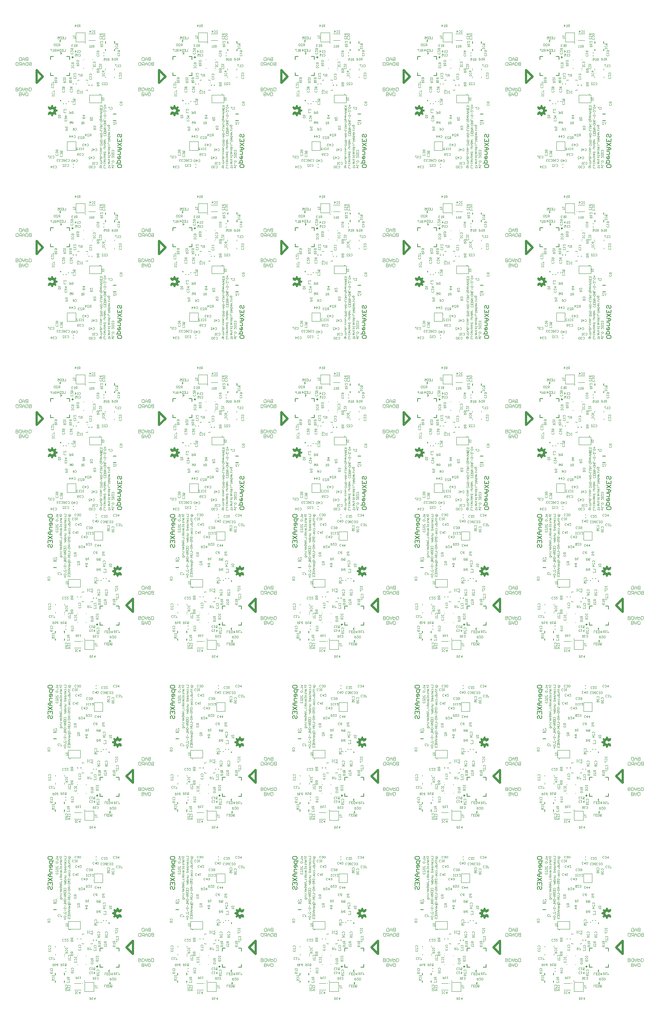
<source format=gbo>
G04*
G04 #@! TF.GenerationSoftware,Altium Limited,Altium Designer,23.6.0 (18)*
G04*
G04 Layer_Color=32896*
%FSLAX44Y44*%
%MOMM*%
G71*
G04*
G04 #@! TF.SameCoordinates,542A25E6-394C-4203-B619-F464005C6F94*
G04*
G04*
G04 #@! TF.FilePolarity,Positive*
G04*
G01*
G75*
%ADD45C,0.5000*%
%ADD97C,0.2000*%
%ADD98C,0.1000*%
%ADD100C,0.2500*%
G36*
X1246550Y2177048D02*
X1246650Y2176909D01*
X1246709Y2176531D01*
Y2176492D01*
X1246729Y2176472D01*
X1246769Y2176233D01*
X1246849Y2175835D01*
X1246888Y2175596D01*
X1246928Y2175398D01*
X1246968Y2175159D01*
X1247048Y2174761D01*
X1247087Y2174522D01*
X1247167Y2174125D01*
X1247207Y2173886D01*
X1247246Y2173727D01*
X1247525Y2173568D01*
X1249196Y2172852D01*
X1249554Y2172692D01*
X1249792Y2172653D01*
X1250031Y2172812D01*
X1250111Y2172852D01*
X1250668Y2173249D01*
X1250747Y2173289D01*
X1251304Y2173687D01*
X1251384Y2173727D01*
X1251941Y2174125D01*
X1252020Y2174164D01*
X1252299Y2174363D01*
X1252378Y2174403D01*
X1252458Y2174483D01*
X1252697Y2174522D01*
X1255024Y2172195D01*
X1255064Y2172036D01*
X1254745Y2171559D01*
X1254706Y2171479D01*
X1254308Y2170922D01*
X1254268Y2170843D01*
X1253870Y2170286D01*
X1253830Y2170206D01*
X1253432Y2169649D01*
X1253393Y2169570D01*
X1253194Y2169291D01*
X1253154Y2169052D01*
X1253273Y2168774D01*
X1253432Y2168376D01*
X1253552Y2168098D01*
X1253791Y2167501D01*
X1253910Y2167222D01*
X1254069Y2166825D01*
X1254129Y2166765D01*
X1254268Y2166705D01*
X1254507Y2166665D01*
X1254904Y2166586D01*
X1255143Y2166546D01*
X1255342Y2166506D01*
X1255581Y2166467D01*
X1255978Y2166387D01*
X1256217Y2166347D01*
X1256615Y2166268D01*
X1256854Y2166228D01*
X1257053Y2166188D01*
X1257470Y2166128D01*
X1257610Y2165989D01*
X1257590Y2162628D01*
X1257391Y2162508D01*
X1256913Y2162429D01*
X1256754Y2162389D01*
X1256277Y2162309D01*
X1256118Y2162270D01*
X1255839Y2162230D01*
X1255680Y2162190D01*
X1255203Y2162110D01*
X1255044Y2162071D01*
X1254765Y2162031D01*
X1254606Y2161991D01*
X1254328Y2161951D01*
X1254149Y2161892D01*
X1253989Y2161613D01*
X1253870Y2161335D01*
X1253711Y2160937D01*
X1253592Y2160658D01*
X1253353Y2160062D01*
X1253194Y2159704D01*
X1253154Y2159385D01*
X1253552Y2158828D01*
X1253592Y2158749D01*
X1253989Y2158192D01*
X1254029Y2158112D01*
X1254427Y2157556D01*
X1254467Y2157476D01*
X1254666Y2157197D01*
X1254706Y2157118D01*
X1254785Y2157038D01*
X1254825Y2156959D01*
X1255024Y2156680D01*
X1255064Y2156481D01*
X1252736Y2154154D01*
X1252537Y2154114D01*
X1252020Y2154472D01*
X1251941Y2154512D01*
X1251662Y2154711D01*
X1251583Y2154751D01*
X1251503Y2154830D01*
X1251423Y2154870D01*
X1251145Y2155069D01*
X1251066Y2155109D01*
X1250508Y2155507D01*
X1250429Y2155547D01*
X1249872Y2155944D01*
X1249713Y2155984D01*
X1249554Y2155944D01*
X1247326Y2154989D01*
X1247246Y2154910D01*
X1247187Y2154651D01*
X1247147Y2154492D01*
X1247067Y2154015D01*
X1247028Y2153856D01*
X1246988Y2153577D01*
X1246948Y2153418D01*
X1246869Y2152941D01*
X1246829Y2152782D01*
X1246789Y2152503D01*
X1246749Y2152344D01*
X1246630Y2151668D01*
X1246570Y2151608D01*
X1243149Y2151568D01*
X1243069Y2151688D01*
X1243030Y2151847D01*
X1242990Y2152086D01*
X1242950Y2152284D01*
X1242910Y2152523D01*
X1242831Y2152921D01*
X1242791Y2153159D01*
X1242751Y2153358D01*
X1242711Y2153597D01*
X1242632Y2153995D01*
X1242592Y2154234D01*
X1242473Y2154830D01*
X1242194Y2154989D01*
X1240404Y2155706D01*
X1240046Y2155865D01*
X1239767Y2155905D01*
X1239370Y2155626D01*
X1239290Y2155586D01*
X1239012Y2155387D01*
X1238932Y2155348D01*
X1238852Y2155268D01*
X1238773Y2155228D01*
X1238494Y2155029D01*
X1238415Y2154989D01*
X1237858Y2154592D01*
X1237778Y2154552D01*
X1237221Y2154154D01*
X1237102Y2154114D01*
X1236943Y2154154D01*
X1234775Y2156322D01*
X1234636Y2156541D01*
X1234656Y2156640D01*
X1234894Y2156998D01*
X1234934Y2157078D01*
X1235133Y2157357D01*
X1235173Y2157436D01*
X1235252Y2157516D01*
X1235292Y2157595D01*
X1235491Y2157874D01*
X1235531Y2157953D01*
X1235750Y2158252D01*
X1236068Y2158729D01*
X1236406Y2159226D01*
X1236008Y2160062D01*
X1235769Y2160499D01*
X1235789Y2160599D01*
X1235988Y2160718D01*
X1236187Y2160798D01*
X1236466Y2160917D01*
X1236665Y2160997D01*
X1236943Y2161116D01*
X1237341Y2161275D01*
X1237619Y2161394D01*
X1237818Y2161474D01*
X1238097Y2161593D01*
X1238296Y2161673D01*
X1238574Y2161792D01*
X1238972Y2161951D01*
X1239250Y2162071D01*
X1239449Y2162150D01*
X1239728Y2162270D01*
X1240126Y2162429D01*
X1240404Y2162548D01*
X1240603Y2162628D01*
X1240881Y2162747D01*
X1241219Y2162886D01*
X1241438Y2162946D01*
X1241538Y2162846D01*
X1241578Y2162767D01*
X1241975Y2162210D01*
X1242015Y2162130D01*
X1242552Y2161593D01*
X1242632Y2161553D01*
X1242751Y2161434D01*
X1242831Y2161394D01*
X1243069Y2161235D01*
X1243447Y2161056D01*
X1243885Y2160897D01*
X1244044Y2160857D01*
X1244243Y2160818D01*
X1244859Y2160758D01*
X1245138Y2160798D01*
X1245536Y2160837D01*
X1246093Y2160997D01*
X1246610Y2161235D01*
X1247008Y2161514D01*
X1247087Y2161553D01*
X1247545Y2162011D01*
X1247585Y2162091D01*
X1247644Y2162150D01*
X1247803Y2162389D01*
X1248042Y2162787D01*
X1248161Y2163105D01*
X1248261Y2163364D01*
X1248301Y2163523D01*
X1248340Y2163642D01*
X1248380Y2164398D01*
X1248340Y2164915D01*
X1248261Y2165233D01*
X1248181Y2165512D01*
X1247823Y2166268D01*
X1247744Y2166347D01*
X1247704Y2166427D01*
X1247624Y2166506D01*
X1247585Y2166586D01*
X1247167Y2167004D01*
X1247028Y2167103D01*
X1246530Y2167441D01*
X1245954Y2167700D01*
X1245794Y2167740D01*
X1245536Y2167799D01*
X1245416Y2167839D01*
X1244700Y2167879D01*
X1244422Y2167839D01*
X1243945Y2167760D01*
X1243547Y2167640D01*
X1243109Y2167441D01*
X1242870Y2167282D01*
X1242791Y2167242D01*
X1242711Y2167163D01*
X1242632Y2167123D01*
X1242473Y2166964D01*
X1242393Y2166924D01*
X1242333Y2166864D01*
X1242294Y2166785D01*
X1242115Y2166606D01*
X1241737Y2166109D01*
X1241578Y2165830D01*
X1241398Y2165691D01*
X1240802Y2165930D01*
X1240523Y2166049D01*
X1240324Y2166128D01*
X1240046Y2166248D01*
X1239847Y2166327D01*
X1239568Y2166447D01*
X1239171Y2166606D01*
X1238892Y2166725D01*
X1238693Y2166805D01*
X1238415Y2166924D01*
X1238017Y2167083D01*
X1237739Y2167202D01*
X1237540Y2167282D01*
X1237261Y2167401D01*
X1236863Y2167561D01*
X1236585Y2167680D01*
X1236386Y2167760D01*
X1236028Y2167919D01*
X1235869Y2167958D01*
X1235769Y2168058D01*
X1236406Y2169371D01*
X1236326Y2169570D01*
X1236127Y2169848D01*
X1236088Y2169928D01*
X1236008Y2170007D01*
X1235968Y2170087D01*
X1235769Y2170365D01*
X1235730Y2170445D01*
X1235332Y2171002D01*
X1235292Y2171081D01*
X1235093Y2171360D01*
X1234616Y2172076D01*
X1234656Y2172195D01*
X1236943Y2174483D01*
X1237182Y2174522D01*
X1237460Y2174323D01*
X1237540Y2174284D01*
X1238097Y2173886D01*
X1238176Y2173846D01*
X1238733Y2173448D01*
X1238813Y2173409D01*
X1239370Y2173011D01*
X1239449Y2172971D01*
X1239728Y2172772D01*
X1239807Y2172732D01*
X1240145Y2172832D01*
X1242134Y2173627D01*
X1242393Y2173727D01*
X1242473Y2173846D01*
X1242512Y2174005D01*
X1242552Y2174204D01*
X1242592Y2174443D01*
X1242632Y2174642D01*
X1242672Y2174880D01*
X1242751Y2175278D01*
X1242791Y2175517D01*
X1242870Y2175915D01*
X1242910Y2176154D01*
X1242950Y2176352D01*
X1243010Y2176691D01*
X1243089Y2177009D01*
X1243149Y2177068D01*
X1246371Y2177108D01*
X1246550Y2177048D01*
D02*
G37*
G36*
X963800D02*
X963900Y2176909D01*
X963959Y2176531D01*
Y2176492D01*
X963979Y2176472D01*
X964019Y2176233D01*
X964099Y2175835D01*
X964138Y2175596D01*
X964178Y2175398D01*
X964218Y2175159D01*
X964297Y2174761D01*
X964337Y2174522D01*
X964417Y2174125D01*
X964457Y2173886D01*
X964496Y2173727D01*
X964775Y2173568D01*
X966446Y2172852D01*
X966804Y2172692D01*
X967042Y2172653D01*
X967281Y2172812D01*
X967361Y2172852D01*
X967918Y2173249D01*
X967997Y2173289D01*
X968554Y2173687D01*
X968634Y2173727D01*
X969191Y2174125D01*
X969270Y2174164D01*
X969549Y2174363D01*
X969628Y2174403D01*
X969708Y2174483D01*
X969947Y2174522D01*
X972274Y2172195D01*
X972314Y2172036D01*
X971995Y2171559D01*
X971955Y2171479D01*
X971558Y2170922D01*
X971518Y2170843D01*
X971120Y2170286D01*
X971080Y2170206D01*
X970682Y2169649D01*
X970643Y2169570D01*
X970444Y2169291D01*
X970404Y2169052D01*
X970523Y2168774D01*
X970682Y2168376D01*
X970802Y2168098D01*
X971040Y2167501D01*
X971160Y2167222D01*
X971319Y2166825D01*
X971379Y2166765D01*
X971518Y2166705D01*
X971757Y2166665D01*
X972154Y2166586D01*
X972393Y2166546D01*
X972592Y2166506D01*
X972831Y2166467D01*
X973229Y2166387D01*
X973467Y2166347D01*
X973865Y2166268D01*
X974104Y2166228D01*
X974303Y2166188D01*
X974720Y2166128D01*
X974859Y2165989D01*
X974840Y2162628D01*
X974641Y2162508D01*
X974163Y2162429D01*
X974004Y2162389D01*
X973527Y2162309D01*
X973368Y2162270D01*
X973089Y2162230D01*
X972930Y2162190D01*
X972453Y2162110D01*
X972294Y2162071D01*
X972015Y2162031D01*
X971856Y2161991D01*
X971578Y2161951D01*
X971398Y2161892D01*
X971239Y2161613D01*
X971120Y2161335D01*
X970961Y2160937D01*
X970842Y2160658D01*
X970603Y2160062D01*
X970444Y2159704D01*
X970404Y2159385D01*
X970802Y2158828D01*
X970842Y2158749D01*
X971239Y2158192D01*
X971279Y2158112D01*
X971677Y2157556D01*
X971717Y2157476D01*
X971916Y2157197D01*
X971955Y2157118D01*
X972035Y2157038D01*
X972075Y2156959D01*
X972274Y2156680D01*
X972314Y2156481D01*
X969986Y2154154D01*
X969787Y2154114D01*
X969270Y2154472D01*
X969191Y2154512D01*
X968912Y2154711D01*
X968833Y2154751D01*
X968753Y2154830D01*
X968673Y2154870D01*
X968395Y2155069D01*
X968315Y2155109D01*
X967758Y2155507D01*
X967679Y2155547D01*
X967122Y2155944D01*
X966963Y2155984D01*
X966804Y2155944D01*
X964576Y2154989D01*
X964496Y2154910D01*
X964437Y2154651D01*
X964397Y2154492D01*
X964317Y2154015D01*
X964277Y2153856D01*
X964238Y2153577D01*
X964198Y2153418D01*
X964118Y2152941D01*
X964079Y2152782D01*
X964039Y2152503D01*
X963999Y2152344D01*
X963880Y2151668D01*
X963820Y2151608D01*
X960399Y2151568D01*
X960319Y2151688D01*
X960279Y2151847D01*
X960240Y2152086D01*
X960200Y2152284D01*
X960160Y2152523D01*
X960081Y2152921D01*
X960041Y2153159D01*
X960001Y2153358D01*
X959961Y2153597D01*
X959882Y2153995D01*
X959842Y2154234D01*
X959723Y2154830D01*
X959444Y2154989D01*
X957654Y2155706D01*
X957296Y2155865D01*
X957017Y2155905D01*
X956619Y2155626D01*
X956540Y2155586D01*
X956262Y2155387D01*
X956182Y2155348D01*
X956102Y2155268D01*
X956023Y2155228D01*
X955744Y2155029D01*
X955665Y2154989D01*
X955108Y2154592D01*
X955028Y2154552D01*
X954471Y2154154D01*
X954352Y2154114D01*
X954193Y2154154D01*
X952025Y2156322D01*
X951886Y2156541D01*
X951905Y2156640D01*
X952144Y2156998D01*
X952184Y2157078D01*
X952383Y2157357D01*
X952423Y2157436D01*
X952502Y2157516D01*
X952542Y2157595D01*
X952741Y2157874D01*
X952781Y2157953D01*
X952999Y2158252D01*
X953318Y2158729D01*
X953656Y2159226D01*
X953258Y2160062D01*
X953019Y2160499D01*
X953039Y2160599D01*
X953238Y2160718D01*
X953437Y2160798D01*
X953716Y2160917D01*
X953914Y2160997D01*
X954193Y2161116D01*
X954591Y2161275D01*
X954869Y2161394D01*
X955068Y2161474D01*
X955347Y2161593D01*
X955545Y2161673D01*
X955824Y2161792D01*
X956222Y2161951D01*
X956500Y2162071D01*
X956699Y2162150D01*
X956978Y2162270D01*
X957375Y2162429D01*
X957654Y2162548D01*
X957853Y2162628D01*
X958131Y2162747D01*
X958469Y2162886D01*
X958688Y2162946D01*
X958788Y2162846D01*
X958827Y2162767D01*
X959225Y2162210D01*
X959265Y2162130D01*
X959802Y2161593D01*
X959882Y2161553D01*
X960001Y2161434D01*
X960081Y2161394D01*
X960319Y2161235D01*
X960697Y2161056D01*
X961135Y2160897D01*
X961294Y2160857D01*
X961493Y2160818D01*
X962109Y2160758D01*
X962388Y2160798D01*
X962786Y2160837D01*
X963343Y2160997D01*
X963860Y2161235D01*
X964258Y2161514D01*
X964337Y2161553D01*
X964795Y2162011D01*
X964835Y2162091D01*
X964894Y2162150D01*
X965053Y2162389D01*
X965292Y2162787D01*
X965411Y2163105D01*
X965511Y2163364D01*
X965551Y2163523D01*
X965590Y2163642D01*
X965630Y2164398D01*
X965590Y2164915D01*
X965511Y2165233D01*
X965431Y2165512D01*
X965073Y2166268D01*
X964994Y2166347D01*
X964954Y2166427D01*
X964874Y2166506D01*
X964835Y2166586D01*
X964417Y2167004D01*
X964277Y2167103D01*
X963780Y2167441D01*
X963203Y2167700D01*
X963044Y2167740D01*
X962786Y2167799D01*
X962666Y2167839D01*
X961950Y2167879D01*
X961672Y2167839D01*
X961195Y2167760D01*
X960797Y2167640D01*
X960359Y2167441D01*
X960120Y2167282D01*
X960041Y2167242D01*
X959961Y2167163D01*
X959882Y2167123D01*
X959723Y2166964D01*
X959643Y2166924D01*
X959583Y2166864D01*
X959544Y2166785D01*
X959364Y2166606D01*
X958987Y2166109D01*
X958827Y2165830D01*
X958648Y2165691D01*
X958052Y2165930D01*
X957773Y2166049D01*
X957574Y2166128D01*
X957296Y2166248D01*
X957097Y2166327D01*
X956818Y2166447D01*
X956421Y2166606D01*
X956142Y2166725D01*
X955943Y2166805D01*
X955665Y2166924D01*
X955267Y2167083D01*
X954988Y2167202D01*
X954790Y2167282D01*
X954511Y2167401D01*
X954113Y2167561D01*
X953835Y2167680D01*
X953636Y2167760D01*
X953278Y2167919D01*
X953119Y2167958D01*
X953019Y2168058D01*
X953656Y2169371D01*
X953576Y2169570D01*
X953377Y2169848D01*
X953337Y2169928D01*
X953258Y2170007D01*
X953218Y2170087D01*
X953019Y2170365D01*
X952980Y2170445D01*
X952582Y2171002D01*
X952542Y2171081D01*
X952343Y2171360D01*
X951866Y2172076D01*
X951905Y2172195D01*
X954193Y2174483D01*
X954432Y2174522D01*
X954710Y2174323D01*
X954790Y2174284D01*
X955347Y2173886D01*
X955426Y2173846D01*
X955983Y2173448D01*
X956063Y2173409D01*
X956619Y2173011D01*
X956699Y2172971D01*
X956978Y2172772D01*
X957057Y2172732D01*
X957395Y2172832D01*
X959384Y2173627D01*
X959643Y2173727D01*
X959723Y2173846D01*
X959762Y2174005D01*
X959802Y2174204D01*
X959842Y2174443D01*
X959882Y2174642D01*
X959921Y2174880D01*
X960001Y2175278D01*
X960041Y2175517D01*
X960120Y2175915D01*
X960160Y2176154D01*
X960200Y2176352D01*
X960260Y2176691D01*
X960339Y2177009D01*
X960399Y2177068D01*
X963621Y2177108D01*
X963800Y2177048D01*
D02*
G37*
G36*
X681050D02*
X681150Y2176909D01*
X681209Y2176531D01*
Y2176492D01*
X681229Y2176472D01*
X681269Y2176233D01*
X681348Y2175835D01*
X681388Y2175596D01*
X681428Y2175398D01*
X681468Y2175159D01*
X681547Y2174761D01*
X681587Y2174522D01*
X681667Y2174125D01*
X681706Y2173886D01*
X681746Y2173727D01*
X682025Y2173568D01*
X683696Y2172852D01*
X684054Y2172692D01*
X684292Y2172653D01*
X684531Y2172812D01*
X684611Y2172852D01*
X685167Y2173249D01*
X685247Y2173289D01*
X685804Y2173687D01*
X685884Y2173727D01*
X686441Y2174125D01*
X686520Y2174164D01*
X686799Y2174363D01*
X686878Y2174403D01*
X686958Y2174483D01*
X687196Y2174522D01*
X689524Y2172195D01*
X689563Y2172036D01*
X689245Y2171559D01*
X689205Y2171479D01*
X688808Y2170922D01*
X688768Y2170843D01*
X688370Y2170286D01*
X688330Y2170206D01*
X687932Y2169649D01*
X687893Y2169570D01*
X687694Y2169291D01*
X687654Y2169052D01*
X687773Y2168774D01*
X687932Y2168376D01*
X688052Y2168098D01*
X688290Y2167501D01*
X688410Y2167222D01*
X688569Y2166825D01*
X688628Y2166765D01*
X688768Y2166705D01*
X689006Y2166665D01*
X689404Y2166586D01*
X689643Y2166546D01*
X689842Y2166506D01*
X690081Y2166467D01*
X690478Y2166387D01*
X690717Y2166347D01*
X691115Y2166268D01*
X691354Y2166228D01*
X691553Y2166188D01*
X691970Y2166128D01*
X692109Y2165989D01*
X692089Y2162628D01*
X691891Y2162508D01*
X691413Y2162429D01*
X691254Y2162389D01*
X690777Y2162309D01*
X690618Y2162270D01*
X690339Y2162230D01*
X690180Y2162190D01*
X689703Y2162110D01*
X689544Y2162071D01*
X689265Y2162031D01*
X689106Y2161991D01*
X688827Y2161951D01*
X688648Y2161892D01*
X688489Y2161613D01*
X688370Y2161335D01*
X688211Y2160937D01*
X688092Y2160658D01*
X687853Y2160062D01*
X687694Y2159704D01*
X687654Y2159385D01*
X688052Y2158828D01*
X688092Y2158749D01*
X688489Y2158192D01*
X688529Y2158112D01*
X688927Y2157556D01*
X688967Y2157476D01*
X689166Y2157197D01*
X689205Y2157118D01*
X689285Y2157038D01*
X689325Y2156959D01*
X689524Y2156680D01*
X689563Y2156481D01*
X687236Y2154154D01*
X687037Y2154114D01*
X686520Y2154472D01*
X686441Y2154512D01*
X686162Y2154711D01*
X686083Y2154751D01*
X686003Y2154830D01*
X685923Y2154870D01*
X685645Y2155069D01*
X685565Y2155109D01*
X685008Y2155507D01*
X684929Y2155547D01*
X684372Y2155944D01*
X684213Y2155984D01*
X684054Y2155944D01*
X681826Y2154989D01*
X681746Y2154910D01*
X681687Y2154651D01*
X681647Y2154492D01*
X681567Y2154015D01*
X681527Y2153856D01*
X681488Y2153577D01*
X681448Y2153418D01*
X681368Y2152941D01*
X681329Y2152782D01*
X681289Y2152503D01*
X681249Y2152344D01*
X681130Y2151668D01*
X681070Y2151608D01*
X677649Y2151568D01*
X677569Y2151688D01*
X677529Y2151847D01*
X677490Y2152086D01*
X677450Y2152284D01*
X677410Y2152523D01*
X677330Y2152921D01*
X677291Y2153159D01*
X677251Y2153358D01*
X677211Y2153597D01*
X677132Y2153995D01*
X677092Y2154234D01*
X676973Y2154830D01*
X676694Y2154989D01*
X674904Y2155706D01*
X674546Y2155865D01*
X674267Y2155905D01*
X673869Y2155626D01*
X673790Y2155586D01*
X673511Y2155387D01*
X673432Y2155348D01*
X673352Y2155268D01*
X673273Y2155228D01*
X672994Y2155029D01*
X672915Y2154989D01*
X672358Y2154592D01*
X672278Y2154552D01*
X671721Y2154154D01*
X671602Y2154114D01*
X671443Y2154154D01*
X669275Y2156322D01*
X669135Y2156541D01*
X669155Y2156640D01*
X669394Y2156998D01*
X669434Y2157078D01*
X669633Y2157357D01*
X669672Y2157436D01*
X669752Y2157516D01*
X669792Y2157595D01*
X669991Y2157874D01*
X670031Y2157953D01*
X670249Y2158252D01*
X670568Y2158729D01*
X670906Y2159226D01*
X670508Y2160062D01*
X670269Y2160499D01*
X670289Y2160599D01*
X670488Y2160718D01*
X670687Y2160798D01*
X670965Y2160917D01*
X671164Y2160997D01*
X671443Y2161116D01*
X671841Y2161275D01*
X672119Y2161394D01*
X672318Y2161474D01*
X672596Y2161593D01*
X672795Y2161673D01*
X673074Y2161792D01*
X673472Y2161951D01*
X673750Y2162071D01*
X673949Y2162150D01*
X674228Y2162270D01*
X674625Y2162429D01*
X674904Y2162548D01*
X675103Y2162628D01*
X675381Y2162747D01*
X675719Y2162886D01*
X675938Y2162946D01*
X676038Y2162846D01*
X676077Y2162767D01*
X676475Y2162210D01*
X676515Y2162130D01*
X677052Y2161593D01*
X677132Y2161553D01*
X677251Y2161434D01*
X677330Y2161394D01*
X677569Y2161235D01*
X677947Y2161056D01*
X678385Y2160897D01*
X678544Y2160857D01*
X678743Y2160818D01*
X679359Y2160758D01*
X679638Y2160798D01*
X680036Y2160837D01*
X680593Y2160997D01*
X681110Y2161235D01*
X681508Y2161514D01*
X681587Y2161553D01*
X682045Y2162011D01*
X682084Y2162091D01*
X682144Y2162150D01*
X682303Y2162389D01*
X682542Y2162787D01*
X682661Y2163105D01*
X682761Y2163364D01*
X682801Y2163523D01*
X682840Y2163642D01*
X682880Y2164398D01*
X682840Y2164915D01*
X682761Y2165233D01*
X682681Y2165512D01*
X682323Y2166268D01*
X682243Y2166347D01*
X682204Y2166427D01*
X682124Y2166506D01*
X682084Y2166586D01*
X681667Y2167004D01*
X681527Y2167103D01*
X681030Y2167441D01*
X680453Y2167700D01*
X680294Y2167740D01*
X680036Y2167799D01*
X679916Y2167839D01*
X679200Y2167879D01*
X678922Y2167839D01*
X678444Y2167760D01*
X678046Y2167640D01*
X677609Y2167441D01*
X677370Y2167282D01*
X677291Y2167242D01*
X677211Y2167163D01*
X677132Y2167123D01*
X676973Y2166964D01*
X676893Y2166924D01*
X676833Y2166864D01*
X676793Y2166785D01*
X676614Y2166606D01*
X676236Y2166109D01*
X676077Y2165830D01*
X675898Y2165691D01*
X675302Y2165930D01*
X675023Y2166049D01*
X674824Y2166128D01*
X674546Y2166248D01*
X674347Y2166327D01*
X674068Y2166447D01*
X673671Y2166606D01*
X673392Y2166725D01*
X673193Y2166805D01*
X672915Y2166924D01*
X672517Y2167083D01*
X672238Y2167202D01*
X672039Y2167282D01*
X671761Y2167401D01*
X671363Y2167561D01*
X671085Y2167680D01*
X670886Y2167760D01*
X670528Y2167919D01*
X670369Y2167958D01*
X670269Y2168058D01*
X670906Y2169371D01*
X670826Y2169570D01*
X670627Y2169848D01*
X670587Y2169928D01*
X670508Y2170007D01*
X670468Y2170087D01*
X670269Y2170365D01*
X670229Y2170445D01*
X669832Y2171002D01*
X669792Y2171081D01*
X669593Y2171360D01*
X669116Y2172076D01*
X669155Y2172195D01*
X671443Y2174483D01*
X671682Y2174522D01*
X671960Y2174323D01*
X672039Y2174284D01*
X672596Y2173886D01*
X672676Y2173846D01*
X673233Y2173448D01*
X673313Y2173409D01*
X673869Y2173011D01*
X673949Y2172971D01*
X674228Y2172772D01*
X674307Y2172732D01*
X674645Y2172832D01*
X676634Y2173627D01*
X676893Y2173727D01*
X676973Y2173846D01*
X677012Y2174005D01*
X677052Y2174204D01*
X677092Y2174443D01*
X677132Y2174642D01*
X677171Y2174880D01*
X677251Y2175278D01*
X677291Y2175517D01*
X677370Y2175915D01*
X677410Y2176154D01*
X677450Y2176352D01*
X677510Y2176691D01*
X677589Y2177009D01*
X677649Y2177068D01*
X680871Y2177108D01*
X681050Y2177048D01*
D02*
G37*
G36*
X398300D02*
X398400Y2176909D01*
X398459Y2176531D01*
Y2176492D01*
X398479Y2176472D01*
X398519Y2176233D01*
X398598Y2175835D01*
X398638Y2175596D01*
X398678Y2175398D01*
X398718Y2175159D01*
X398797Y2174761D01*
X398837Y2174522D01*
X398917Y2174125D01*
X398956Y2173886D01*
X398996Y2173727D01*
X399275Y2173568D01*
X400946Y2172852D01*
X401303Y2172692D01*
X401542Y2172653D01*
X401781Y2172812D01*
X401861Y2172852D01*
X402417Y2173249D01*
X402497Y2173289D01*
X403054Y2173687D01*
X403134Y2173727D01*
X403690Y2174125D01*
X403770Y2174164D01*
X404049Y2174363D01*
X404128Y2174403D01*
X404208Y2174483D01*
X404446Y2174522D01*
X406773Y2172195D01*
X406813Y2172036D01*
X406495Y2171559D01*
X406455Y2171479D01*
X406058Y2170922D01*
X406018Y2170843D01*
X405620Y2170286D01*
X405580Y2170206D01*
X405182Y2169649D01*
X405143Y2169570D01*
X404944Y2169291D01*
X404904Y2169052D01*
X405023Y2168774D01*
X405182Y2168376D01*
X405302Y2168098D01*
X405540Y2167501D01*
X405660Y2167222D01*
X405819Y2166825D01*
X405878Y2166765D01*
X406018Y2166705D01*
X406256Y2166665D01*
X406654Y2166586D01*
X406893Y2166546D01*
X407092Y2166506D01*
X407331Y2166467D01*
X407728Y2166387D01*
X407967Y2166347D01*
X408365Y2166268D01*
X408604Y2166228D01*
X408802Y2166188D01*
X409220Y2166128D01*
X409359Y2165989D01*
X409339Y2162628D01*
X409141Y2162508D01*
X408663Y2162429D01*
X408504Y2162389D01*
X408027Y2162309D01*
X407868Y2162270D01*
X407589Y2162230D01*
X407430Y2162190D01*
X406953Y2162110D01*
X406793Y2162071D01*
X406515Y2162031D01*
X406356Y2161991D01*
X406077Y2161951D01*
X405898Y2161892D01*
X405739Y2161613D01*
X405620Y2161335D01*
X405461Y2160937D01*
X405341Y2160658D01*
X405103Y2160062D01*
X404944Y2159704D01*
X404904Y2159385D01*
X405302Y2158828D01*
X405341Y2158749D01*
X405739Y2158192D01*
X405779Y2158112D01*
X406177Y2157556D01*
X406217Y2157476D01*
X406415Y2157197D01*
X406455Y2157118D01*
X406535Y2157038D01*
X406575Y2156959D01*
X406773Y2156680D01*
X406813Y2156481D01*
X404486Y2154154D01*
X404287Y2154114D01*
X403770Y2154472D01*
X403690Y2154512D01*
X403412Y2154711D01*
X403332Y2154751D01*
X403253Y2154830D01*
X403173Y2154870D01*
X402895Y2155069D01*
X402815Y2155109D01*
X402258Y2155507D01*
X402179Y2155547D01*
X401622Y2155944D01*
X401463Y2155984D01*
X401303Y2155944D01*
X399076Y2154989D01*
X398996Y2154910D01*
X398937Y2154651D01*
X398897Y2154492D01*
X398817Y2154015D01*
X398777Y2153856D01*
X398738Y2153577D01*
X398698Y2153418D01*
X398618Y2152941D01*
X398578Y2152782D01*
X398539Y2152503D01*
X398499Y2152344D01*
X398380Y2151668D01*
X398320Y2151608D01*
X394899Y2151568D01*
X394819Y2151688D01*
X394779Y2151847D01*
X394739Y2152086D01*
X394700Y2152284D01*
X394660Y2152523D01*
X394580Y2152921D01*
X394541Y2153159D01*
X394501Y2153358D01*
X394461Y2153597D01*
X394381Y2153995D01*
X394342Y2154234D01*
X394222Y2154830D01*
X393944Y2154989D01*
X392154Y2155706D01*
X391796Y2155865D01*
X391517Y2155905D01*
X391119Y2155626D01*
X391040Y2155586D01*
X390761Y2155387D01*
X390682Y2155348D01*
X390602Y2155268D01*
X390523Y2155228D01*
X390244Y2155029D01*
X390165Y2154989D01*
X389608Y2154592D01*
X389528Y2154552D01*
X388971Y2154154D01*
X388852Y2154114D01*
X388693Y2154154D01*
X386525Y2156322D01*
X386385Y2156541D01*
X386405Y2156640D01*
X386644Y2156998D01*
X386684Y2157078D01*
X386883Y2157357D01*
X386922Y2157436D01*
X387002Y2157516D01*
X387042Y2157595D01*
X387241Y2157874D01*
X387280Y2157953D01*
X387499Y2158252D01*
X387817Y2158729D01*
X388156Y2159226D01*
X387758Y2160062D01*
X387519Y2160499D01*
X387539Y2160599D01*
X387738Y2160718D01*
X387937Y2160798D01*
X388215Y2160917D01*
X388414Y2160997D01*
X388693Y2161116D01*
X389090Y2161275D01*
X389369Y2161394D01*
X389568Y2161474D01*
X389846Y2161593D01*
X390045Y2161673D01*
X390324Y2161792D01*
X390722Y2161951D01*
X391000Y2162071D01*
X391199Y2162150D01*
X391477Y2162270D01*
X391875Y2162429D01*
X392154Y2162548D01*
X392353Y2162628D01*
X392631Y2162747D01*
X392969Y2162886D01*
X393188Y2162946D01*
X393288Y2162846D01*
X393327Y2162767D01*
X393725Y2162210D01*
X393765Y2162130D01*
X394302Y2161593D01*
X394381Y2161553D01*
X394501Y2161434D01*
X394580Y2161394D01*
X394819Y2161235D01*
X395197Y2161056D01*
X395635Y2160897D01*
X395794Y2160857D01*
X395993Y2160818D01*
X396609Y2160758D01*
X396888Y2160798D01*
X397286Y2160837D01*
X397842Y2160997D01*
X398360Y2161235D01*
X398758Y2161514D01*
X398837Y2161553D01*
X399295Y2162011D01*
X399334Y2162091D01*
X399394Y2162150D01*
X399553Y2162389D01*
X399792Y2162787D01*
X399911Y2163105D01*
X400011Y2163364D01*
X400050Y2163523D01*
X400090Y2163642D01*
X400130Y2164398D01*
X400090Y2164915D01*
X400011Y2165233D01*
X399931Y2165512D01*
X399573Y2166268D01*
X399493Y2166347D01*
X399454Y2166427D01*
X399374Y2166506D01*
X399334Y2166586D01*
X398917Y2167004D01*
X398777Y2167103D01*
X398280Y2167441D01*
X397703Y2167700D01*
X397544Y2167740D01*
X397286Y2167799D01*
X397166Y2167839D01*
X396450Y2167879D01*
X396172Y2167839D01*
X395694Y2167760D01*
X395297Y2167640D01*
X394859Y2167441D01*
X394620Y2167282D01*
X394541Y2167242D01*
X394461Y2167163D01*
X394381Y2167123D01*
X394222Y2166964D01*
X394143Y2166924D01*
X394083Y2166864D01*
X394043Y2166785D01*
X393864Y2166606D01*
X393486Y2166109D01*
X393327Y2165830D01*
X393148Y2165691D01*
X392551Y2165930D01*
X392273Y2166049D01*
X392074Y2166128D01*
X391796Y2166248D01*
X391597Y2166327D01*
X391318Y2166447D01*
X390920Y2166606D01*
X390642Y2166725D01*
X390443Y2166805D01*
X390165Y2166924D01*
X389767Y2167083D01*
X389488Y2167202D01*
X389289Y2167282D01*
X389011Y2167401D01*
X388613Y2167561D01*
X388335Y2167680D01*
X388136Y2167760D01*
X387778Y2167919D01*
X387619Y2167958D01*
X387519Y2168058D01*
X388156Y2169371D01*
X388076Y2169570D01*
X387877Y2169848D01*
X387837Y2169928D01*
X387758Y2170007D01*
X387718Y2170087D01*
X387519Y2170365D01*
X387479Y2170445D01*
X387081Y2171002D01*
X387042Y2171081D01*
X386843Y2171360D01*
X386366Y2172076D01*
X386405Y2172195D01*
X388693Y2174483D01*
X388931Y2174522D01*
X389210Y2174323D01*
X389289Y2174284D01*
X389846Y2173886D01*
X389926Y2173846D01*
X390483Y2173448D01*
X390562Y2173409D01*
X391119Y2173011D01*
X391199Y2172971D01*
X391477Y2172772D01*
X391557Y2172732D01*
X391895Y2172832D01*
X393884Y2173627D01*
X394143Y2173727D01*
X394222Y2173846D01*
X394262Y2174005D01*
X394302Y2174204D01*
X394342Y2174443D01*
X394381Y2174642D01*
X394421Y2174880D01*
X394501Y2175278D01*
X394541Y2175517D01*
X394620Y2175915D01*
X394660Y2176154D01*
X394700Y2176352D01*
X394759Y2176691D01*
X394839Y2177009D01*
X394899Y2177068D01*
X398121Y2177108D01*
X398300Y2177048D01*
D02*
G37*
G36*
X115550D02*
X115649Y2176909D01*
X115709Y2176531D01*
Y2176492D01*
X115729Y2176472D01*
X115769Y2176233D01*
X115848Y2175835D01*
X115888Y2175596D01*
X115928Y2175398D01*
X115968Y2175159D01*
X116047Y2174761D01*
X116087Y2174522D01*
X116166Y2174125D01*
X116206Y2173886D01*
X116246Y2173727D01*
X116525Y2173568D01*
X118195Y2172852D01*
X118553Y2172692D01*
X118792Y2172653D01*
X119031Y2172812D01*
X119110Y2172852D01*
X119667Y2173249D01*
X119747Y2173289D01*
X120304Y2173687D01*
X120383Y2173727D01*
X120940Y2174125D01*
X121020Y2174164D01*
X121298Y2174363D01*
X121378Y2174403D01*
X121458Y2174483D01*
X121696Y2174522D01*
X124024Y2172195D01*
X124063Y2172036D01*
X123745Y2171559D01*
X123705Y2171479D01*
X123307Y2170922D01*
X123268Y2170843D01*
X122870Y2170286D01*
X122830Y2170206D01*
X122432Y2169649D01*
X122392Y2169570D01*
X122193Y2169291D01*
X122154Y2169052D01*
X122273Y2168774D01*
X122432Y2168376D01*
X122551Y2168098D01*
X122790Y2167501D01*
X122910Y2167222D01*
X123069Y2166825D01*
X123128Y2166765D01*
X123268Y2166705D01*
X123506Y2166665D01*
X123904Y2166586D01*
X124143Y2166546D01*
X124342Y2166506D01*
X124580Y2166467D01*
X124978Y2166387D01*
X125217Y2166347D01*
X125615Y2166268D01*
X125853Y2166228D01*
X126052Y2166188D01*
X126470Y2166128D01*
X126609Y2165989D01*
X126589Y2162628D01*
X126390Y2162508D01*
X125913Y2162429D01*
X125754Y2162389D01*
X125277Y2162309D01*
X125118Y2162270D01*
X124839Y2162230D01*
X124680Y2162190D01*
X124202Y2162110D01*
X124043Y2162071D01*
X123765Y2162031D01*
X123606Y2161991D01*
X123327Y2161951D01*
X123148Y2161892D01*
X122989Y2161613D01*
X122870Y2161335D01*
X122711Y2160937D01*
X122591Y2160658D01*
X122353Y2160062D01*
X122193Y2159704D01*
X122154Y2159385D01*
X122551Y2158828D01*
X122591Y2158749D01*
X122989Y2158192D01*
X123029Y2158112D01*
X123427Y2157556D01*
X123467Y2157476D01*
X123665Y2157197D01*
X123705Y2157118D01*
X123785Y2157038D01*
X123825Y2156959D01*
X124024Y2156680D01*
X124063Y2156481D01*
X121736Y2154154D01*
X121537Y2154114D01*
X121020Y2154472D01*
X120940Y2154512D01*
X120662Y2154711D01*
X120582Y2154751D01*
X120503Y2154830D01*
X120423Y2154870D01*
X120145Y2155069D01*
X120065Y2155109D01*
X119508Y2155507D01*
X119429Y2155547D01*
X118872Y2155944D01*
X118713Y2155984D01*
X118553Y2155944D01*
X116326Y2154989D01*
X116246Y2154910D01*
X116186Y2154651D01*
X116147Y2154492D01*
X116067Y2154015D01*
X116027Y2153856D01*
X115988Y2153577D01*
X115948Y2153418D01*
X115868Y2152941D01*
X115828Y2152782D01*
X115789Y2152503D01*
X115749Y2152344D01*
X115630Y2151668D01*
X115570Y2151608D01*
X112149Y2151568D01*
X112069Y2151688D01*
X112029Y2151847D01*
X111989Y2152086D01*
X111950Y2152284D01*
X111910Y2152523D01*
X111830Y2152921D01*
X111791Y2153159D01*
X111751Y2153358D01*
X111711Y2153597D01*
X111631Y2153995D01*
X111592Y2154234D01*
X111472Y2154830D01*
X111194Y2154989D01*
X109404Y2155706D01*
X109046Y2155865D01*
X108767Y2155905D01*
X108369Y2155626D01*
X108290Y2155586D01*
X108011Y2155387D01*
X107932Y2155348D01*
X107852Y2155268D01*
X107773Y2155228D01*
X107494Y2155029D01*
X107415Y2154989D01*
X106858Y2154592D01*
X106778Y2154552D01*
X106221Y2154154D01*
X106102Y2154114D01*
X105943Y2154154D01*
X103774Y2156322D01*
X103635Y2156541D01*
X103655Y2156640D01*
X103894Y2156998D01*
X103934Y2157078D01*
X104132Y2157357D01*
X104172Y2157436D01*
X104252Y2157516D01*
X104292Y2157595D01*
X104491Y2157874D01*
X104530Y2157953D01*
X104749Y2158252D01*
X105067Y2158729D01*
X105406Y2159226D01*
X105008Y2160062D01*
X104769Y2160499D01*
X104789Y2160599D01*
X104988Y2160718D01*
X105187Y2160798D01*
X105465Y2160917D01*
X105664Y2160997D01*
X105943Y2161116D01*
X106340Y2161275D01*
X106619Y2161394D01*
X106818Y2161474D01*
X107096Y2161593D01*
X107295Y2161673D01*
X107574Y2161792D01*
X107971Y2161951D01*
X108250Y2162071D01*
X108449Y2162150D01*
X108727Y2162270D01*
X109125Y2162429D01*
X109404Y2162548D01*
X109602Y2162628D01*
X109881Y2162747D01*
X110219Y2162886D01*
X110438Y2162946D01*
X110537Y2162846D01*
X110577Y2162767D01*
X110975Y2162210D01*
X111015Y2162130D01*
X111552Y2161593D01*
X111631Y2161553D01*
X111751Y2161434D01*
X111830Y2161394D01*
X112069Y2161235D01*
X112447Y2161056D01*
X112885Y2160897D01*
X113044Y2160857D01*
X113243Y2160818D01*
X113859Y2160758D01*
X114138Y2160798D01*
X114536Y2160837D01*
X115092Y2160997D01*
X115610Y2161235D01*
X116007Y2161514D01*
X116087Y2161553D01*
X116545Y2162011D01*
X116584Y2162091D01*
X116644Y2162150D01*
X116803Y2162389D01*
X117042Y2162787D01*
X117161Y2163105D01*
X117261Y2163364D01*
X117300Y2163523D01*
X117340Y2163642D01*
X117380Y2164398D01*
X117340Y2164915D01*
X117261Y2165233D01*
X117181Y2165512D01*
X116823Y2166268D01*
X116743Y2166347D01*
X116704Y2166427D01*
X116624Y2166506D01*
X116584Y2166586D01*
X116166Y2167004D01*
X116027Y2167103D01*
X115530Y2167441D01*
X114953Y2167700D01*
X114794Y2167740D01*
X114536Y2167799D01*
X114416Y2167839D01*
X113700Y2167879D01*
X113422Y2167839D01*
X112944Y2167760D01*
X112546Y2167640D01*
X112109Y2167441D01*
X111870Y2167282D01*
X111791Y2167242D01*
X111711Y2167163D01*
X111631Y2167123D01*
X111472Y2166964D01*
X111393Y2166924D01*
X111333Y2166864D01*
X111293Y2166785D01*
X111114Y2166606D01*
X110736Y2166109D01*
X110577Y2165830D01*
X110398Y2165691D01*
X109802Y2165930D01*
X109523Y2166049D01*
X109324Y2166128D01*
X109046Y2166248D01*
X108847Y2166327D01*
X108568Y2166447D01*
X108170Y2166606D01*
X107892Y2166725D01*
X107693Y2166805D01*
X107415Y2166924D01*
X107017Y2167083D01*
X106738Y2167202D01*
X106539Y2167282D01*
X106261Y2167401D01*
X105863Y2167561D01*
X105585Y2167680D01*
X105386Y2167760D01*
X105028Y2167919D01*
X104868Y2167958D01*
X104769Y2168058D01*
X105406Y2169371D01*
X105326Y2169570D01*
X105127Y2169848D01*
X105087Y2169928D01*
X105008Y2170007D01*
X104968Y2170087D01*
X104769Y2170365D01*
X104729Y2170445D01*
X104331Y2171002D01*
X104292Y2171081D01*
X104093Y2171360D01*
X103615Y2172076D01*
X103655Y2172195D01*
X105943Y2174483D01*
X106181Y2174522D01*
X106460Y2174323D01*
X106539Y2174284D01*
X107096Y2173886D01*
X107176Y2173846D01*
X107733Y2173448D01*
X107812Y2173409D01*
X108369Y2173011D01*
X108449Y2172971D01*
X108727Y2172772D01*
X108807Y2172732D01*
X109145Y2172832D01*
X111134Y2173627D01*
X111393Y2173727D01*
X111472Y2173846D01*
X111512Y2174005D01*
X111552Y2174204D01*
X111592Y2174443D01*
X111631Y2174642D01*
X111671Y2174880D01*
X111751Y2175278D01*
X111791Y2175517D01*
X111870Y2175915D01*
X111910Y2176154D01*
X111950Y2176352D01*
X112009Y2176691D01*
X112089Y2177009D01*
X112149Y2177068D01*
X115371Y2177108D01*
X115550Y2177048D01*
D02*
G37*
G36*
X1246550Y1782048D02*
X1246650Y1781909D01*
X1246709Y1781531D01*
Y1781492D01*
X1246729Y1781472D01*
X1246769Y1781233D01*
X1246849Y1780835D01*
X1246888Y1780596D01*
X1246928Y1780398D01*
X1246968Y1780159D01*
X1247048Y1779761D01*
X1247087Y1779522D01*
X1247167Y1779125D01*
X1247207Y1778886D01*
X1247246Y1778727D01*
X1247525Y1778568D01*
X1249196Y1777852D01*
X1249554Y1777692D01*
X1249792Y1777653D01*
X1250031Y1777812D01*
X1250111Y1777852D01*
X1250668Y1778249D01*
X1250747Y1778289D01*
X1251304Y1778687D01*
X1251384Y1778727D01*
X1251941Y1779125D01*
X1252020Y1779164D01*
X1252299Y1779363D01*
X1252378Y1779403D01*
X1252458Y1779483D01*
X1252697Y1779522D01*
X1255024Y1777195D01*
X1255064Y1777036D01*
X1254745Y1776559D01*
X1254706Y1776479D01*
X1254308Y1775922D01*
X1254268Y1775843D01*
X1253870Y1775286D01*
X1253830Y1775206D01*
X1253432Y1774649D01*
X1253393Y1774570D01*
X1253194Y1774291D01*
X1253154Y1774052D01*
X1253273Y1773774D01*
X1253432Y1773376D01*
X1253552Y1773098D01*
X1253791Y1772501D01*
X1253910Y1772222D01*
X1254069Y1771825D01*
X1254129Y1771765D01*
X1254268Y1771705D01*
X1254507Y1771665D01*
X1254904Y1771586D01*
X1255143Y1771546D01*
X1255342Y1771506D01*
X1255581Y1771467D01*
X1255978Y1771387D01*
X1256217Y1771347D01*
X1256615Y1771268D01*
X1256854Y1771228D01*
X1257053Y1771188D01*
X1257470Y1771128D01*
X1257610Y1770989D01*
X1257590Y1767628D01*
X1257391Y1767508D01*
X1256913Y1767429D01*
X1256754Y1767389D01*
X1256277Y1767309D01*
X1256118Y1767270D01*
X1255839Y1767230D01*
X1255680Y1767190D01*
X1255203Y1767110D01*
X1255044Y1767071D01*
X1254765Y1767031D01*
X1254606Y1766991D01*
X1254328Y1766951D01*
X1254149Y1766892D01*
X1253989Y1766613D01*
X1253870Y1766335D01*
X1253711Y1765937D01*
X1253592Y1765658D01*
X1253353Y1765062D01*
X1253194Y1764704D01*
X1253154Y1764385D01*
X1253552Y1763828D01*
X1253592Y1763749D01*
X1253989Y1763192D01*
X1254029Y1763112D01*
X1254427Y1762556D01*
X1254467Y1762476D01*
X1254666Y1762197D01*
X1254706Y1762118D01*
X1254785Y1762038D01*
X1254825Y1761959D01*
X1255024Y1761680D01*
X1255064Y1761481D01*
X1252736Y1759154D01*
X1252537Y1759114D01*
X1252020Y1759472D01*
X1251941Y1759512D01*
X1251662Y1759711D01*
X1251583Y1759751D01*
X1251503Y1759830D01*
X1251423Y1759870D01*
X1251145Y1760069D01*
X1251066Y1760109D01*
X1250508Y1760507D01*
X1250429Y1760547D01*
X1249872Y1760944D01*
X1249713Y1760984D01*
X1249554Y1760944D01*
X1247326Y1759989D01*
X1247246Y1759910D01*
X1247187Y1759651D01*
X1247147Y1759492D01*
X1247067Y1759015D01*
X1247028Y1758856D01*
X1246988Y1758577D01*
X1246948Y1758418D01*
X1246869Y1757941D01*
X1246829Y1757782D01*
X1246789Y1757503D01*
X1246749Y1757344D01*
X1246630Y1756668D01*
X1246570Y1756608D01*
X1243149Y1756568D01*
X1243069Y1756688D01*
X1243030Y1756847D01*
X1242990Y1757086D01*
X1242950Y1757284D01*
X1242910Y1757523D01*
X1242831Y1757921D01*
X1242791Y1758160D01*
X1242751Y1758358D01*
X1242711Y1758597D01*
X1242632Y1758995D01*
X1242592Y1759234D01*
X1242473Y1759830D01*
X1242194Y1759989D01*
X1240404Y1760706D01*
X1240046Y1760865D01*
X1239767Y1760905D01*
X1239370Y1760626D01*
X1239290Y1760586D01*
X1239012Y1760387D01*
X1238932Y1760348D01*
X1238852Y1760268D01*
X1238773Y1760228D01*
X1238494Y1760029D01*
X1238415Y1759989D01*
X1237858Y1759592D01*
X1237778Y1759552D01*
X1237221Y1759154D01*
X1237102Y1759114D01*
X1236943Y1759154D01*
X1234775Y1761322D01*
X1234636Y1761541D01*
X1234656Y1761640D01*
X1234894Y1761998D01*
X1234934Y1762078D01*
X1235133Y1762357D01*
X1235173Y1762436D01*
X1235252Y1762516D01*
X1235292Y1762595D01*
X1235491Y1762874D01*
X1235531Y1762953D01*
X1235750Y1763252D01*
X1236068Y1763729D01*
X1236406Y1764226D01*
X1236008Y1765062D01*
X1235769Y1765499D01*
X1235789Y1765599D01*
X1235988Y1765718D01*
X1236187Y1765798D01*
X1236466Y1765917D01*
X1236665Y1765997D01*
X1236943Y1766116D01*
X1237341Y1766275D01*
X1237619Y1766394D01*
X1237818Y1766474D01*
X1238097Y1766593D01*
X1238296Y1766673D01*
X1238574Y1766792D01*
X1238972Y1766951D01*
X1239250Y1767071D01*
X1239449Y1767150D01*
X1239728Y1767270D01*
X1240126Y1767429D01*
X1240404Y1767548D01*
X1240603Y1767628D01*
X1240881Y1767747D01*
X1241219Y1767886D01*
X1241438Y1767946D01*
X1241538Y1767846D01*
X1241578Y1767767D01*
X1241975Y1767210D01*
X1242015Y1767130D01*
X1242552Y1766593D01*
X1242632Y1766553D01*
X1242751Y1766434D01*
X1242831Y1766394D01*
X1243069Y1766235D01*
X1243447Y1766056D01*
X1243885Y1765897D01*
X1244044Y1765857D01*
X1244243Y1765818D01*
X1244859Y1765758D01*
X1245138Y1765798D01*
X1245536Y1765837D01*
X1246093Y1765997D01*
X1246610Y1766235D01*
X1247008Y1766514D01*
X1247087Y1766553D01*
X1247545Y1767011D01*
X1247585Y1767091D01*
X1247644Y1767150D01*
X1247803Y1767389D01*
X1248042Y1767787D01*
X1248161Y1768105D01*
X1248261Y1768364D01*
X1248301Y1768523D01*
X1248340Y1768642D01*
X1248380Y1769398D01*
X1248340Y1769915D01*
X1248261Y1770233D01*
X1248181Y1770512D01*
X1247823Y1771268D01*
X1247744Y1771347D01*
X1247704Y1771427D01*
X1247624Y1771506D01*
X1247585Y1771586D01*
X1247167Y1772004D01*
X1247028Y1772103D01*
X1246530Y1772441D01*
X1245954Y1772700D01*
X1245794Y1772740D01*
X1245536Y1772799D01*
X1245416Y1772839D01*
X1244700Y1772879D01*
X1244422Y1772839D01*
X1243945Y1772760D01*
X1243547Y1772640D01*
X1243109Y1772441D01*
X1242870Y1772282D01*
X1242791Y1772242D01*
X1242711Y1772163D01*
X1242632Y1772123D01*
X1242473Y1771964D01*
X1242393Y1771924D01*
X1242333Y1771864D01*
X1242294Y1771785D01*
X1242115Y1771606D01*
X1241737Y1771109D01*
X1241578Y1770830D01*
X1241398Y1770691D01*
X1240802Y1770930D01*
X1240523Y1771049D01*
X1240324Y1771128D01*
X1240046Y1771248D01*
X1239847Y1771327D01*
X1239568Y1771447D01*
X1239171Y1771606D01*
X1238892Y1771725D01*
X1238693Y1771805D01*
X1238415Y1771924D01*
X1238017Y1772083D01*
X1237739Y1772203D01*
X1237540Y1772282D01*
X1237261Y1772401D01*
X1236863Y1772561D01*
X1236585Y1772680D01*
X1236386Y1772760D01*
X1236028Y1772919D01*
X1235869Y1772958D01*
X1235769Y1773058D01*
X1236406Y1774371D01*
X1236326Y1774570D01*
X1236127Y1774848D01*
X1236088Y1774928D01*
X1236008Y1775007D01*
X1235968Y1775087D01*
X1235769Y1775365D01*
X1235730Y1775445D01*
X1235332Y1776002D01*
X1235292Y1776081D01*
X1235093Y1776360D01*
X1234616Y1777076D01*
X1234656Y1777195D01*
X1236943Y1779483D01*
X1237182Y1779522D01*
X1237460Y1779323D01*
X1237540Y1779284D01*
X1238097Y1778886D01*
X1238176Y1778846D01*
X1238733Y1778448D01*
X1238813Y1778409D01*
X1239370Y1778011D01*
X1239449Y1777971D01*
X1239728Y1777772D01*
X1239807Y1777732D01*
X1240145Y1777832D01*
X1242134Y1778627D01*
X1242393Y1778727D01*
X1242473Y1778846D01*
X1242512Y1779005D01*
X1242552Y1779204D01*
X1242592Y1779443D01*
X1242632Y1779642D01*
X1242672Y1779880D01*
X1242751Y1780278D01*
X1242791Y1780517D01*
X1242870Y1780915D01*
X1242910Y1781154D01*
X1242950Y1781352D01*
X1243010Y1781691D01*
X1243089Y1782009D01*
X1243149Y1782068D01*
X1246371Y1782108D01*
X1246550Y1782048D01*
D02*
G37*
G36*
X963800D02*
X963900Y1781909D01*
X963959Y1781531D01*
Y1781492D01*
X963979Y1781472D01*
X964019Y1781233D01*
X964099Y1780835D01*
X964138Y1780596D01*
X964178Y1780398D01*
X964218Y1780159D01*
X964297Y1779761D01*
X964337Y1779522D01*
X964417Y1779125D01*
X964457Y1778886D01*
X964496Y1778727D01*
X964775Y1778568D01*
X966446Y1777852D01*
X966804Y1777692D01*
X967042Y1777653D01*
X967281Y1777812D01*
X967361Y1777852D01*
X967918Y1778249D01*
X967997Y1778289D01*
X968554Y1778687D01*
X968634Y1778727D01*
X969191Y1779125D01*
X969270Y1779164D01*
X969549Y1779363D01*
X969628Y1779403D01*
X969708Y1779483D01*
X969947Y1779522D01*
X972274Y1777195D01*
X972314Y1777036D01*
X971995Y1776559D01*
X971955Y1776479D01*
X971558Y1775922D01*
X971518Y1775843D01*
X971120Y1775286D01*
X971080Y1775206D01*
X970682Y1774649D01*
X970643Y1774570D01*
X970444Y1774291D01*
X970404Y1774052D01*
X970523Y1773774D01*
X970682Y1773376D01*
X970802Y1773098D01*
X971040Y1772501D01*
X971160Y1772222D01*
X971319Y1771825D01*
X971379Y1771765D01*
X971518Y1771705D01*
X971757Y1771665D01*
X972154Y1771586D01*
X972393Y1771546D01*
X972592Y1771506D01*
X972831Y1771467D01*
X973229Y1771387D01*
X973467Y1771347D01*
X973865Y1771268D01*
X974104Y1771228D01*
X974303Y1771188D01*
X974720Y1771128D01*
X974859Y1770989D01*
X974840Y1767628D01*
X974641Y1767508D01*
X974163Y1767429D01*
X974004Y1767389D01*
X973527Y1767309D01*
X973368Y1767270D01*
X973089Y1767230D01*
X972930Y1767190D01*
X972453Y1767110D01*
X972294Y1767071D01*
X972015Y1767031D01*
X971856Y1766991D01*
X971578Y1766951D01*
X971398Y1766892D01*
X971239Y1766613D01*
X971120Y1766335D01*
X970961Y1765937D01*
X970842Y1765658D01*
X970603Y1765062D01*
X970444Y1764704D01*
X970404Y1764385D01*
X970802Y1763828D01*
X970842Y1763749D01*
X971239Y1763192D01*
X971279Y1763112D01*
X971677Y1762556D01*
X971717Y1762476D01*
X971916Y1762197D01*
X971955Y1762118D01*
X972035Y1762038D01*
X972075Y1761959D01*
X972274Y1761680D01*
X972314Y1761481D01*
X969986Y1759154D01*
X969787Y1759114D01*
X969270Y1759472D01*
X969191Y1759512D01*
X968912Y1759711D01*
X968833Y1759751D01*
X968753Y1759830D01*
X968673Y1759870D01*
X968395Y1760069D01*
X968315Y1760109D01*
X967758Y1760507D01*
X967679Y1760547D01*
X967122Y1760944D01*
X966963Y1760984D01*
X966804Y1760944D01*
X964576Y1759989D01*
X964496Y1759910D01*
X964437Y1759651D01*
X964397Y1759492D01*
X964317Y1759015D01*
X964277Y1758856D01*
X964238Y1758577D01*
X964198Y1758418D01*
X964118Y1757941D01*
X964079Y1757782D01*
X964039Y1757503D01*
X963999Y1757344D01*
X963880Y1756668D01*
X963820Y1756608D01*
X960399Y1756568D01*
X960319Y1756688D01*
X960279Y1756847D01*
X960240Y1757086D01*
X960200Y1757284D01*
X960160Y1757523D01*
X960081Y1757921D01*
X960041Y1758160D01*
X960001Y1758358D01*
X959961Y1758597D01*
X959882Y1758995D01*
X959842Y1759234D01*
X959723Y1759830D01*
X959444Y1759989D01*
X957654Y1760706D01*
X957296Y1760865D01*
X957017Y1760905D01*
X956619Y1760626D01*
X956540Y1760586D01*
X956262Y1760387D01*
X956182Y1760348D01*
X956102Y1760268D01*
X956023Y1760228D01*
X955744Y1760029D01*
X955665Y1759989D01*
X955108Y1759592D01*
X955028Y1759552D01*
X954471Y1759154D01*
X954352Y1759114D01*
X954193Y1759154D01*
X952025Y1761322D01*
X951886Y1761541D01*
X951905Y1761640D01*
X952144Y1761998D01*
X952184Y1762078D01*
X952383Y1762357D01*
X952423Y1762436D01*
X952502Y1762516D01*
X952542Y1762595D01*
X952741Y1762874D01*
X952781Y1762953D01*
X952999Y1763252D01*
X953318Y1763729D01*
X953656Y1764226D01*
X953258Y1765062D01*
X953019Y1765499D01*
X953039Y1765599D01*
X953238Y1765718D01*
X953437Y1765798D01*
X953716Y1765917D01*
X953914Y1765997D01*
X954193Y1766116D01*
X954591Y1766275D01*
X954869Y1766394D01*
X955068Y1766474D01*
X955347Y1766593D01*
X955545Y1766673D01*
X955824Y1766792D01*
X956222Y1766951D01*
X956500Y1767071D01*
X956699Y1767150D01*
X956978Y1767270D01*
X957375Y1767429D01*
X957654Y1767548D01*
X957853Y1767628D01*
X958131Y1767747D01*
X958469Y1767886D01*
X958688Y1767946D01*
X958788Y1767846D01*
X958827Y1767767D01*
X959225Y1767210D01*
X959265Y1767130D01*
X959802Y1766593D01*
X959882Y1766553D01*
X960001Y1766434D01*
X960081Y1766394D01*
X960319Y1766235D01*
X960697Y1766056D01*
X961135Y1765897D01*
X961294Y1765857D01*
X961493Y1765818D01*
X962109Y1765758D01*
X962388Y1765798D01*
X962786Y1765837D01*
X963343Y1765997D01*
X963860Y1766235D01*
X964258Y1766514D01*
X964337Y1766553D01*
X964795Y1767011D01*
X964835Y1767091D01*
X964894Y1767150D01*
X965053Y1767389D01*
X965292Y1767787D01*
X965411Y1768105D01*
X965511Y1768364D01*
X965551Y1768523D01*
X965590Y1768642D01*
X965630Y1769398D01*
X965590Y1769915D01*
X965511Y1770233D01*
X965431Y1770512D01*
X965073Y1771268D01*
X964994Y1771347D01*
X964954Y1771427D01*
X964874Y1771506D01*
X964835Y1771586D01*
X964417Y1772004D01*
X964277Y1772103D01*
X963780Y1772441D01*
X963203Y1772700D01*
X963044Y1772740D01*
X962786Y1772799D01*
X962666Y1772839D01*
X961950Y1772879D01*
X961672Y1772839D01*
X961195Y1772760D01*
X960797Y1772640D01*
X960359Y1772441D01*
X960120Y1772282D01*
X960041Y1772242D01*
X959961Y1772163D01*
X959882Y1772123D01*
X959723Y1771964D01*
X959643Y1771924D01*
X959583Y1771864D01*
X959544Y1771785D01*
X959364Y1771606D01*
X958987Y1771109D01*
X958827Y1770830D01*
X958648Y1770691D01*
X958052Y1770930D01*
X957773Y1771049D01*
X957574Y1771128D01*
X957296Y1771248D01*
X957097Y1771327D01*
X956818Y1771447D01*
X956421Y1771606D01*
X956142Y1771725D01*
X955943Y1771805D01*
X955665Y1771924D01*
X955267Y1772083D01*
X954988Y1772203D01*
X954790Y1772282D01*
X954511Y1772401D01*
X954113Y1772561D01*
X953835Y1772680D01*
X953636Y1772760D01*
X953278Y1772919D01*
X953119Y1772958D01*
X953019Y1773058D01*
X953656Y1774371D01*
X953576Y1774570D01*
X953377Y1774848D01*
X953337Y1774928D01*
X953258Y1775007D01*
X953218Y1775087D01*
X953019Y1775365D01*
X952980Y1775445D01*
X952582Y1776002D01*
X952542Y1776081D01*
X952343Y1776360D01*
X951866Y1777076D01*
X951905Y1777195D01*
X954193Y1779483D01*
X954432Y1779522D01*
X954710Y1779323D01*
X954790Y1779284D01*
X955347Y1778886D01*
X955426Y1778846D01*
X955983Y1778448D01*
X956063Y1778409D01*
X956619Y1778011D01*
X956699Y1777971D01*
X956978Y1777772D01*
X957057Y1777732D01*
X957395Y1777832D01*
X959384Y1778627D01*
X959643Y1778727D01*
X959723Y1778846D01*
X959762Y1779005D01*
X959802Y1779204D01*
X959842Y1779443D01*
X959882Y1779642D01*
X959921Y1779880D01*
X960001Y1780278D01*
X960041Y1780517D01*
X960120Y1780915D01*
X960160Y1781154D01*
X960200Y1781352D01*
X960260Y1781691D01*
X960339Y1782009D01*
X960399Y1782068D01*
X963621Y1782108D01*
X963800Y1782048D01*
D02*
G37*
G36*
X681050D02*
X681150Y1781909D01*
X681209Y1781531D01*
Y1781492D01*
X681229Y1781472D01*
X681269Y1781233D01*
X681348Y1780835D01*
X681388Y1780596D01*
X681428Y1780398D01*
X681468Y1780159D01*
X681547Y1779761D01*
X681587Y1779522D01*
X681667Y1779125D01*
X681706Y1778886D01*
X681746Y1778727D01*
X682025Y1778568D01*
X683696Y1777852D01*
X684054Y1777692D01*
X684292Y1777653D01*
X684531Y1777812D01*
X684611Y1777852D01*
X685167Y1778249D01*
X685247Y1778289D01*
X685804Y1778687D01*
X685884Y1778727D01*
X686441Y1779125D01*
X686520Y1779164D01*
X686799Y1779363D01*
X686878Y1779403D01*
X686958Y1779483D01*
X687196Y1779522D01*
X689524Y1777195D01*
X689563Y1777036D01*
X689245Y1776559D01*
X689205Y1776479D01*
X688808Y1775922D01*
X688768Y1775843D01*
X688370Y1775286D01*
X688330Y1775206D01*
X687932Y1774649D01*
X687893Y1774570D01*
X687694Y1774291D01*
X687654Y1774052D01*
X687773Y1773774D01*
X687932Y1773376D01*
X688052Y1773098D01*
X688290Y1772501D01*
X688410Y1772222D01*
X688569Y1771825D01*
X688628Y1771765D01*
X688768Y1771705D01*
X689006Y1771665D01*
X689404Y1771586D01*
X689643Y1771546D01*
X689842Y1771506D01*
X690081Y1771467D01*
X690478Y1771387D01*
X690717Y1771347D01*
X691115Y1771268D01*
X691354Y1771228D01*
X691553Y1771188D01*
X691970Y1771128D01*
X692109Y1770989D01*
X692089Y1767628D01*
X691891Y1767508D01*
X691413Y1767429D01*
X691254Y1767389D01*
X690777Y1767309D01*
X690618Y1767270D01*
X690339Y1767230D01*
X690180Y1767190D01*
X689703Y1767110D01*
X689544Y1767071D01*
X689265Y1767031D01*
X689106Y1766991D01*
X688827Y1766951D01*
X688648Y1766892D01*
X688489Y1766613D01*
X688370Y1766335D01*
X688211Y1765937D01*
X688092Y1765658D01*
X687853Y1765062D01*
X687694Y1764704D01*
X687654Y1764385D01*
X688052Y1763828D01*
X688092Y1763749D01*
X688489Y1763192D01*
X688529Y1763112D01*
X688927Y1762556D01*
X688967Y1762476D01*
X689166Y1762197D01*
X689205Y1762118D01*
X689285Y1762038D01*
X689325Y1761959D01*
X689524Y1761680D01*
X689563Y1761481D01*
X687236Y1759154D01*
X687037Y1759114D01*
X686520Y1759472D01*
X686441Y1759512D01*
X686162Y1759711D01*
X686083Y1759751D01*
X686003Y1759830D01*
X685923Y1759870D01*
X685645Y1760069D01*
X685565Y1760109D01*
X685008Y1760507D01*
X684929Y1760547D01*
X684372Y1760944D01*
X684213Y1760984D01*
X684054Y1760944D01*
X681826Y1759989D01*
X681746Y1759910D01*
X681687Y1759651D01*
X681647Y1759492D01*
X681567Y1759015D01*
X681527Y1758856D01*
X681488Y1758577D01*
X681448Y1758418D01*
X681368Y1757941D01*
X681329Y1757782D01*
X681289Y1757503D01*
X681249Y1757344D01*
X681130Y1756668D01*
X681070Y1756608D01*
X677649Y1756568D01*
X677569Y1756688D01*
X677529Y1756847D01*
X677490Y1757086D01*
X677450Y1757284D01*
X677410Y1757523D01*
X677330Y1757921D01*
X677291Y1758160D01*
X677251Y1758358D01*
X677211Y1758597D01*
X677132Y1758995D01*
X677092Y1759234D01*
X676973Y1759830D01*
X676694Y1759989D01*
X674904Y1760706D01*
X674546Y1760865D01*
X674267Y1760905D01*
X673869Y1760626D01*
X673790Y1760586D01*
X673511Y1760387D01*
X673432Y1760348D01*
X673352Y1760268D01*
X673273Y1760228D01*
X672994Y1760029D01*
X672915Y1759989D01*
X672358Y1759592D01*
X672278Y1759552D01*
X671721Y1759154D01*
X671602Y1759114D01*
X671443Y1759154D01*
X669275Y1761322D01*
X669135Y1761541D01*
X669155Y1761640D01*
X669394Y1761998D01*
X669434Y1762078D01*
X669633Y1762357D01*
X669672Y1762436D01*
X669752Y1762516D01*
X669792Y1762595D01*
X669991Y1762874D01*
X670031Y1762953D01*
X670249Y1763252D01*
X670568Y1763729D01*
X670906Y1764226D01*
X670508Y1765062D01*
X670269Y1765499D01*
X670289Y1765599D01*
X670488Y1765718D01*
X670687Y1765798D01*
X670965Y1765917D01*
X671164Y1765997D01*
X671443Y1766116D01*
X671841Y1766275D01*
X672119Y1766394D01*
X672318Y1766474D01*
X672596Y1766593D01*
X672795Y1766673D01*
X673074Y1766792D01*
X673472Y1766951D01*
X673750Y1767071D01*
X673949Y1767150D01*
X674228Y1767270D01*
X674625Y1767429D01*
X674904Y1767548D01*
X675103Y1767628D01*
X675381Y1767747D01*
X675719Y1767886D01*
X675938Y1767946D01*
X676038Y1767846D01*
X676077Y1767767D01*
X676475Y1767210D01*
X676515Y1767130D01*
X677052Y1766593D01*
X677132Y1766553D01*
X677251Y1766434D01*
X677330Y1766394D01*
X677569Y1766235D01*
X677947Y1766056D01*
X678385Y1765897D01*
X678544Y1765857D01*
X678743Y1765818D01*
X679359Y1765758D01*
X679638Y1765798D01*
X680036Y1765837D01*
X680593Y1765997D01*
X681110Y1766235D01*
X681508Y1766514D01*
X681587Y1766553D01*
X682045Y1767011D01*
X682084Y1767091D01*
X682144Y1767150D01*
X682303Y1767389D01*
X682542Y1767787D01*
X682661Y1768105D01*
X682761Y1768364D01*
X682801Y1768523D01*
X682840Y1768642D01*
X682880Y1769398D01*
X682840Y1769915D01*
X682761Y1770233D01*
X682681Y1770512D01*
X682323Y1771268D01*
X682243Y1771347D01*
X682204Y1771427D01*
X682124Y1771506D01*
X682084Y1771586D01*
X681667Y1772004D01*
X681527Y1772103D01*
X681030Y1772441D01*
X680453Y1772700D01*
X680294Y1772740D01*
X680036Y1772799D01*
X679916Y1772839D01*
X679200Y1772879D01*
X678922Y1772839D01*
X678444Y1772760D01*
X678046Y1772640D01*
X677609Y1772441D01*
X677370Y1772282D01*
X677291Y1772242D01*
X677211Y1772163D01*
X677132Y1772123D01*
X676973Y1771964D01*
X676893Y1771924D01*
X676833Y1771864D01*
X676793Y1771785D01*
X676614Y1771606D01*
X676236Y1771109D01*
X676077Y1770830D01*
X675898Y1770691D01*
X675302Y1770930D01*
X675023Y1771049D01*
X674824Y1771128D01*
X674546Y1771248D01*
X674347Y1771327D01*
X674068Y1771447D01*
X673671Y1771606D01*
X673392Y1771725D01*
X673193Y1771805D01*
X672915Y1771924D01*
X672517Y1772083D01*
X672238Y1772203D01*
X672039Y1772282D01*
X671761Y1772401D01*
X671363Y1772561D01*
X671085Y1772680D01*
X670886Y1772760D01*
X670528Y1772919D01*
X670369Y1772958D01*
X670269Y1773058D01*
X670906Y1774371D01*
X670826Y1774570D01*
X670627Y1774848D01*
X670587Y1774928D01*
X670508Y1775007D01*
X670468Y1775087D01*
X670269Y1775365D01*
X670229Y1775445D01*
X669832Y1776002D01*
X669792Y1776081D01*
X669593Y1776360D01*
X669116Y1777076D01*
X669155Y1777195D01*
X671443Y1779483D01*
X671682Y1779522D01*
X671960Y1779323D01*
X672039Y1779284D01*
X672596Y1778886D01*
X672676Y1778846D01*
X673233Y1778448D01*
X673313Y1778409D01*
X673869Y1778011D01*
X673949Y1777971D01*
X674228Y1777772D01*
X674307Y1777732D01*
X674645Y1777832D01*
X676634Y1778627D01*
X676893Y1778727D01*
X676973Y1778846D01*
X677012Y1779005D01*
X677052Y1779204D01*
X677092Y1779443D01*
X677132Y1779642D01*
X677171Y1779880D01*
X677251Y1780278D01*
X677291Y1780517D01*
X677370Y1780915D01*
X677410Y1781154D01*
X677450Y1781352D01*
X677510Y1781691D01*
X677589Y1782009D01*
X677649Y1782068D01*
X680871Y1782108D01*
X681050Y1782048D01*
D02*
G37*
G36*
X398300D02*
X398400Y1781909D01*
X398459Y1781531D01*
Y1781492D01*
X398479Y1781472D01*
X398519Y1781233D01*
X398598Y1780835D01*
X398638Y1780596D01*
X398678Y1780398D01*
X398718Y1780159D01*
X398797Y1779761D01*
X398837Y1779522D01*
X398917Y1779125D01*
X398956Y1778886D01*
X398996Y1778727D01*
X399275Y1778568D01*
X400946Y1777852D01*
X401303Y1777692D01*
X401542Y1777653D01*
X401781Y1777812D01*
X401861Y1777852D01*
X402417Y1778249D01*
X402497Y1778289D01*
X403054Y1778687D01*
X403134Y1778727D01*
X403690Y1779125D01*
X403770Y1779164D01*
X404049Y1779363D01*
X404128Y1779403D01*
X404208Y1779483D01*
X404446Y1779522D01*
X406773Y1777195D01*
X406813Y1777036D01*
X406495Y1776559D01*
X406455Y1776479D01*
X406058Y1775922D01*
X406018Y1775843D01*
X405620Y1775286D01*
X405580Y1775206D01*
X405182Y1774649D01*
X405143Y1774570D01*
X404944Y1774291D01*
X404904Y1774052D01*
X405023Y1773774D01*
X405182Y1773376D01*
X405302Y1773098D01*
X405540Y1772501D01*
X405660Y1772222D01*
X405819Y1771825D01*
X405878Y1771765D01*
X406018Y1771705D01*
X406256Y1771665D01*
X406654Y1771586D01*
X406893Y1771546D01*
X407092Y1771506D01*
X407331Y1771467D01*
X407728Y1771387D01*
X407967Y1771347D01*
X408365Y1771268D01*
X408604Y1771228D01*
X408802Y1771188D01*
X409220Y1771128D01*
X409359Y1770989D01*
X409339Y1767628D01*
X409141Y1767508D01*
X408663Y1767429D01*
X408504Y1767389D01*
X408027Y1767309D01*
X407868Y1767270D01*
X407589Y1767230D01*
X407430Y1767190D01*
X406953Y1767110D01*
X406793Y1767071D01*
X406515Y1767031D01*
X406356Y1766991D01*
X406077Y1766951D01*
X405898Y1766892D01*
X405739Y1766613D01*
X405620Y1766335D01*
X405461Y1765937D01*
X405341Y1765658D01*
X405103Y1765062D01*
X404944Y1764704D01*
X404904Y1764385D01*
X405302Y1763828D01*
X405341Y1763749D01*
X405739Y1763192D01*
X405779Y1763112D01*
X406177Y1762556D01*
X406217Y1762476D01*
X406415Y1762197D01*
X406455Y1762118D01*
X406535Y1762038D01*
X406575Y1761959D01*
X406773Y1761680D01*
X406813Y1761481D01*
X404486Y1759154D01*
X404287Y1759114D01*
X403770Y1759472D01*
X403690Y1759512D01*
X403412Y1759711D01*
X403332Y1759751D01*
X403253Y1759830D01*
X403173Y1759870D01*
X402895Y1760069D01*
X402815Y1760109D01*
X402258Y1760507D01*
X402179Y1760547D01*
X401622Y1760944D01*
X401463Y1760984D01*
X401303Y1760944D01*
X399076Y1759989D01*
X398996Y1759910D01*
X398937Y1759651D01*
X398897Y1759492D01*
X398817Y1759015D01*
X398777Y1758856D01*
X398738Y1758577D01*
X398698Y1758418D01*
X398618Y1757941D01*
X398578Y1757782D01*
X398539Y1757503D01*
X398499Y1757344D01*
X398380Y1756668D01*
X398320Y1756608D01*
X394899Y1756568D01*
X394819Y1756688D01*
X394779Y1756847D01*
X394739Y1757086D01*
X394700Y1757284D01*
X394660Y1757523D01*
X394580Y1757921D01*
X394541Y1758160D01*
X394501Y1758358D01*
X394461Y1758597D01*
X394381Y1758995D01*
X394342Y1759234D01*
X394222Y1759830D01*
X393944Y1759989D01*
X392154Y1760706D01*
X391796Y1760865D01*
X391517Y1760905D01*
X391119Y1760626D01*
X391040Y1760586D01*
X390761Y1760387D01*
X390682Y1760348D01*
X390602Y1760268D01*
X390523Y1760228D01*
X390244Y1760029D01*
X390165Y1759989D01*
X389608Y1759592D01*
X389528Y1759552D01*
X388971Y1759154D01*
X388852Y1759114D01*
X388693Y1759154D01*
X386525Y1761322D01*
X386385Y1761541D01*
X386405Y1761640D01*
X386644Y1761998D01*
X386684Y1762078D01*
X386883Y1762357D01*
X386922Y1762436D01*
X387002Y1762516D01*
X387042Y1762595D01*
X387241Y1762874D01*
X387280Y1762953D01*
X387499Y1763252D01*
X387817Y1763729D01*
X388156Y1764226D01*
X387758Y1765062D01*
X387519Y1765499D01*
X387539Y1765599D01*
X387738Y1765718D01*
X387937Y1765798D01*
X388215Y1765917D01*
X388414Y1765997D01*
X388693Y1766116D01*
X389090Y1766275D01*
X389369Y1766394D01*
X389568Y1766474D01*
X389846Y1766593D01*
X390045Y1766673D01*
X390324Y1766792D01*
X390722Y1766951D01*
X391000Y1767071D01*
X391199Y1767150D01*
X391477Y1767270D01*
X391875Y1767429D01*
X392154Y1767548D01*
X392353Y1767628D01*
X392631Y1767747D01*
X392969Y1767886D01*
X393188Y1767946D01*
X393288Y1767846D01*
X393327Y1767767D01*
X393725Y1767210D01*
X393765Y1767130D01*
X394302Y1766593D01*
X394381Y1766553D01*
X394501Y1766434D01*
X394580Y1766394D01*
X394819Y1766235D01*
X395197Y1766056D01*
X395635Y1765897D01*
X395794Y1765857D01*
X395993Y1765818D01*
X396609Y1765758D01*
X396888Y1765798D01*
X397286Y1765837D01*
X397842Y1765997D01*
X398360Y1766235D01*
X398758Y1766514D01*
X398837Y1766553D01*
X399295Y1767011D01*
X399334Y1767091D01*
X399394Y1767150D01*
X399553Y1767389D01*
X399792Y1767787D01*
X399911Y1768105D01*
X400011Y1768364D01*
X400050Y1768523D01*
X400090Y1768642D01*
X400130Y1769398D01*
X400090Y1769915D01*
X400011Y1770233D01*
X399931Y1770512D01*
X399573Y1771268D01*
X399493Y1771347D01*
X399454Y1771427D01*
X399374Y1771506D01*
X399334Y1771586D01*
X398917Y1772004D01*
X398777Y1772103D01*
X398280Y1772441D01*
X397703Y1772700D01*
X397544Y1772740D01*
X397286Y1772799D01*
X397166Y1772839D01*
X396450Y1772879D01*
X396172Y1772839D01*
X395694Y1772760D01*
X395297Y1772640D01*
X394859Y1772441D01*
X394620Y1772282D01*
X394541Y1772242D01*
X394461Y1772163D01*
X394381Y1772123D01*
X394222Y1771964D01*
X394143Y1771924D01*
X394083Y1771864D01*
X394043Y1771785D01*
X393864Y1771606D01*
X393486Y1771109D01*
X393327Y1770830D01*
X393148Y1770691D01*
X392551Y1770930D01*
X392273Y1771049D01*
X392074Y1771128D01*
X391796Y1771248D01*
X391597Y1771327D01*
X391318Y1771447D01*
X390920Y1771606D01*
X390642Y1771725D01*
X390443Y1771805D01*
X390165Y1771924D01*
X389767Y1772083D01*
X389488Y1772203D01*
X389289Y1772282D01*
X389011Y1772401D01*
X388613Y1772561D01*
X388335Y1772680D01*
X388136Y1772760D01*
X387778Y1772919D01*
X387619Y1772958D01*
X387519Y1773058D01*
X388156Y1774371D01*
X388076Y1774570D01*
X387877Y1774848D01*
X387837Y1774928D01*
X387758Y1775007D01*
X387718Y1775087D01*
X387519Y1775365D01*
X387479Y1775445D01*
X387081Y1776002D01*
X387042Y1776081D01*
X386843Y1776360D01*
X386366Y1777076D01*
X386405Y1777195D01*
X388693Y1779483D01*
X388931Y1779522D01*
X389210Y1779323D01*
X389289Y1779284D01*
X389846Y1778886D01*
X389926Y1778846D01*
X390483Y1778448D01*
X390562Y1778409D01*
X391119Y1778011D01*
X391199Y1777971D01*
X391477Y1777772D01*
X391557Y1777732D01*
X391895Y1777832D01*
X393884Y1778627D01*
X394143Y1778727D01*
X394222Y1778846D01*
X394262Y1779005D01*
X394302Y1779204D01*
X394342Y1779443D01*
X394381Y1779642D01*
X394421Y1779880D01*
X394501Y1780278D01*
X394541Y1780517D01*
X394620Y1780915D01*
X394660Y1781154D01*
X394700Y1781352D01*
X394759Y1781691D01*
X394839Y1782009D01*
X394899Y1782068D01*
X398121Y1782108D01*
X398300Y1782048D01*
D02*
G37*
G36*
X115550D02*
X115649Y1781909D01*
X115709Y1781531D01*
Y1781492D01*
X115729Y1781472D01*
X115769Y1781233D01*
X115848Y1780835D01*
X115888Y1780596D01*
X115928Y1780398D01*
X115968Y1780159D01*
X116047Y1779761D01*
X116087Y1779522D01*
X116166Y1779125D01*
X116206Y1778886D01*
X116246Y1778727D01*
X116525Y1778568D01*
X118195Y1777852D01*
X118553Y1777692D01*
X118792Y1777653D01*
X119031Y1777812D01*
X119110Y1777852D01*
X119667Y1778249D01*
X119747Y1778289D01*
X120304Y1778687D01*
X120383Y1778727D01*
X120940Y1779125D01*
X121020Y1779164D01*
X121298Y1779363D01*
X121378Y1779403D01*
X121458Y1779483D01*
X121696Y1779522D01*
X124024Y1777195D01*
X124063Y1777036D01*
X123745Y1776559D01*
X123705Y1776479D01*
X123307Y1775922D01*
X123268Y1775843D01*
X122870Y1775286D01*
X122830Y1775206D01*
X122432Y1774649D01*
X122392Y1774570D01*
X122193Y1774291D01*
X122154Y1774052D01*
X122273Y1773774D01*
X122432Y1773376D01*
X122551Y1773098D01*
X122790Y1772501D01*
X122910Y1772222D01*
X123069Y1771825D01*
X123128Y1771765D01*
X123268Y1771705D01*
X123506Y1771665D01*
X123904Y1771586D01*
X124143Y1771546D01*
X124342Y1771506D01*
X124580Y1771467D01*
X124978Y1771387D01*
X125217Y1771347D01*
X125615Y1771268D01*
X125853Y1771228D01*
X126052Y1771188D01*
X126470Y1771128D01*
X126609Y1770989D01*
X126589Y1767628D01*
X126390Y1767508D01*
X125913Y1767429D01*
X125754Y1767389D01*
X125277Y1767309D01*
X125118Y1767270D01*
X124839Y1767230D01*
X124680Y1767190D01*
X124202Y1767110D01*
X124043Y1767071D01*
X123765Y1767031D01*
X123606Y1766991D01*
X123327Y1766951D01*
X123148Y1766892D01*
X122989Y1766613D01*
X122870Y1766335D01*
X122711Y1765937D01*
X122591Y1765658D01*
X122353Y1765062D01*
X122193Y1764704D01*
X122154Y1764385D01*
X122551Y1763828D01*
X122591Y1763749D01*
X122989Y1763192D01*
X123029Y1763112D01*
X123427Y1762556D01*
X123467Y1762476D01*
X123665Y1762197D01*
X123705Y1762118D01*
X123785Y1762038D01*
X123825Y1761959D01*
X124024Y1761680D01*
X124063Y1761481D01*
X121736Y1759154D01*
X121537Y1759114D01*
X121020Y1759472D01*
X120940Y1759512D01*
X120662Y1759711D01*
X120582Y1759751D01*
X120503Y1759830D01*
X120423Y1759870D01*
X120145Y1760069D01*
X120065Y1760109D01*
X119508Y1760507D01*
X119429Y1760547D01*
X118872Y1760944D01*
X118713Y1760984D01*
X118553Y1760944D01*
X116326Y1759989D01*
X116246Y1759910D01*
X116186Y1759651D01*
X116147Y1759492D01*
X116067Y1759015D01*
X116027Y1758856D01*
X115988Y1758577D01*
X115948Y1758418D01*
X115868Y1757941D01*
X115828Y1757782D01*
X115789Y1757503D01*
X115749Y1757344D01*
X115630Y1756668D01*
X115570Y1756608D01*
X112149Y1756568D01*
X112069Y1756688D01*
X112029Y1756847D01*
X111989Y1757086D01*
X111950Y1757284D01*
X111910Y1757523D01*
X111830Y1757921D01*
X111791Y1758160D01*
X111751Y1758358D01*
X111711Y1758597D01*
X111631Y1758995D01*
X111592Y1759234D01*
X111472Y1759830D01*
X111194Y1759989D01*
X109404Y1760706D01*
X109046Y1760865D01*
X108767Y1760905D01*
X108369Y1760626D01*
X108290Y1760586D01*
X108011Y1760387D01*
X107932Y1760348D01*
X107852Y1760268D01*
X107773Y1760228D01*
X107494Y1760029D01*
X107415Y1759989D01*
X106858Y1759592D01*
X106778Y1759552D01*
X106221Y1759154D01*
X106102Y1759114D01*
X105943Y1759154D01*
X103774Y1761322D01*
X103635Y1761541D01*
X103655Y1761640D01*
X103894Y1761998D01*
X103934Y1762078D01*
X104132Y1762357D01*
X104172Y1762436D01*
X104252Y1762516D01*
X104292Y1762595D01*
X104491Y1762874D01*
X104530Y1762953D01*
X104749Y1763252D01*
X105067Y1763729D01*
X105406Y1764226D01*
X105008Y1765062D01*
X104769Y1765499D01*
X104789Y1765599D01*
X104988Y1765718D01*
X105187Y1765798D01*
X105465Y1765917D01*
X105664Y1765997D01*
X105943Y1766116D01*
X106340Y1766275D01*
X106619Y1766394D01*
X106818Y1766474D01*
X107096Y1766593D01*
X107295Y1766673D01*
X107574Y1766792D01*
X107971Y1766951D01*
X108250Y1767071D01*
X108449Y1767150D01*
X108727Y1767270D01*
X109125Y1767429D01*
X109404Y1767548D01*
X109602Y1767628D01*
X109881Y1767747D01*
X110219Y1767886D01*
X110438Y1767946D01*
X110537Y1767846D01*
X110577Y1767767D01*
X110975Y1767210D01*
X111015Y1767130D01*
X111552Y1766593D01*
X111631Y1766553D01*
X111751Y1766434D01*
X111830Y1766394D01*
X112069Y1766235D01*
X112447Y1766056D01*
X112885Y1765897D01*
X113044Y1765857D01*
X113243Y1765818D01*
X113859Y1765758D01*
X114138Y1765798D01*
X114536Y1765837D01*
X115092Y1765997D01*
X115610Y1766235D01*
X116007Y1766514D01*
X116087Y1766553D01*
X116545Y1767011D01*
X116584Y1767091D01*
X116644Y1767150D01*
X116803Y1767389D01*
X117042Y1767787D01*
X117161Y1768105D01*
X117261Y1768364D01*
X117300Y1768523D01*
X117340Y1768642D01*
X117380Y1769398D01*
X117340Y1769915D01*
X117261Y1770233D01*
X117181Y1770512D01*
X116823Y1771268D01*
X116743Y1771347D01*
X116704Y1771427D01*
X116624Y1771506D01*
X116584Y1771586D01*
X116166Y1772004D01*
X116027Y1772103D01*
X115530Y1772441D01*
X114953Y1772700D01*
X114794Y1772740D01*
X114536Y1772799D01*
X114416Y1772839D01*
X113700Y1772879D01*
X113422Y1772839D01*
X112944Y1772760D01*
X112546Y1772640D01*
X112109Y1772441D01*
X111870Y1772282D01*
X111791Y1772242D01*
X111711Y1772163D01*
X111631Y1772123D01*
X111472Y1771964D01*
X111393Y1771924D01*
X111333Y1771864D01*
X111293Y1771785D01*
X111114Y1771606D01*
X110736Y1771109D01*
X110577Y1770830D01*
X110398Y1770691D01*
X109802Y1770930D01*
X109523Y1771049D01*
X109324Y1771128D01*
X109046Y1771248D01*
X108847Y1771327D01*
X108568Y1771447D01*
X108170Y1771606D01*
X107892Y1771725D01*
X107693Y1771805D01*
X107415Y1771924D01*
X107017Y1772083D01*
X106738Y1772203D01*
X106539Y1772282D01*
X106261Y1772401D01*
X105863Y1772561D01*
X105585Y1772680D01*
X105386Y1772760D01*
X105028Y1772919D01*
X104868Y1772958D01*
X104769Y1773058D01*
X105406Y1774371D01*
X105326Y1774570D01*
X105127Y1774848D01*
X105087Y1774928D01*
X105008Y1775007D01*
X104968Y1775087D01*
X104769Y1775365D01*
X104729Y1775445D01*
X104331Y1776002D01*
X104292Y1776081D01*
X104093Y1776360D01*
X103615Y1777076D01*
X103655Y1777195D01*
X105943Y1779483D01*
X106181Y1779522D01*
X106460Y1779323D01*
X106539Y1779284D01*
X107096Y1778886D01*
X107176Y1778846D01*
X107733Y1778448D01*
X107812Y1778409D01*
X108369Y1778011D01*
X108449Y1777971D01*
X108727Y1777772D01*
X108807Y1777732D01*
X109145Y1777832D01*
X111134Y1778627D01*
X111393Y1778727D01*
X111472Y1778846D01*
X111512Y1779005D01*
X111552Y1779204D01*
X111592Y1779443D01*
X111631Y1779642D01*
X111671Y1779880D01*
X111751Y1780278D01*
X111791Y1780517D01*
X111870Y1780915D01*
X111910Y1781154D01*
X111950Y1781352D01*
X112009Y1781691D01*
X112089Y1782009D01*
X112149Y1782068D01*
X115371Y1782108D01*
X115550Y1782048D01*
D02*
G37*
G36*
X1246550Y1387048D02*
X1246650Y1386909D01*
X1246709Y1386531D01*
Y1386492D01*
X1246729Y1386472D01*
X1246769Y1386233D01*
X1246849Y1385835D01*
X1246888Y1385596D01*
X1246928Y1385398D01*
X1246968Y1385159D01*
X1247048Y1384761D01*
X1247087Y1384522D01*
X1247167Y1384125D01*
X1247207Y1383886D01*
X1247246Y1383727D01*
X1247525Y1383568D01*
X1249196Y1382852D01*
X1249554Y1382692D01*
X1249792Y1382653D01*
X1250031Y1382812D01*
X1250111Y1382852D01*
X1250668Y1383249D01*
X1250747Y1383289D01*
X1251304Y1383687D01*
X1251384Y1383727D01*
X1251941Y1384125D01*
X1252020Y1384164D01*
X1252299Y1384363D01*
X1252378Y1384403D01*
X1252458Y1384483D01*
X1252697Y1384522D01*
X1255024Y1382195D01*
X1255064Y1382036D01*
X1254745Y1381559D01*
X1254706Y1381479D01*
X1254308Y1380922D01*
X1254268Y1380843D01*
X1253870Y1380286D01*
X1253830Y1380206D01*
X1253432Y1379649D01*
X1253393Y1379570D01*
X1253194Y1379291D01*
X1253154Y1379052D01*
X1253273Y1378774D01*
X1253432Y1378376D01*
X1253552Y1378098D01*
X1253791Y1377501D01*
X1253910Y1377222D01*
X1254069Y1376825D01*
X1254129Y1376765D01*
X1254268Y1376705D01*
X1254507Y1376665D01*
X1254904Y1376586D01*
X1255143Y1376546D01*
X1255342Y1376506D01*
X1255581Y1376467D01*
X1255978Y1376387D01*
X1256217Y1376347D01*
X1256615Y1376268D01*
X1256854Y1376228D01*
X1257053Y1376188D01*
X1257470Y1376128D01*
X1257610Y1375989D01*
X1257590Y1372628D01*
X1257391Y1372508D01*
X1256913Y1372429D01*
X1256754Y1372389D01*
X1256277Y1372309D01*
X1256118Y1372270D01*
X1255839Y1372230D01*
X1255680Y1372190D01*
X1255203Y1372110D01*
X1255044Y1372071D01*
X1254765Y1372031D01*
X1254606Y1371991D01*
X1254328Y1371951D01*
X1254149Y1371892D01*
X1253989Y1371613D01*
X1253870Y1371335D01*
X1253711Y1370937D01*
X1253592Y1370658D01*
X1253353Y1370062D01*
X1253194Y1369704D01*
X1253154Y1369385D01*
X1253552Y1368828D01*
X1253592Y1368749D01*
X1253989Y1368192D01*
X1254029Y1368112D01*
X1254427Y1367556D01*
X1254467Y1367476D01*
X1254666Y1367197D01*
X1254706Y1367118D01*
X1254785Y1367038D01*
X1254825Y1366959D01*
X1255024Y1366680D01*
X1255064Y1366481D01*
X1252736Y1364154D01*
X1252537Y1364114D01*
X1252020Y1364472D01*
X1251941Y1364512D01*
X1251662Y1364711D01*
X1251583Y1364751D01*
X1251503Y1364830D01*
X1251423Y1364870D01*
X1251145Y1365069D01*
X1251066Y1365109D01*
X1250508Y1365507D01*
X1250429Y1365547D01*
X1249872Y1365944D01*
X1249713Y1365984D01*
X1249554Y1365944D01*
X1247326Y1364989D01*
X1247246Y1364910D01*
X1247187Y1364651D01*
X1247147Y1364492D01*
X1247067Y1364015D01*
X1247028Y1363856D01*
X1246988Y1363577D01*
X1246948Y1363418D01*
X1246869Y1362941D01*
X1246829Y1362782D01*
X1246789Y1362503D01*
X1246749Y1362344D01*
X1246630Y1361668D01*
X1246570Y1361608D01*
X1243149Y1361568D01*
X1243069Y1361688D01*
X1243030Y1361847D01*
X1242990Y1362086D01*
X1242950Y1362284D01*
X1242910Y1362523D01*
X1242831Y1362921D01*
X1242791Y1363160D01*
X1242751Y1363358D01*
X1242711Y1363597D01*
X1242632Y1363995D01*
X1242592Y1364234D01*
X1242473Y1364830D01*
X1242194Y1364989D01*
X1240404Y1365706D01*
X1240046Y1365865D01*
X1239767Y1365905D01*
X1239370Y1365626D01*
X1239290Y1365586D01*
X1239012Y1365387D01*
X1238932Y1365348D01*
X1238852Y1365268D01*
X1238773Y1365228D01*
X1238494Y1365029D01*
X1238415Y1364989D01*
X1237858Y1364592D01*
X1237778Y1364552D01*
X1237221Y1364154D01*
X1237102Y1364114D01*
X1236943Y1364154D01*
X1234775Y1366322D01*
X1234636Y1366541D01*
X1234656Y1366640D01*
X1234894Y1366998D01*
X1234934Y1367078D01*
X1235133Y1367357D01*
X1235173Y1367436D01*
X1235252Y1367516D01*
X1235292Y1367595D01*
X1235491Y1367874D01*
X1235531Y1367953D01*
X1235750Y1368252D01*
X1236068Y1368729D01*
X1236406Y1369226D01*
X1236008Y1370062D01*
X1235769Y1370499D01*
X1235789Y1370599D01*
X1235988Y1370718D01*
X1236187Y1370798D01*
X1236466Y1370917D01*
X1236665Y1370997D01*
X1236943Y1371116D01*
X1237341Y1371275D01*
X1237619Y1371394D01*
X1237818Y1371474D01*
X1238097Y1371593D01*
X1238296Y1371673D01*
X1238574Y1371792D01*
X1238972Y1371951D01*
X1239250Y1372071D01*
X1239449Y1372150D01*
X1239728Y1372270D01*
X1240126Y1372429D01*
X1240404Y1372548D01*
X1240603Y1372628D01*
X1240881Y1372747D01*
X1241219Y1372886D01*
X1241438Y1372946D01*
X1241538Y1372846D01*
X1241578Y1372767D01*
X1241975Y1372210D01*
X1242015Y1372130D01*
X1242552Y1371593D01*
X1242632Y1371553D01*
X1242751Y1371434D01*
X1242831Y1371394D01*
X1243069Y1371235D01*
X1243447Y1371056D01*
X1243885Y1370897D01*
X1244044Y1370857D01*
X1244243Y1370818D01*
X1244859Y1370758D01*
X1245138Y1370798D01*
X1245536Y1370837D01*
X1246093Y1370997D01*
X1246610Y1371235D01*
X1247008Y1371514D01*
X1247087Y1371553D01*
X1247545Y1372011D01*
X1247585Y1372091D01*
X1247644Y1372150D01*
X1247803Y1372389D01*
X1248042Y1372787D01*
X1248161Y1373105D01*
X1248261Y1373364D01*
X1248301Y1373523D01*
X1248340Y1373642D01*
X1248380Y1374398D01*
X1248340Y1374915D01*
X1248261Y1375233D01*
X1248181Y1375512D01*
X1247823Y1376268D01*
X1247744Y1376347D01*
X1247704Y1376427D01*
X1247624Y1376506D01*
X1247585Y1376586D01*
X1247167Y1377004D01*
X1247028Y1377103D01*
X1246530Y1377441D01*
X1245954Y1377700D01*
X1245794Y1377740D01*
X1245536Y1377799D01*
X1245416Y1377839D01*
X1244700Y1377879D01*
X1244422Y1377839D01*
X1243945Y1377760D01*
X1243547Y1377640D01*
X1243109Y1377441D01*
X1242870Y1377282D01*
X1242791Y1377242D01*
X1242711Y1377163D01*
X1242632Y1377123D01*
X1242473Y1376964D01*
X1242393Y1376924D01*
X1242333Y1376864D01*
X1242294Y1376785D01*
X1242115Y1376606D01*
X1241737Y1376109D01*
X1241578Y1375830D01*
X1241398Y1375691D01*
X1240802Y1375930D01*
X1240523Y1376049D01*
X1240324Y1376128D01*
X1240046Y1376248D01*
X1239847Y1376327D01*
X1239568Y1376447D01*
X1239171Y1376606D01*
X1238892Y1376725D01*
X1238693Y1376805D01*
X1238415Y1376924D01*
X1238017Y1377083D01*
X1237739Y1377203D01*
X1237540Y1377282D01*
X1237261Y1377401D01*
X1236863Y1377561D01*
X1236585Y1377680D01*
X1236386Y1377760D01*
X1236028Y1377919D01*
X1235869Y1377958D01*
X1235769Y1378058D01*
X1236406Y1379371D01*
X1236326Y1379570D01*
X1236127Y1379848D01*
X1236088Y1379928D01*
X1236008Y1380007D01*
X1235968Y1380087D01*
X1235769Y1380365D01*
X1235730Y1380445D01*
X1235332Y1381002D01*
X1235292Y1381081D01*
X1235093Y1381360D01*
X1234616Y1382076D01*
X1234656Y1382195D01*
X1236943Y1384483D01*
X1237182Y1384522D01*
X1237460Y1384323D01*
X1237540Y1384284D01*
X1238097Y1383886D01*
X1238176Y1383846D01*
X1238733Y1383448D01*
X1238813Y1383409D01*
X1239370Y1383011D01*
X1239449Y1382971D01*
X1239728Y1382772D01*
X1239807Y1382732D01*
X1240145Y1382832D01*
X1242134Y1383627D01*
X1242393Y1383727D01*
X1242473Y1383846D01*
X1242512Y1384005D01*
X1242552Y1384204D01*
X1242592Y1384443D01*
X1242632Y1384642D01*
X1242672Y1384880D01*
X1242751Y1385278D01*
X1242791Y1385517D01*
X1242870Y1385915D01*
X1242910Y1386154D01*
X1242950Y1386352D01*
X1243010Y1386691D01*
X1243089Y1387009D01*
X1243149Y1387068D01*
X1246371Y1387108D01*
X1246550Y1387048D01*
D02*
G37*
G36*
X963800D02*
X963900Y1386909D01*
X963959Y1386531D01*
Y1386492D01*
X963979Y1386472D01*
X964019Y1386233D01*
X964099Y1385835D01*
X964138Y1385596D01*
X964178Y1385398D01*
X964218Y1385159D01*
X964297Y1384761D01*
X964337Y1384522D01*
X964417Y1384125D01*
X964457Y1383886D01*
X964496Y1383727D01*
X964775Y1383568D01*
X966446Y1382852D01*
X966804Y1382692D01*
X967042Y1382653D01*
X967281Y1382812D01*
X967361Y1382852D01*
X967918Y1383249D01*
X967997Y1383289D01*
X968554Y1383687D01*
X968634Y1383727D01*
X969191Y1384125D01*
X969270Y1384164D01*
X969549Y1384363D01*
X969628Y1384403D01*
X969708Y1384483D01*
X969947Y1384522D01*
X972274Y1382195D01*
X972314Y1382036D01*
X971995Y1381559D01*
X971955Y1381479D01*
X971558Y1380922D01*
X971518Y1380843D01*
X971120Y1380286D01*
X971080Y1380206D01*
X970682Y1379649D01*
X970643Y1379570D01*
X970444Y1379291D01*
X970404Y1379052D01*
X970523Y1378774D01*
X970682Y1378376D01*
X970802Y1378098D01*
X971040Y1377501D01*
X971160Y1377222D01*
X971319Y1376825D01*
X971379Y1376765D01*
X971518Y1376705D01*
X971757Y1376665D01*
X972154Y1376586D01*
X972393Y1376546D01*
X972592Y1376506D01*
X972831Y1376467D01*
X973229Y1376387D01*
X973467Y1376347D01*
X973865Y1376268D01*
X974104Y1376228D01*
X974303Y1376188D01*
X974720Y1376128D01*
X974859Y1375989D01*
X974840Y1372628D01*
X974641Y1372508D01*
X974163Y1372429D01*
X974004Y1372389D01*
X973527Y1372309D01*
X973368Y1372270D01*
X973089Y1372230D01*
X972930Y1372190D01*
X972453Y1372110D01*
X972294Y1372071D01*
X972015Y1372031D01*
X971856Y1371991D01*
X971578Y1371951D01*
X971398Y1371892D01*
X971239Y1371613D01*
X971120Y1371335D01*
X970961Y1370937D01*
X970842Y1370658D01*
X970603Y1370062D01*
X970444Y1369704D01*
X970404Y1369385D01*
X970802Y1368828D01*
X970842Y1368749D01*
X971239Y1368192D01*
X971279Y1368112D01*
X971677Y1367556D01*
X971717Y1367476D01*
X971916Y1367197D01*
X971955Y1367118D01*
X972035Y1367038D01*
X972075Y1366959D01*
X972274Y1366680D01*
X972314Y1366481D01*
X969986Y1364154D01*
X969787Y1364114D01*
X969270Y1364472D01*
X969191Y1364512D01*
X968912Y1364711D01*
X968833Y1364751D01*
X968753Y1364830D01*
X968673Y1364870D01*
X968395Y1365069D01*
X968315Y1365109D01*
X967758Y1365507D01*
X967679Y1365547D01*
X967122Y1365944D01*
X966963Y1365984D01*
X966804Y1365944D01*
X964576Y1364989D01*
X964496Y1364910D01*
X964437Y1364651D01*
X964397Y1364492D01*
X964317Y1364015D01*
X964277Y1363856D01*
X964238Y1363577D01*
X964198Y1363418D01*
X964118Y1362941D01*
X964079Y1362782D01*
X964039Y1362503D01*
X963999Y1362344D01*
X963880Y1361668D01*
X963820Y1361608D01*
X960399Y1361568D01*
X960319Y1361688D01*
X960279Y1361847D01*
X960240Y1362086D01*
X960200Y1362284D01*
X960160Y1362523D01*
X960081Y1362921D01*
X960041Y1363160D01*
X960001Y1363358D01*
X959961Y1363597D01*
X959882Y1363995D01*
X959842Y1364234D01*
X959723Y1364830D01*
X959444Y1364989D01*
X957654Y1365706D01*
X957296Y1365865D01*
X957017Y1365905D01*
X956619Y1365626D01*
X956540Y1365586D01*
X956262Y1365387D01*
X956182Y1365348D01*
X956102Y1365268D01*
X956023Y1365228D01*
X955744Y1365029D01*
X955665Y1364989D01*
X955108Y1364592D01*
X955028Y1364552D01*
X954471Y1364154D01*
X954352Y1364114D01*
X954193Y1364154D01*
X952025Y1366322D01*
X951886Y1366541D01*
X951905Y1366640D01*
X952144Y1366998D01*
X952184Y1367078D01*
X952383Y1367357D01*
X952423Y1367436D01*
X952502Y1367516D01*
X952542Y1367595D01*
X952741Y1367874D01*
X952781Y1367953D01*
X952999Y1368252D01*
X953318Y1368729D01*
X953656Y1369226D01*
X953258Y1370062D01*
X953019Y1370499D01*
X953039Y1370599D01*
X953238Y1370718D01*
X953437Y1370798D01*
X953716Y1370917D01*
X953914Y1370997D01*
X954193Y1371116D01*
X954591Y1371275D01*
X954869Y1371394D01*
X955068Y1371474D01*
X955347Y1371593D01*
X955545Y1371673D01*
X955824Y1371792D01*
X956222Y1371951D01*
X956500Y1372071D01*
X956699Y1372150D01*
X956978Y1372270D01*
X957375Y1372429D01*
X957654Y1372548D01*
X957853Y1372628D01*
X958131Y1372747D01*
X958469Y1372886D01*
X958688Y1372946D01*
X958788Y1372846D01*
X958827Y1372767D01*
X959225Y1372210D01*
X959265Y1372130D01*
X959802Y1371593D01*
X959882Y1371553D01*
X960001Y1371434D01*
X960081Y1371394D01*
X960319Y1371235D01*
X960697Y1371056D01*
X961135Y1370897D01*
X961294Y1370857D01*
X961493Y1370818D01*
X962109Y1370758D01*
X962388Y1370798D01*
X962786Y1370837D01*
X963343Y1370997D01*
X963860Y1371235D01*
X964258Y1371514D01*
X964337Y1371553D01*
X964795Y1372011D01*
X964835Y1372091D01*
X964894Y1372150D01*
X965053Y1372389D01*
X965292Y1372787D01*
X965411Y1373105D01*
X965511Y1373364D01*
X965551Y1373523D01*
X965590Y1373642D01*
X965630Y1374398D01*
X965590Y1374915D01*
X965511Y1375233D01*
X965431Y1375512D01*
X965073Y1376268D01*
X964994Y1376347D01*
X964954Y1376427D01*
X964874Y1376506D01*
X964835Y1376586D01*
X964417Y1377004D01*
X964277Y1377103D01*
X963780Y1377441D01*
X963203Y1377700D01*
X963044Y1377740D01*
X962786Y1377799D01*
X962666Y1377839D01*
X961950Y1377879D01*
X961672Y1377839D01*
X961195Y1377760D01*
X960797Y1377640D01*
X960359Y1377441D01*
X960120Y1377282D01*
X960041Y1377242D01*
X959961Y1377163D01*
X959882Y1377123D01*
X959723Y1376964D01*
X959643Y1376924D01*
X959583Y1376864D01*
X959544Y1376785D01*
X959364Y1376606D01*
X958987Y1376109D01*
X958827Y1375830D01*
X958648Y1375691D01*
X958052Y1375930D01*
X957773Y1376049D01*
X957574Y1376128D01*
X957296Y1376248D01*
X957097Y1376327D01*
X956818Y1376447D01*
X956421Y1376606D01*
X956142Y1376725D01*
X955943Y1376805D01*
X955665Y1376924D01*
X955267Y1377083D01*
X954988Y1377203D01*
X954790Y1377282D01*
X954511Y1377401D01*
X954113Y1377561D01*
X953835Y1377680D01*
X953636Y1377760D01*
X953278Y1377919D01*
X953119Y1377958D01*
X953019Y1378058D01*
X953656Y1379371D01*
X953576Y1379570D01*
X953377Y1379848D01*
X953337Y1379928D01*
X953258Y1380007D01*
X953218Y1380087D01*
X953019Y1380365D01*
X952980Y1380445D01*
X952582Y1381002D01*
X952542Y1381081D01*
X952343Y1381360D01*
X951866Y1382076D01*
X951905Y1382195D01*
X954193Y1384483D01*
X954432Y1384522D01*
X954710Y1384323D01*
X954790Y1384284D01*
X955347Y1383886D01*
X955426Y1383846D01*
X955983Y1383448D01*
X956063Y1383409D01*
X956619Y1383011D01*
X956699Y1382971D01*
X956978Y1382772D01*
X957057Y1382732D01*
X957395Y1382832D01*
X959384Y1383627D01*
X959643Y1383727D01*
X959723Y1383846D01*
X959762Y1384005D01*
X959802Y1384204D01*
X959842Y1384443D01*
X959882Y1384642D01*
X959921Y1384880D01*
X960001Y1385278D01*
X960041Y1385517D01*
X960120Y1385915D01*
X960160Y1386154D01*
X960200Y1386352D01*
X960260Y1386691D01*
X960339Y1387009D01*
X960399Y1387068D01*
X963621Y1387108D01*
X963800Y1387048D01*
D02*
G37*
G36*
X681050D02*
X681150Y1386909D01*
X681209Y1386531D01*
Y1386492D01*
X681229Y1386472D01*
X681269Y1386233D01*
X681348Y1385835D01*
X681388Y1385596D01*
X681428Y1385398D01*
X681468Y1385159D01*
X681547Y1384761D01*
X681587Y1384522D01*
X681667Y1384125D01*
X681706Y1383886D01*
X681746Y1383727D01*
X682025Y1383568D01*
X683696Y1382852D01*
X684054Y1382692D01*
X684292Y1382653D01*
X684531Y1382812D01*
X684611Y1382852D01*
X685167Y1383249D01*
X685247Y1383289D01*
X685804Y1383687D01*
X685884Y1383727D01*
X686441Y1384125D01*
X686520Y1384164D01*
X686799Y1384363D01*
X686878Y1384403D01*
X686958Y1384483D01*
X687196Y1384522D01*
X689524Y1382195D01*
X689563Y1382036D01*
X689245Y1381559D01*
X689205Y1381479D01*
X688808Y1380922D01*
X688768Y1380843D01*
X688370Y1380286D01*
X688330Y1380206D01*
X687932Y1379649D01*
X687893Y1379570D01*
X687694Y1379291D01*
X687654Y1379052D01*
X687773Y1378774D01*
X687932Y1378376D01*
X688052Y1378098D01*
X688290Y1377501D01*
X688410Y1377222D01*
X688569Y1376825D01*
X688628Y1376765D01*
X688768Y1376705D01*
X689006Y1376665D01*
X689404Y1376586D01*
X689643Y1376546D01*
X689842Y1376506D01*
X690081Y1376467D01*
X690478Y1376387D01*
X690717Y1376347D01*
X691115Y1376268D01*
X691354Y1376228D01*
X691553Y1376188D01*
X691970Y1376128D01*
X692109Y1375989D01*
X692089Y1372628D01*
X691891Y1372508D01*
X691413Y1372429D01*
X691254Y1372389D01*
X690777Y1372309D01*
X690618Y1372270D01*
X690339Y1372230D01*
X690180Y1372190D01*
X689703Y1372110D01*
X689544Y1372071D01*
X689265Y1372031D01*
X689106Y1371991D01*
X688827Y1371951D01*
X688648Y1371892D01*
X688489Y1371613D01*
X688370Y1371335D01*
X688211Y1370937D01*
X688092Y1370658D01*
X687853Y1370062D01*
X687694Y1369704D01*
X687654Y1369385D01*
X688052Y1368828D01*
X688092Y1368749D01*
X688489Y1368192D01*
X688529Y1368112D01*
X688927Y1367556D01*
X688967Y1367476D01*
X689166Y1367197D01*
X689205Y1367118D01*
X689285Y1367038D01*
X689325Y1366959D01*
X689524Y1366680D01*
X689563Y1366481D01*
X687236Y1364154D01*
X687037Y1364114D01*
X686520Y1364472D01*
X686441Y1364512D01*
X686162Y1364711D01*
X686083Y1364751D01*
X686003Y1364830D01*
X685923Y1364870D01*
X685645Y1365069D01*
X685565Y1365109D01*
X685008Y1365507D01*
X684929Y1365547D01*
X684372Y1365944D01*
X684213Y1365984D01*
X684054Y1365944D01*
X681826Y1364989D01*
X681746Y1364910D01*
X681687Y1364651D01*
X681647Y1364492D01*
X681567Y1364015D01*
X681527Y1363856D01*
X681488Y1363577D01*
X681448Y1363418D01*
X681368Y1362941D01*
X681329Y1362782D01*
X681289Y1362503D01*
X681249Y1362344D01*
X681130Y1361668D01*
X681070Y1361608D01*
X677649Y1361568D01*
X677569Y1361688D01*
X677529Y1361847D01*
X677490Y1362086D01*
X677450Y1362284D01*
X677410Y1362523D01*
X677330Y1362921D01*
X677291Y1363160D01*
X677251Y1363358D01*
X677211Y1363597D01*
X677132Y1363995D01*
X677092Y1364234D01*
X676973Y1364830D01*
X676694Y1364989D01*
X674904Y1365706D01*
X674546Y1365865D01*
X674267Y1365905D01*
X673869Y1365626D01*
X673790Y1365586D01*
X673511Y1365387D01*
X673432Y1365348D01*
X673352Y1365268D01*
X673273Y1365228D01*
X672994Y1365029D01*
X672915Y1364989D01*
X672358Y1364592D01*
X672278Y1364552D01*
X671721Y1364154D01*
X671602Y1364114D01*
X671443Y1364154D01*
X669275Y1366322D01*
X669135Y1366541D01*
X669155Y1366640D01*
X669394Y1366998D01*
X669434Y1367078D01*
X669633Y1367357D01*
X669672Y1367436D01*
X669752Y1367516D01*
X669792Y1367595D01*
X669991Y1367874D01*
X670031Y1367953D01*
X670249Y1368252D01*
X670568Y1368729D01*
X670906Y1369226D01*
X670508Y1370062D01*
X670269Y1370499D01*
X670289Y1370599D01*
X670488Y1370718D01*
X670687Y1370798D01*
X670965Y1370917D01*
X671164Y1370997D01*
X671443Y1371116D01*
X671841Y1371275D01*
X672119Y1371394D01*
X672318Y1371474D01*
X672596Y1371593D01*
X672795Y1371673D01*
X673074Y1371792D01*
X673472Y1371951D01*
X673750Y1372071D01*
X673949Y1372150D01*
X674228Y1372270D01*
X674625Y1372429D01*
X674904Y1372548D01*
X675103Y1372628D01*
X675381Y1372747D01*
X675719Y1372886D01*
X675938Y1372946D01*
X676038Y1372846D01*
X676077Y1372767D01*
X676475Y1372210D01*
X676515Y1372130D01*
X677052Y1371593D01*
X677132Y1371553D01*
X677251Y1371434D01*
X677330Y1371394D01*
X677569Y1371235D01*
X677947Y1371056D01*
X678385Y1370897D01*
X678544Y1370857D01*
X678743Y1370818D01*
X679359Y1370758D01*
X679638Y1370798D01*
X680036Y1370837D01*
X680593Y1370997D01*
X681110Y1371235D01*
X681508Y1371514D01*
X681587Y1371553D01*
X682045Y1372011D01*
X682084Y1372091D01*
X682144Y1372150D01*
X682303Y1372389D01*
X682542Y1372787D01*
X682661Y1373105D01*
X682761Y1373364D01*
X682801Y1373523D01*
X682840Y1373642D01*
X682880Y1374398D01*
X682840Y1374915D01*
X682761Y1375233D01*
X682681Y1375512D01*
X682323Y1376268D01*
X682243Y1376347D01*
X682204Y1376427D01*
X682124Y1376506D01*
X682084Y1376586D01*
X681667Y1377004D01*
X681527Y1377103D01*
X681030Y1377441D01*
X680453Y1377700D01*
X680294Y1377740D01*
X680036Y1377799D01*
X679916Y1377839D01*
X679200Y1377879D01*
X678922Y1377839D01*
X678444Y1377760D01*
X678046Y1377640D01*
X677609Y1377441D01*
X677370Y1377282D01*
X677291Y1377242D01*
X677211Y1377163D01*
X677132Y1377123D01*
X676973Y1376964D01*
X676893Y1376924D01*
X676833Y1376864D01*
X676793Y1376785D01*
X676614Y1376606D01*
X676236Y1376109D01*
X676077Y1375830D01*
X675898Y1375691D01*
X675302Y1375930D01*
X675023Y1376049D01*
X674824Y1376128D01*
X674546Y1376248D01*
X674347Y1376327D01*
X674068Y1376447D01*
X673671Y1376606D01*
X673392Y1376725D01*
X673193Y1376805D01*
X672915Y1376924D01*
X672517Y1377083D01*
X672238Y1377203D01*
X672039Y1377282D01*
X671761Y1377401D01*
X671363Y1377561D01*
X671085Y1377680D01*
X670886Y1377760D01*
X670528Y1377919D01*
X670369Y1377958D01*
X670269Y1378058D01*
X670906Y1379371D01*
X670826Y1379570D01*
X670627Y1379848D01*
X670587Y1379928D01*
X670508Y1380007D01*
X670468Y1380087D01*
X670269Y1380365D01*
X670229Y1380445D01*
X669832Y1381002D01*
X669792Y1381081D01*
X669593Y1381360D01*
X669116Y1382076D01*
X669155Y1382195D01*
X671443Y1384483D01*
X671682Y1384522D01*
X671960Y1384323D01*
X672039Y1384284D01*
X672596Y1383886D01*
X672676Y1383846D01*
X673233Y1383448D01*
X673313Y1383409D01*
X673869Y1383011D01*
X673949Y1382971D01*
X674228Y1382772D01*
X674307Y1382732D01*
X674645Y1382832D01*
X676634Y1383627D01*
X676893Y1383727D01*
X676973Y1383846D01*
X677012Y1384005D01*
X677052Y1384204D01*
X677092Y1384443D01*
X677132Y1384642D01*
X677171Y1384880D01*
X677251Y1385278D01*
X677291Y1385517D01*
X677370Y1385915D01*
X677410Y1386154D01*
X677450Y1386352D01*
X677510Y1386691D01*
X677589Y1387009D01*
X677649Y1387068D01*
X680871Y1387108D01*
X681050Y1387048D01*
D02*
G37*
G36*
X398300D02*
X398400Y1386909D01*
X398459Y1386531D01*
Y1386492D01*
X398479Y1386472D01*
X398519Y1386233D01*
X398598Y1385835D01*
X398638Y1385596D01*
X398678Y1385398D01*
X398718Y1385159D01*
X398797Y1384761D01*
X398837Y1384522D01*
X398917Y1384125D01*
X398956Y1383886D01*
X398996Y1383727D01*
X399275Y1383568D01*
X400946Y1382852D01*
X401303Y1382692D01*
X401542Y1382653D01*
X401781Y1382812D01*
X401861Y1382852D01*
X402417Y1383249D01*
X402497Y1383289D01*
X403054Y1383687D01*
X403134Y1383727D01*
X403690Y1384125D01*
X403770Y1384164D01*
X404049Y1384363D01*
X404128Y1384403D01*
X404208Y1384483D01*
X404446Y1384522D01*
X406773Y1382195D01*
X406813Y1382036D01*
X406495Y1381559D01*
X406455Y1381479D01*
X406058Y1380922D01*
X406018Y1380843D01*
X405620Y1380286D01*
X405580Y1380206D01*
X405182Y1379649D01*
X405143Y1379570D01*
X404944Y1379291D01*
X404904Y1379052D01*
X405023Y1378774D01*
X405182Y1378376D01*
X405302Y1378098D01*
X405540Y1377501D01*
X405660Y1377222D01*
X405819Y1376825D01*
X405878Y1376765D01*
X406018Y1376705D01*
X406256Y1376665D01*
X406654Y1376586D01*
X406893Y1376546D01*
X407092Y1376506D01*
X407331Y1376467D01*
X407728Y1376387D01*
X407967Y1376347D01*
X408365Y1376268D01*
X408604Y1376228D01*
X408802Y1376188D01*
X409220Y1376128D01*
X409359Y1375989D01*
X409339Y1372628D01*
X409141Y1372508D01*
X408663Y1372429D01*
X408504Y1372389D01*
X408027Y1372309D01*
X407868Y1372270D01*
X407589Y1372230D01*
X407430Y1372190D01*
X406953Y1372110D01*
X406793Y1372071D01*
X406515Y1372031D01*
X406356Y1371991D01*
X406077Y1371951D01*
X405898Y1371892D01*
X405739Y1371613D01*
X405620Y1371335D01*
X405461Y1370937D01*
X405341Y1370658D01*
X405103Y1370062D01*
X404944Y1369704D01*
X404904Y1369385D01*
X405302Y1368828D01*
X405341Y1368749D01*
X405739Y1368192D01*
X405779Y1368112D01*
X406177Y1367556D01*
X406217Y1367476D01*
X406415Y1367197D01*
X406455Y1367118D01*
X406535Y1367038D01*
X406575Y1366959D01*
X406773Y1366680D01*
X406813Y1366481D01*
X404486Y1364154D01*
X404287Y1364114D01*
X403770Y1364472D01*
X403690Y1364512D01*
X403412Y1364711D01*
X403332Y1364751D01*
X403253Y1364830D01*
X403173Y1364870D01*
X402895Y1365069D01*
X402815Y1365109D01*
X402258Y1365507D01*
X402179Y1365547D01*
X401622Y1365944D01*
X401463Y1365984D01*
X401303Y1365944D01*
X399076Y1364989D01*
X398996Y1364910D01*
X398937Y1364651D01*
X398897Y1364492D01*
X398817Y1364015D01*
X398777Y1363856D01*
X398738Y1363577D01*
X398698Y1363418D01*
X398618Y1362941D01*
X398578Y1362782D01*
X398539Y1362503D01*
X398499Y1362344D01*
X398380Y1361668D01*
X398320Y1361608D01*
X394899Y1361568D01*
X394819Y1361688D01*
X394779Y1361847D01*
X394739Y1362086D01*
X394700Y1362284D01*
X394660Y1362523D01*
X394580Y1362921D01*
X394541Y1363160D01*
X394501Y1363358D01*
X394461Y1363597D01*
X394381Y1363995D01*
X394342Y1364234D01*
X394222Y1364830D01*
X393944Y1364989D01*
X392154Y1365706D01*
X391796Y1365865D01*
X391517Y1365905D01*
X391119Y1365626D01*
X391040Y1365586D01*
X390761Y1365387D01*
X390682Y1365348D01*
X390602Y1365268D01*
X390523Y1365228D01*
X390244Y1365029D01*
X390165Y1364989D01*
X389608Y1364592D01*
X389528Y1364552D01*
X388971Y1364154D01*
X388852Y1364114D01*
X388693Y1364154D01*
X386525Y1366322D01*
X386385Y1366541D01*
X386405Y1366640D01*
X386644Y1366998D01*
X386684Y1367078D01*
X386883Y1367357D01*
X386922Y1367436D01*
X387002Y1367516D01*
X387042Y1367595D01*
X387241Y1367874D01*
X387280Y1367953D01*
X387499Y1368252D01*
X387817Y1368729D01*
X388156Y1369226D01*
X387758Y1370062D01*
X387519Y1370499D01*
X387539Y1370599D01*
X387738Y1370718D01*
X387937Y1370798D01*
X388215Y1370917D01*
X388414Y1370997D01*
X388693Y1371116D01*
X389090Y1371275D01*
X389369Y1371394D01*
X389568Y1371474D01*
X389846Y1371593D01*
X390045Y1371673D01*
X390324Y1371792D01*
X390722Y1371951D01*
X391000Y1372071D01*
X391199Y1372150D01*
X391477Y1372270D01*
X391875Y1372429D01*
X392154Y1372548D01*
X392353Y1372628D01*
X392631Y1372747D01*
X392969Y1372886D01*
X393188Y1372946D01*
X393288Y1372846D01*
X393327Y1372767D01*
X393725Y1372210D01*
X393765Y1372130D01*
X394302Y1371593D01*
X394381Y1371553D01*
X394501Y1371434D01*
X394580Y1371394D01*
X394819Y1371235D01*
X395197Y1371056D01*
X395635Y1370897D01*
X395794Y1370857D01*
X395993Y1370818D01*
X396609Y1370758D01*
X396888Y1370798D01*
X397286Y1370837D01*
X397842Y1370997D01*
X398360Y1371235D01*
X398758Y1371514D01*
X398837Y1371553D01*
X399295Y1372011D01*
X399334Y1372091D01*
X399394Y1372150D01*
X399553Y1372389D01*
X399792Y1372787D01*
X399911Y1373105D01*
X400011Y1373364D01*
X400050Y1373523D01*
X400090Y1373642D01*
X400130Y1374398D01*
X400090Y1374915D01*
X400011Y1375233D01*
X399931Y1375512D01*
X399573Y1376268D01*
X399493Y1376347D01*
X399454Y1376427D01*
X399374Y1376506D01*
X399334Y1376586D01*
X398917Y1377004D01*
X398777Y1377103D01*
X398280Y1377441D01*
X397703Y1377700D01*
X397544Y1377740D01*
X397286Y1377799D01*
X397166Y1377839D01*
X396450Y1377879D01*
X396172Y1377839D01*
X395694Y1377760D01*
X395297Y1377640D01*
X394859Y1377441D01*
X394620Y1377282D01*
X394541Y1377242D01*
X394461Y1377163D01*
X394381Y1377123D01*
X394222Y1376964D01*
X394143Y1376924D01*
X394083Y1376864D01*
X394043Y1376785D01*
X393864Y1376606D01*
X393486Y1376109D01*
X393327Y1375830D01*
X393148Y1375691D01*
X392551Y1375930D01*
X392273Y1376049D01*
X392074Y1376128D01*
X391796Y1376248D01*
X391597Y1376327D01*
X391318Y1376447D01*
X390920Y1376606D01*
X390642Y1376725D01*
X390443Y1376805D01*
X390165Y1376924D01*
X389767Y1377083D01*
X389488Y1377203D01*
X389289Y1377282D01*
X389011Y1377401D01*
X388613Y1377561D01*
X388335Y1377680D01*
X388136Y1377760D01*
X387778Y1377919D01*
X387619Y1377958D01*
X387519Y1378058D01*
X388156Y1379371D01*
X388076Y1379570D01*
X387877Y1379848D01*
X387837Y1379928D01*
X387758Y1380007D01*
X387718Y1380087D01*
X387519Y1380365D01*
X387479Y1380445D01*
X387081Y1381002D01*
X387042Y1381081D01*
X386843Y1381360D01*
X386366Y1382076D01*
X386405Y1382195D01*
X388693Y1384483D01*
X388931Y1384522D01*
X389210Y1384323D01*
X389289Y1384284D01*
X389846Y1383886D01*
X389926Y1383846D01*
X390483Y1383448D01*
X390562Y1383409D01*
X391119Y1383011D01*
X391199Y1382971D01*
X391477Y1382772D01*
X391557Y1382732D01*
X391895Y1382832D01*
X393884Y1383627D01*
X394143Y1383727D01*
X394222Y1383846D01*
X394262Y1384005D01*
X394302Y1384204D01*
X394342Y1384443D01*
X394381Y1384642D01*
X394421Y1384880D01*
X394501Y1385278D01*
X394541Y1385517D01*
X394620Y1385915D01*
X394660Y1386154D01*
X394700Y1386352D01*
X394759Y1386691D01*
X394839Y1387009D01*
X394899Y1387068D01*
X398121Y1387108D01*
X398300Y1387048D01*
D02*
G37*
G36*
X115550D02*
X115649Y1386909D01*
X115709Y1386531D01*
Y1386492D01*
X115729Y1386472D01*
X115769Y1386233D01*
X115848Y1385835D01*
X115888Y1385596D01*
X115928Y1385398D01*
X115968Y1385159D01*
X116047Y1384761D01*
X116087Y1384522D01*
X116166Y1384125D01*
X116206Y1383886D01*
X116246Y1383727D01*
X116525Y1383568D01*
X118195Y1382852D01*
X118553Y1382692D01*
X118792Y1382653D01*
X119031Y1382812D01*
X119110Y1382852D01*
X119667Y1383249D01*
X119747Y1383289D01*
X120304Y1383687D01*
X120383Y1383727D01*
X120940Y1384125D01*
X121020Y1384164D01*
X121298Y1384363D01*
X121378Y1384403D01*
X121458Y1384483D01*
X121696Y1384522D01*
X124024Y1382195D01*
X124063Y1382036D01*
X123745Y1381559D01*
X123705Y1381479D01*
X123307Y1380922D01*
X123268Y1380843D01*
X122870Y1380286D01*
X122830Y1380206D01*
X122432Y1379649D01*
X122392Y1379570D01*
X122193Y1379291D01*
X122154Y1379052D01*
X122273Y1378774D01*
X122432Y1378376D01*
X122551Y1378098D01*
X122790Y1377501D01*
X122910Y1377222D01*
X123069Y1376825D01*
X123128Y1376765D01*
X123268Y1376705D01*
X123506Y1376665D01*
X123904Y1376586D01*
X124143Y1376546D01*
X124342Y1376506D01*
X124580Y1376467D01*
X124978Y1376387D01*
X125217Y1376347D01*
X125615Y1376268D01*
X125853Y1376228D01*
X126052Y1376188D01*
X126470Y1376128D01*
X126609Y1375989D01*
X126589Y1372628D01*
X126390Y1372508D01*
X125913Y1372429D01*
X125754Y1372389D01*
X125277Y1372309D01*
X125118Y1372270D01*
X124839Y1372230D01*
X124680Y1372190D01*
X124202Y1372110D01*
X124043Y1372071D01*
X123765Y1372031D01*
X123606Y1371991D01*
X123327Y1371951D01*
X123148Y1371892D01*
X122989Y1371613D01*
X122870Y1371335D01*
X122711Y1370937D01*
X122591Y1370658D01*
X122353Y1370062D01*
X122193Y1369704D01*
X122154Y1369385D01*
X122551Y1368828D01*
X122591Y1368749D01*
X122989Y1368192D01*
X123029Y1368112D01*
X123427Y1367556D01*
X123467Y1367476D01*
X123665Y1367197D01*
X123705Y1367118D01*
X123785Y1367038D01*
X123825Y1366959D01*
X124024Y1366680D01*
X124063Y1366481D01*
X121736Y1364154D01*
X121537Y1364114D01*
X121020Y1364472D01*
X120940Y1364512D01*
X120662Y1364711D01*
X120582Y1364751D01*
X120503Y1364830D01*
X120423Y1364870D01*
X120145Y1365069D01*
X120065Y1365109D01*
X119508Y1365507D01*
X119429Y1365547D01*
X118872Y1365944D01*
X118713Y1365984D01*
X118553Y1365944D01*
X116326Y1364989D01*
X116246Y1364910D01*
X116186Y1364651D01*
X116147Y1364492D01*
X116067Y1364015D01*
X116027Y1363856D01*
X115988Y1363577D01*
X115948Y1363418D01*
X115868Y1362941D01*
X115828Y1362782D01*
X115789Y1362503D01*
X115749Y1362344D01*
X115630Y1361668D01*
X115570Y1361608D01*
X112149Y1361568D01*
X112069Y1361688D01*
X112029Y1361847D01*
X111989Y1362086D01*
X111950Y1362284D01*
X111910Y1362523D01*
X111830Y1362921D01*
X111791Y1363160D01*
X111751Y1363358D01*
X111711Y1363597D01*
X111631Y1363995D01*
X111592Y1364234D01*
X111472Y1364830D01*
X111194Y1364989D01*
X109404Y1365706D01*
X109046Y1365865D01*
X108767Y1365905D01*
X108369Y1365626D01*
X108290Y1365586D01*
X108011Y1365387D01*
X107932Y1365348D01*
X107852Y1365268D01*
X107773Y1365228D01*
X107494Y1365029D01*
X107415Y1364989D01*
X106858Y1364592D01*
X106778Y1364552D01*
X106221Y1364154D01*
X106102Y1364114D01*
X105943Y1364154D01*
X103774Y1366322D01*
X103635Y1366541D01*
X103655Y1366640D01*
X103894Y1366998D01*
X103934Y1367078D01*
X104132Y1367357D01*
X104172Y1367436D01*
X104252Y1367516D01*
X104292Y1367595D01*
X104491Y1367874D01*
X104530Y1367953D01*
X104749Y1368252D01*
X105067Y1368729D01*
X105406Y1369226D01*
X105008Y1370062D01*
X104769Y1370499D01*
X104789Y1370599D01*
X104988Y1370718D01*
X105187Y1370798D01*
X105465Y1370917D01*
X105664Y1370997D01*
X105943Y1371116D01*
X106340Y1371275D01*
X106619Y1371394D01*
X106818Y1371474D01*
X107096Y1371593D01*
X107295Y1371673D01*
X107574Y1371792D01*
X107971Y1371951D01*
X108250Y1372071D01*
X108449Y1372150D01*
X108727Y1372270D01*
X109125Y1372429D01*
X109404Y1372548D01*
X109602Y1372628D01*
X109881Y1372747D01*
X110219Y1372886D01*
X110438Y1372946D01*
X110537Y1372846D01*
X110577Y1372767D01*
X110975Y1372210D01*
X111015Y1372130D01*
X111552Y1371593D01*
X111631Y1371553D01*
X111751Y1371434D01*
X111830Y1371394D01*
X112069Y1371235D01*
X112447Y1371056D01*
X112885Y1370897D01*
X113044Y1370857D01*
X113243Y1370818D01*
X113859Y1370758D01*
X114138Y1370798D01*
X114536Y1370837D01*
X115092Y1370997D01*
X115610Y1371235D01*
X116007Y1371514D01*
X116087Y1371553D01*
X116545Y1372011D01*
X116584Y1372091D01*
X116644Y1372150D01*
X116803Y1372389D01*
X117042Y1372787D01*
X117161Y1373105D01*
X117261Y1373364D01*
X117300Y1373523D01*
X117340Y1373642D01*
X117380Y1374398D01*
X117340Y1374915D01*
X117261Y1375233D01*
X117181Y1375512D01*
X116823Y1376268D01*
X116743Y1376347D01*
X116704Y1376427D01*
X116624Y1376506D01*
X116584Y1376586D01*
X116166Y1377004D01*
X116027Y1377103D01*
X115530Y1377441D01*
X114953Y1377700D01*
X114794Y1377740D01*
X114536Y1377799D01*
X114416Y1377839D01*
X113700Y1377879D01*
X113422Y1377839D01*
X112944Y1377760D01*
X112546Y1377640D01*
X112109Y1377441D01*
X111870Y1377282D01*
X111791Y1377242D01*
X111711Y1377163D01*
X111631Y1377123D01*
X111472Y1376964D01*
X111393Y1376924D01*
X111333Y1376864D01*
X111293Y1376785D01*
X111114Y1376606D01*
X110736Y1376109D01*
X110577Y1375830D01*
X110398Y1375691D01*
X109802Y1375930D01*
X109523Y1376049D01*
X109324Y1376128D01*
X109046Y1376248D01*
X108847Y1376327D01*
X108568Y1376447D01*
X108170Y1376606D01*
X107892Y1376725D01*
X107693Y1376805D01*
X107415Y1376924D01*
X107017Y1377083D01*
X106738Y1377203D01*
X106539Y1377282D01*
X106261Y1377401D01*
X105863Y1377561D01*
X105585Y1377680D01*
X105386Y1377760D01*
X105028Y1377919D01*
X104868Y1377958D01*
X104769Y1378058D01*
X105406Y1379371D01*
X105326Y1379570D01*
X105127Y1379848D01*
X105087Y1379928D01*
X105008Y1380007D01*
X104968Y1380087D01*
X104769Y1380365D01*
X104729Y1380445D01*
X104331Y1381002D01*
X104292Y1381081D01*
X104093Y1381360D01*
X103615Y1382076D01*
X103655Y1382195D01*
X105943Y1384483D01*
X106181Y1384522D01*
X106460Y1384323D01*
X106539Y1384284D01*
X107096Y1383886D01*
X107176Y1383846D01*
X107733Y1383448D01*
X107812Y1383409D01*
X108369Y1383011D01*
X108449Y1382971D01*
X108727Y1382772D01*
X108807Y1382732D01*
X109145Y1382832D01*
X111134Y1383627D01*
X111393Y1383727D01*
X111472Y1383846D01*
X111512Y1384005D01*
X111552Y1384204D01*
X111592Y1384443D01*
X111631Y1384642D01*
X111671Y1384880D01*
X111751Y1385278D01*
X111791Y1385517D01*
X111870Y1385915D01*
X111910Y1386154D01*
X111950Y1386352D01*
X112009Y1386691D01*
X112089Y1387009D01*
X112149Y1387068D01*
X115371Y1387108D01*
X115550Y1387048D01*
D02*
G37*
G36*
X1397931Y1113312D02*
X1397971Y1113153D01*
X1398011Y1112915D01*
X1398050Y1112716D01*
X1398090Y1112477D01*
X1398170Y1112079D01*
X1398210Y1111840D01*
X1398249Y1111641D01*
X1398289Y1111403D01*
X1398369Y1111005D01*
X1398408Y1110766D01*
X1398528Y1110170D01*
X1398806Y1110011D01*
X1400596Y1109294D01*
X1400954Y1109135D01*
X1401233Y1109096D01*
X1401631Y1109374D01*
X1401710Y1109414D01*
X1401989Y1109613D01*
X1402068Y1109652D01*
X1402148Y1109732D01*
X1402227Y1109772D01*
X1402506Y1109971D01*
X1402585Y1110011D01*
X1403142Y1110408D01*
X1403222Y1110448D01*
X1403779Y1110846D01*
X1403898Y1110886D01*
X1404057Y1110846D01*
X1406225Y1108678D01*
X1406365Y1108459D01*
X1406345Y1108360D01*
X1406106Y1108001D01*
X1406066Y1107922D01*
X1405867Y1107644D01*
X1405828Y1107564D01*
X1405748Y1107484D01*
X1405708Y1107405D01*
X1405509Y1107126D01*
X1405470Y1107047D01*
X1405251Y1106748D01*
X1404933Y1106271D01*
X1404594Y1105774D01*
X1404992Y1104938D01*
X1405231Y1104501D01*
X1405211Y1104401D01*
X1405012Y1104282D01*
X1404813Y1104202D01*
X1404535Y1104083D01*
X1404336Y1104003D01*
X1404057Y1103884D01*
X1403660Y1103725D01*
X1403381Y1103606D01*
X1403182Y1103526D01*
X1402904Y1103407D01*
X1402705Y1103327D01*
X1402426Y1103208D01*
X1402029Y1103049D01*
X1401750Y1102929D01*
X1401551Y1102850D01*
X1401273Y1102730D01*
X1400875Y1102571D01*
X1400596Y1102452D01*
X1400397Y1102372D01*
X1400119Y1102253D01*
X1399781Y1102114D01*
X1399562Y1102054D01*
X1399463Y1102154D01*
X1399423Y1102233D01*
X1399025Y1102790D01*
X1398985Y1102870D01*
X1398448Y1103407D01*
X1398369Y1103447D01*
X1398249Y1103566D01*
X1398170Y1103606D01*
X1397931Y1103765D01*
X1397553Y1103944D01*
X1397115Y1104103D01*
X1396956Y1104143D01*
X1396757Y1104182D01*
X1396141Y1104242D01*
X1395862Y1104202D01*
X1395464Y1104163D01*
X1394908Y1104003D01*
X1394390Y1103765D01*
X1393993Y1103486D01*
X1393913Y1103447D01*
X1393456Y1102989D01*
X1393416Y1102909D01*
X1393356Y1102850D01*
X1393197Y1102611D01*
X1392958Y1102213D01*
X1392839Y1101895D01*
X1392740Y1101636D01*
X1392700Y1101477D01*
X1392660Y1101358D01*
X1392620Y1100602D01*
X1392660Y1100085D01*
X1392740Y1099767D01*
X1392819Y1099488D01*
X1393177Y1098732D01*
X1393257Y1098653D01*
X1393296Y1098573D01*
X1393376Y1098494D01*
X1393416Y1098414D01*
X1393833Y1097996D01*
X1393973Y1097897D01*
X1394470Y1097559D01*
X1395047Y1097300D01*
X1395206Y1097260D01*
X1395464Y1097201D01*
X1395584Y1097161D01*
X1396300Y1097121D01*
X1396578Y1097161D01*
X1397056Y1097241D01*
X1397454Y1097360D01*
X1397891Y1097559D01*
X1398130Y1097718D01*
X1398210Y1097758D01*
X1398289Y1097837D01*
X1398369Y1097877D01*
X1398528Y1098036D01*
X1398607Y1098076D01*
X1398667Y1098136D01*
X1398707Y1098215D01*
X1398886Y1098394D01*
X1399264Y1098892D01*
X1399423Y1099170D01*
X1399602Y1099309D01*
X1400199Y1099071D01*
X1400477Y1098951D01*
X1400676Y1098872D01*
X1400954Y1098752D01*
X1401153Y1098673D01*
X1401432Y1098553D01*
X1401830Y1098394D01*
X1402108Y1098275D01*
X1402307Y1098195D01*
X1402585Y1098076D01*
X1402983Y1097917D01*
X1403262Y1097797D01*
X1403461Y1097718D01*
X1403739Y1097598D01*
X1404137Y1097439D01*
X1404415Y1097320D01*
X1404614Y1097241D01*
X1404972Y1097081D01*
X1405132Y1097042D01*
X1405231Y1096942D01*
X1404594Y1095629D01*
X1404674Y1095430D01*
X1404873Y1095152D01*
X1404913Y1095072D01*
X1404992Y1094993D01*
X1405032Y1094913D01*
X1405231Y1094635D01*
X1405271Y1094555D01*
X1405669Y1093998D01*
X1405708Y1093919D01*
X1405907Y1093640D01*
X1406385Y1092924D01*
X1406345Y1092805D01*
X1404057Y1090517D01*
X1403819Y1090478D01*
X1403540Y1090676D01*
X1403461Y1090716D01*
X1402904Y1091114D01*
X1402824Y1091154D01*
X1402267Y1091552D01*
X1402188Y1091591D01*
X1401631Y1091989D01*
X1401551Y1092029D01*
X1401273Y1092228D01*
X1401193Y1092268D01*
X1400855Y1092168D01*
X1398866Y1091373D01*
X1398607Y1091273D01*
X1398528Y1091154D01*
X1398488Y1090995D01*
X1398448Y1090796D01*
X1398408Y1090557D01*
X1398369Y1090358D01*
X1398329Y1090120D01*
X1398249Y1089722D01*
X1398210Y1089483D01*
X1398130Y1089085D01*
X1398090Y1088847D01*
X1398050Y1088648D01*
X1397991Y1088309D01*
X1397911Y1087991D01*
X1397851Y1087932D01*
X1394629Y1087892D01*
X1394450Y1087952D01*
X1394351Y1088091D01*
X1394291Y1088469D01*
Y1088508D01*
X1394271Y1088528D01*
X1394231Y1088767D01*
X1394152Y1089165D01*
X1394112Y1089404D01*
X1394072Y1089602D01*
X1394032Y1089841D01*
X1393953Y1090239D01*
X1393913Y1090478D01*
X1393833Y1090875D01*
X1393794Y1091114D01*
X1393754Y1091273D01*
X1393475Y1091432D01*
X1391805Y1092148D01*
X1391447Y1092308D01*
X1391208Y1092347D01*
X1390969Y1092188D01*
X1390890Y1092148D01*
X1390333Y1091751D01*
X1390253Y1091711D01*
X1389696Y1091313D01*
X1389617Y1091273D01*
X1389060Y1090875D01*
X1388980Y1090836D01*
X1388702Y1090637D01*
X1388622Y1090597D01*
X1388542Y1090517D01*
X1388304Y1090478D01*
X1385977Y1092805D01*
X1385937Y1092964D01*
X1386255Y1093441D01*
X1386295Y1093521D01*
X1386693Y1094078D01*
X1386732Y1094157D01*
X1387130Y1094714D01*
X1387170Y1094794D01*
X1387568Y1095351D01*
X1387608Y1095430D01*
X1387807Y1095709D01*
X1387846Y1095948D01*
X1387727Y1096226D01*
X1387568Y1096624D01*
X1387448Y1096902D01*
X1387210Y1097499D01*
X1387090Y1097778D01*
X1386931Y1098175D01*
X1386872Y1098235D01*
X1386732Y1098295D01*
X1386494Y1098335D01*
X1386096Y1098414D01*
X1385857Y1098454D01*
X1385658Y1098494D01*
X1385420Y1098533D01*
X1385022Y1098613D01*
X1384783Y1098653D01*
X1384385Y1098732D01*
X1384147Y1098772D01*
X1383948Y1098812D01*
X1383530Y1098872D01*
X1383391Y1099011D01*
X1383411Y1102372D01*
X1383609Y1102492D01*
X1384087Y1102571D01*
X1384246Y1102611D01*
X1384723Y1102691D01*
X1384883Y1102730D01*
X1385161Y1102770D01*
X1385320Y1102810D01*
X1385797Y1102889D01*
X1385957Y1102929D01*
X1386235Y1102969D01*
X1386394Y1103009D01*
X1386673Y1103049D01*
X1386852Y1103108D01*
X1387011Y1103387D01*
X1387130Y1103665D01*
X1387289Y1104063D01*
X1387409Y1104342D01*
X1387647Y1104938D01*
X1387807Y1105296D01*
X1387846Y1105615D01*
X1387448Y1106171D01*
X1387409Y1106251D01*
X1387011Y1106808D01*
X1386971Y1106888D01*
X1386573Y1107445D01*
X1386534Y1107524D01*
X1386335Y1107803D01*
X1386295Y1107882D01*
X1386215Y1107962D01*
X1386176Y1108041D01*
X1385977Y1108320D01*
X1385937Y1108519D01*
X1388264Y1110846D01*
X1388463Y1110886D01*
X1388980Y1110528D01*
X1389060Y1110488D01*
X1389338Y1110289D01*
X1389418Y1110249D01*
X1389497Y1110170D01*
X1389577Y1110130D01*
X1389855Y1109931D01*
X1389935Y1109891D01*
X1390492Y1109493D01*
X1390571Y1109454D01*
X1391128Y1109056D01*
X1391287Y1109016D01*
X1391447Y1109056D01*
X1393674Y1110011D01*
X1393754Y1110090D01*
X1393814Y1110349D01*
X1393853Y1110508D01*
X1393933Y1110985D01*
X1393973Y1111144D01*
X1394012Y1111423D01*
X1394052Y1111582D01*
X1394132Y1112059D01*
X1394172Y1112218D01*
X1394211Y1112497D01*
X1394251Y1112656D01*
X1394371Y1113332D01*
X1394430Y1113392D01*
X1397851Y1113432D01*
X1397931Y1113312D01*
D02*
G37*
G36*
X1115181D02*
X1115221Y1113153D01*
X1115260Y1112915D01*
X1115300Y1112716D01*
X1115340Y1112477D01*
X1115420Y1112079D01*
X1115459Y1111840D01*
X1115499Y1111641D01*
X1115539Y1111403D01*
X1115619Y1111005D01*
X1115658Y1110766D01*
X1115778Y1110170D01*
X1116056Y1110011D01*
X1117846Y1109294D01*
X1118204Y1109135D01*
X1118483Y1109096D01*
X1118881Y1109374D01*
X1118960Y1109414D01*
X1119239Y1109613D01*
X1119318Y1109652D01*
X1119398Y1109732D01*
X1119477Y1109772D01*
X1119756Y1109971D01*
X1119835Y1110011D01*
X1120392Y1110408D01*
X1120472Y1110448D01*
X1121029Y1110846D01*
X1121148Y1110886D01*
X1121307Y1110846D01*
X1123475Y1108678D01*
X1123615Y1108459D01*
X1123595Y1108360D01*
X1123356Y1108001D01*
X1123316Y1107922D01*
X1123117Y1107644D01*
X1123078Y1107564D01*
X1122998Y1107484D01*
X1122958Y1107405D01*
X1122759Y1107126D01*
X1122720Y1107047D01*
X1122501Y1106748D01*
X1122182Y1106271D01*
X1121844Y1105774D01*
X1122242Y1104938D01*
X1122481Y1104501D01*
X1122461Y1104401D01*
X1122262Y1104282D01*
X1122063Y1104202D01*
X1121785Y1104083D01*
X1121586Y1104003D01*
X1121307Y1103884D01*
X1120910Y1103725D01*
X1120631Y1103606D01*
X1120432Y1103526D01*
X1120154Y1103407D01*
X1119955Y1103327D01*
X1119676Y1103208D01*
X1119278Y1103049D01*
X1119000Y1102929D01*
X1118801Y1102850D01*
X1118523Y1102730D01*
X1118125Y1102571D01*
X1117846Y1102452D01*
X1117647Y1102372D01*
X1117369Y1102253D01*
X1117031Y1102114D01*
X1116812Y1102054D01*
X1116712Y1102154D01*
X1116673Y1102233D01*
X1116275Y1102790D01*
X1116235Y1102870D01*
X1115698Y1103407D01*
X1115619Y1103447D01*
X1115499Y1103566D01*
X1115420Y1103606D01*
X1115181Y1103765D01*
X1114803Y1103944D01*
X1114365Y1104103D01*
X1114206Y1104143D01*
X1114007Y1104182D01*
X1113391Y1104242D01*
X1113112Y1104202D01*
X1112714Y1104163D01*
X1112158Y1104003D01*
X1111640Y1103765D01*
X1111243Y1103486D01*
X1111163Y1103447D01*
X1110705Y1102989D01*
X1110666Y1102909D01*
X1110606Y1102850D01*
X1110447Y1102611D01*
X1110208Y1102213D01*
X1110089Y1101895D01*
X1109989Y1101636D01*
X1109950Y1101477D01*
X1109910Y1101358D01*
X1109870Y1100602D01*
X1109910Y1100085D01*
X1109989Y1099767D01*
X1110069Y1099488D01*
X1110427Y1098732D01*
X1110507Y1098653D01*
X1110546Y1098573D01*
X1110626Y1098494D01*
X1110666Y1098414D01*
X1111083Y1097996D01*
X1111223Y1097897D01*
X1111720Y1097559D01*
X1112297Y1097300D01*
X1112456Y1097260D01*
X1112714Y1097201D01*
X1112834Y1097161D01*
X1113550Y1097121D01*
X1113828Y1097161D01*
X1114306Y1097241D01*
X1114704Y1097360D01*
X1115141Y1097559D01*
X1115380Y1097718D01*
X1115459Y1097758D01*
X1115539Y1097837D01*
X1115619Y1097877D01*
X1115778Y1098036D01*
X1115857Y1098076D01*
X1115917Y1098136D01*
X1115957Y1098215D01*
X1116136Y1098394D01*
X1116514Y1098892D01*
X1116673Y1099170D01*
X1116852Y1099309D01*
X1117449Y1099071D01*
X1117727Y1098951D01*
X1117926Y1098872D01*
X1118204Y1098752D01*
X1118403Y1098673D01*
X1118682Y1098553D01*
X1119080Y1098394D01*
X1119358Y1098275D01*
X1119557Y1098195D01*
X1119835Y1098076D01*
X1120233Y1097917D01*
X1120512Y1097797D01*
X1120711Y1097718D01*
X1120989Y1097598D01*
X1121387Y1097439D01*
X1121665Y1097320D01*
X1121864Y1097241D01*
X1122222Y1097081D01*
X1122381Y1097042D01*
X1122481Y1096942D01*
X1121844Y1095629D01*
X1121924Y1095430D01*
X1122123Y1095152D01*
X1122163Y1095072D01*
X1122242Y1094993D01*
X1122282Y1094913D01*
X1122481Y1094635D01*
X1122521Y1094555D01*
X1122918Y1093998D01*
X1122958Y1093919D01*
X1123157Y1093640D01*
X1123634Y1092924D01*
X1123595Y1092805D01*
X1121307Y1090517D01*
X1121069Y1090478D01*
X1120790Y1090676D01*
X1120711Y1090716D01*
X1120154Y1091114D01*
X1120074Y1091154D01*
X1119517Y1091552D01*
X1119438Y1091591D01*
X1118881Y1091989D01*
X1118801Y1092029D01*
X1118523Y1092228D01*
X1118443Y1092268D01*
X1118105Y1092168D01*
X1116116Y1091373D01*
X1115857Y1091273D01*
X1115778Y1091154D01*
X1115738Y1090995D01*
X1115698Y1090796D01*
X1115658Y1090557D01*
X1115619Y1090358D01*
X1115579Y1090120D01*
X1115499Y1089722D01*
X1115459Y1089483D01*
X1115380Y1089085D01*
X1115340Y1088847D01*
X1115300Y1088648D01*
X1115241Y1088309D01*
X1115161Y1087991D01*
X1115101Y1087932D01*
X1111879Y1087892D01*
X1111700Y1087952D01*
X1111600Y1088091D01*
X1111541Y1088469D01*
Y1088508D01*
X1111521Y1088528D01*
X1111481Y1088767D01*
X1111402Y1089165D01*
X1111362Y1089404D01*
X1111322Y1089602D01*
X1111282Y1089841D01*
X1111203Y1090239D01*
X1111163Y1090478D01*
X1111083Y1090875D01*
X1111044Y1091114D01*
X1111004Y1091273D01*
X1110725Y1091432D01*
X1109054Y1092148D01*
X1108697Y1092308D01*
X1108458Y1092347D01*
X1108219Y1092188D01*
X1108139Y1092148D01*
X1107583Y1091751D01*
X1107503Y1091711D01*
X1106946Y1091313D01*
X1106867Y1091273D01*
X1106310Y1090875D01*
X1106230Y1090836D01*
X1105952Y1090637D01*
X1105872Y1090597D01*
X1105792Y1090517D01*
X1105554Y1090478D01*
X1103226Y1092805D01*
X1103187Y1092964D01*
X1103505Y1093441D01*
X1103545Y1093521D01*
X1103942Y1094078D01*
X1103982Y1094157D01*
X1104380Y1094714D01*
X1104420Y1094794D01*
X1104818Y1095351D01*
X1104857Y1095430D01*
X1105056Y1095709D01*
X1105096Y1095948D01*
X1104977Y1096226D01*
X1104818Y1096624D01*
X1104698Y1096902D01*
X1104460Y1097499D01*
X1104340Y1097778D01*
X1104181Y1098175D01*
X1104122Y1098235D01*
X1103982Y1098295D01*
X1103744Y1098335D01*
X1103346Y1098414D01*
X1103107Y1098454D01*
X1102908Y1098494D01*
X1102670Y1098533D01*
X1102272Y1098613D01*
X1102033Y1098653D01*
X1101635Y1098732D01*
X1101396Y1098772D01*
X1101198Y1098812D01*
X1100780Y1098872D01*
X1100641Y1099011D01*
X1100660Y1102372D01*
X1100859Y1102492D01*
X1101337Y1102571D01*
X1101496Y1102611D01*
X1101973Y1102691D01*
X1102132Y1102730D01*
X1102411Y1102770D01*
X1102570Y1102810D01*
X1103047Y1102889D01*
X1103207Y1102929D01*
X1103485Y1102969D01*
X1103644Y1103009D01*
X1103923Y1103049D01*
X1104102Y1103108D01*
X1104261Y1103387D01*
X1104380Y1103665D01*
X1104539Y1104063D01*
X1104659Y1104342D01*
X1104897Y1104938D01*
X1105056Y1105296D01*
X1105096Y1105615D01*
X1104698Y1106171D01*
X1104659Y1106251D01*
X1104261Y1106808D01*
X1104221Y1106888D01*
X1103823Y1107445D01*
X1103783Y1107524D01*
X1103585Y1107803D01*
X1103545Y1107882D01*
X1103465Y1107962D01*
X1103425Y1108041D01*
X1103226Y1108320D01*
X1103187Y1108519D01*
X1105514Y1110846D01*
X1105713Y1110886D01*
X1106230Y1110528D01*
X1106310Y1110488D01*
X1106588Y1110289D01*
X1106668Y1110249D01*
X1106747Y1110170D01*
X1106827Y1110130D01*
X1107105Y1109931D01*
X1107185Y1109891D01*
X1107742Y1109493D01*
X1107821Y1109454D01*
X1108378Y1109056D01*
X1108537Y1109016D01*
X1108697Y1109056D01*
X1110924Y1110011D01*
X1111004Y1110090D01*
X1111064Y1110349D01*
X1111103Y1110508D01*
X1111183Y1110985D01*
X1111223Y1111144D01*
X1111262Y1111423D01*
X1111302Y1111582D01*
X1111382Y1112059D01*
X1111422Y1112218D01*
X1111461Y1112497D01*
X1111501Y1112656D01*
X1111620Y1113332D01*
X1111680Y1113392D01*
X1115101Y1113432D01*
X1115181Y1113312D01*
D02*
G37*
G36*
X832431D02*
X832471Y1113153D01*
X832510Y1112915D01*
X832550Y1112716D01*
X832590Y1112477D01*
X832670Y1112079D01*
X832709Y1111840D01*
X832749Y1111641D01*
X832789Y1111403D01*
X832868Y1111005D01*
X832908Y1110766D01*
X833027Y1110170D01*
X833306Y1110011D01*
X835096Y1109294D01*
X835454Y1109135D01*
X835733Y1109096D01*
X836131Y1109374D01*
X836210Y1109414D01*
X836489Y1109613D01*
X836568Y1109652D01*
X836648Y1109732D01*
X836727Y1109772D01*
X837006Y1109971D01*
X837085Y1110011D01*
X837642Y1110408D01*
X837722Y1110448D01*
X838279Y1110846D01*
X838398Y1110886D01*
X838557Y1110846D01*
X840725Y1108678D01*
X840865Y1108459D01*
X840845Y1108360D01*
X840606Y1108001D01*
X840566Y1107922D01*
X840367Y1107644D01*
X840328Y1107564D01*
X840248Y1107484D01*
X840208Y1107405D01*
X840009Y1107126D01*
X839969Y1107047D01*
X839751Y1106748D01*
X839432Y1106271D01*
X839094Y1105774D01*
X839492Y1104938D01*
X839731Y1104501D01*
X839711Y1104401D01*
X839512Y1104282D01*
X839313Y1104202D01*
X839035Y1104083D01*
X838836Y1104003D01*
X838557Y1103884D01*
X838159Y1103725D01*
X837881Y1103606D01*
X837682Y1103526D01*
X837404Y1103407D01*
X837205Y1103327D01*
X836926Y1103208D01*
X836528Y1103049D01*
X836250Y1102929D01*
X836051Y1102850D01*
X835772Y1102730D01*
X835375Y1102571D01*
X835096Y1102452D01*
X834897Y1102372D01*
X834619Y1102253D01*
X834281Y1102114D01*
X834062Y1102054D01*
X833962Y1102154D01*
X833923Y1102233D01*
X833525Y1102790D01*
X833485Y1102870D01*
X832948Y1103407D01*
X832868Y1103447D01*
X832749Y1103566D01*
X832670Y1103606D01*
X832431Y1103765D01*
X832053Y1103944D01*
X831615Y1104103D01*
X831456Y1104143D01*
X831257Y1104182D01*
X830641Y1104242D01*
X830362Y1104202D01*
X829964Y1104163D01*
X829407Y1104003D01*
X828890Y1103765D01*
X828492Y1103486D01*
X828413Y1103447D01*
X827955Y1102989D01*
X827916Y1102909D01*
X827856Y1102850D01*
X827697Y1102611D01*
X827458Y1102213D01*
X827339Y1101895D01*
X827239Y1101636D01*
X827199Y1101477D01*
X827160Y1101358D01*
X827120Y1100602D01*
X827160Y1100085D01*
X827239Y1099767D01*
X827319Y1099488D01*
X827677Y1098732D01*
X827757Y1098653D01*
X827796Y1098573D01*
X827876Y1098494D01*
X827916Y1098414D01*
X828333Y1097996D01*
X828473Y1097897D01*
X828970Y1097559D01*
X829547Y1097300D01*
X829706Y1097260D01*
X829964Y1097201D01*
X830084Y1097161D01*
X830800Y1097121D01*
X831078Y1097161D01*
X831556Y1097241D01*
X831954Y1097360D01*
X832391Y1097559D01*
X832630Y1097718D01*
X832709Y1097758D01*
X832789Y1097837D01*
X832868Y1097877D01*
X833027Y1098036D01*
X833107Y1098076D01*
X833167Y1098136D01*
X833207Y1098215D01*
X833386Y1098394D01*
X833764Y1098892D01*
X833923Y1099170D01*
X834102Y1099309D01*
X834698Y1099071D01*
X834977Y1098951D01*
X835176Y1098872D01*
X835454Y1098752D01*
X835653Y1098673D01*
X835932Y1098553D01*
X836329Y1098394D01*
X836608Y1098275D01*
X836807Y1098195D01*
X837085Y1098076D01*
X837483Y1097917D01*
X837762Y1097797D01*
X837961Y1097718D01*
X838239Y1097598D01*
X838637Y1097439D01*
X838915Y1097320D01*
X839114Y1097241D01*
X839472Y1097081D01*
X839631Y1097042D01*
X839731Y1096942D01*
X839094Y1095629D01*
X839174Y1095430D01*
X839373Y1095152D01*
X839413Y1095072D01*
X839492Y1094993D01*
X839532Y1094913D01*
X839731Y1094635D01*
X839771Y1094555D01*
X840168Y1093998D01*
X840208Y1093919D01*
X840407Y1093640D01*
X840884Y1092924D01*
X840845Y1092805D01*
X838557Y1090517D01*
X838318Y1090478D01*
X838040Y1090676D01*
X837961Y1090716D01*
X837404Y1091114D01*
X837324Y1091154D01*
X836767Y1091552D01*
X836687Y1091591D01*
X836131Y1091989D01*
X836051Y1092029D01*
X835772Y1092228D01*
X835693Y1092268D01*
X835355Y1092168D01*
X833366Y1091373D01*
X833107Y1091273D01*
X833027Y1091154D01*
X832988Y1090995D01*
X832948Y1090796D01*
X832908Y1090557D01*
X832868Y1090358D01*
X832829Y1090120D01*
X832749Y1089722D01*
X832709Y1089483D01*
X832630Y1089085D01*
X832590Y1088847D01*
X832550Y1088648D01*
X832490Y1088309D01*
X832411Y1087991D01*
X832351Y1087932D01*
X829129Y1087892D01*
X828950Y1087952D01*
X828850Y1088091D01*
X828791Y1088469D01*
Y1088508D01*
X828771Y1088528D01*
X828731Y1088767D01*
X828652Y1089165D01*
X828612Y1089404D01*
X828572Y1089602D01*
X828532Y1089841D01*
X828453Y1090239D01*
X828413Y1090478D01*
X828333Y1090875D01*
X828294Y1091114D01*
X828254Y1091273D01*
X827975Y1091432D01*
X826304Y1092148D01*
X825946Y1092308D01*
X825708Y1092347D01*
X825469Y1092188D01*
X825389Y1092148D01*
X824833Y1091751D01*
X824753Y1091711D01*
X824196Y1091313D01*
X824116Y1091273D01*
X823559Y1090875D01*
X823480Y1090836D01*
X823202Y1090637D01*
X823122Y1090597D01*
X823042Y1090517D01*
X822804Y1090478D01*
X820476Y1092805D01*
X820437Y1092964D01*
X820755Y1093441D01*
X820795Y1093521D01*
X821192Y1094078D01*
X821232Y1094157D01*
X821630Y1094714D01*
X821670Y1094794D01*
X822068Y1095351D01*
X822107Y1095430D01*
X822306Y1095709D01*
X822346Y1095948D01*
X822227Y1096226D01*
X822068Y1096624D01*
X821948Y1096902D01*
X821710Y1097499D01*
X821590Y1097778D01*
X821431Y1098175D01*
X821372Y1098235D01*
X821232Y1098295D01*
X820994Y1098335D01*
X820596Y1098414D01*
X820357Y1098454D01*
X820158Y1098494D01*
X819919Y1098533D01*
X819522Y1098613D01*
X819283Y1098653D01*
X818885Y1098732D01*
X818646Y1098772D01*
X818447Y1098812D01*
X818030Y1098872D01*
X817891Y1099011D01*
X817911Y1102372D01*
X818109Y1102492D01*
X818587Y1102571D01*
X818746Y1102611D01*
X819223Y1102691D01*
X819382Y1102730D01*
X819661Y1102770D01*
X819820Y1102810D01*
X820297Y1102889D01*
X820456Y1102929D01*
X820735Y1102969D01*
X820894Y1103009D01*
X821173Y1103049D01*
X821352Y1103108D01*
X821511Y1103387D01*
X821630Y1103665D01*
X821789Y1104063D01*
X821908Y1104342D01*
X822147Y1104938D01*
X822306Y1105296D01*
X822346Y1105615D01*
X821948Y1106171D01*
X821908Y1106251D01*
X821511Y1106808D01*
X821471Y1106888D01*
X821073Y1107445D01*
X821033Y1107524D01*
X820834Y1107803D01*
X820795Y1107882D01*
X820715Y1107962D01*
X820675Y1108041D01*
X820476Y1108320D01*
X820437Y1108519D01*
X822764Y1110846D01*
X822963Y1110886D01*
X823480Y1110528D01*
X823559Y1110488D01*
X823838Y1110289D01*
X823917Y1110249D01*
X823997Y1110170D01*
X824077Y1110130D01*
X824355Y1109931D01*
X824435Y1109891D01*
X824992Y1109493D01*
X825071Y1109454D01*
X825628Y1109056D01*
X825787Y1109016D01*
X825946Y1109056D01*
X828174Y1110011D01*
X828254Y1110090D01*
X828313Y1110349D01*
X828353Y1110508D01*
X828433Y1110985D01*
X828473Y1111144D01*
X828512Y1111423D01*
X828552Y1111582D01*
X828632Y1112059D01*
X828671Y1112218D01*
X828711Y1112497D01*
X828751Y1112656D01*
X828870Y1113332D01*
X828930Y1113392D01*
X832351Y1113432D01*
X832431Y1113312D01*
D02*
G37*
G36*
X549681D02*
X549720Y1113153D01*
X549760Y1112915D01*
X549800Y1112716D01*
X549840Y1112477D01*
X549919Y1112079D01*
X549959Y1111840D01*
X549999Y1111641D01*
X550039Y1111403D01*
X550118Y1111005D01*
X550158Y1110766D01*
X550277Y1110170D01*
X550556Y1110011D01*
X552346Y1109294D01*
X552704Y1109135D01*
X552983Y1109096D01*
X553381Y1109374D01*
X553460Y1109414D01*
X553739Y1109613D01*
X553818Y1109652D01*
X553898Y1109732D01*
X553977Y1109772D01*
X554256Y1109971D01*
X554335Y1110011D01*
X554892Y1110408D01*
X554972Y1110448D01*
X555529Y1110846D01*
X555648Y1110886D01*
X555807Y1110846D01*
X557975Y1108678D01*
X558115Y1108459D01*
X558095Y1108360D01*
X557856Y1108001D01*
X557816Y1107922D01*
X557617Y1107644D01*
X557577Y1107564D01*
X557498Y1107484D01*
X557458Y1107405D01*
X557259Y1107126D01*
X557219Y1107047D01*
X557001Y1106748D01*
X556682Y1106271D01*
X556344Y1105774D01*
X556742Y1104938D01*
X556981Y1104501D01*
X556961Y1104401D01*
X556762Y1104282D01*
X556563Y1104202D01*
X556284Y1104083D01*
X556086Y1104003D01*
X555807Y1103884D01*
X555409Y1103725D01*
X555131Y1103606D01*
X554932Y1103526D01*
X554654Y1103407D01*
X554455Y1103327D01*
X554176Y1103208D01*
X553778Y1103049D01*
X553500Y1102929D01*
X553301Y1102850D01*
X553022Y1102730D01*
X552625Y1102571D01*
X552346Y1102452D01*
X552147Y1102372D01*
X551869Y1102253D01*
X551531Y1102114D01*
X551312Y1102054D01*
X551212Y1102154D01*
X551173Y1102233D01*
X550775Y1102790D01*
X550735Y1102870D01*
X550198Y1103407D01*
X550118Y1103447D01*
X549999Y1103566D01*
X549919Y1103606D01*
X549681Y1103765D01*
X549303Y1103944D01*
X548865Y1104103D01*
X548706Y1104143D01*
X548507Y1104182D01*
X547891Y1104242D01*
X547612Y1104202D01*
X547214Y1104163D01*
X546657Y1104003D01*
X546140Y1103765D01*
X545742Y1103486D01*
X545663Y1103447D01*
X545205Y1102989D01*
X545165Y1102909D01*
X545106Y1102850D01*
X544947Y1102611D01*
X544708Y1102213D01*
X544589Y1101895D01*
X544489Y1101636D01*
X544449Y1101477D01*
X544410Y1101358D01*
X544370Y1100602D01*
X544410Y1100085D01*
X544489Y1099767D01*
X544569Y1099488D01*
X544927Y1098732D01*
X545006Y1098653D01*
X545046Y1098573D01*
X545126Y1098494D01*
X545165Y1098414D01*
X545583Y1097996D01*
X545723Y1097897D01*
X546220Y1097559D01*
X546797Y1097300D01*
X546956Y1097260D01*
X547214Y1097201D01*
X547334Y1097161D01*
X548050Y1097121D01*
X548328Y1097161D01*
X548806Y1097241D01*
X549203Y1097360D01*
X549641Y1097559D01*
X549880Y1097718D01*
X549959Y1097758D01*
X550039Y1097837D01*
X550118Y1097877D01*
X550277Y1098036D01*
X550357Y1098076D01*
X550417Y1098136D01*
X550457Y1098215D01*
X550635Y1098394D01*
X551013Y1098892D01*
X551173Y1099170D01*
X551352Y1099309D01*
X551948Y1099071D01*
X552227Y1098951D01*
X552426Y1098872D01*
X552704Y1098752D01*
X552903Y1098673D01*
X553181Y1098553D01*
X553579Y1098394D01*
X553858Y1098275D01*
X554057Y1098195D01*
X554335Y1098076D01*
X554733Y1097917D01*
X555011Y1097797D01*
X555210Y1097718D01*
X555489Y1097598D01*
X555887Y1097439D01*
X556165Y1097320D01*
X556364Y1097241D01*
X556722Y1097081D01*
X556881Y1097042D01*
X556981Y1096942D01*
X556344Y1095629D01*
X556424Y1095430D01*
X556623Y1095152D01*
X556662Y1095072D01*
X556742Y1094993D01*
X556782Y1094913D01*
X556981Y1094635D01*
X557020Y1094555D01*
X557418Y1093998D01*
X557458Y1093919D01*
X557657Y1093640D01*
X558134Y1092924D01*
X558095Y1092805D01*
X555807Y1090517D01*
X555569Y1090478D01*
X555290Y1090676D01*
X555210Y1090716D01*
X554654Y1091114D01*
X554574Y1091154D01*
X554017Y1091552D01*
X553937Y1091591D01*
X553381Y1091989D01*
X553301Y1092029D01*
X553022Y1092228D01*
X552943Y1092268D01*
X552605Y1092168D01*
X550616Y1091373D01*
X550357Y1091273D01*
X550277Y1091154D01*
X550238Y1090995D01*
X550198Y1090796D01*
X550158Y1090557D01*
X550118Y1090358D01*
X550079Y1090120D01*
X549999Y1089722D01*
X549959Y1089483D01*
X549880Y1089085D01*
X549840Y1088847D01*
X549800Y1088648D01*
X549740Y1088309D01*
X549661Y1087991D01*
X549601Y1087932D01*
X546379Y1087892D01*
X546200Y1087952D01*
X546100Y1088091D01*
X546041Y1088469D01*
Y1088508D01*
X546021Y1088528D01*
X545981Y1088767D01*
X545901Y1089165D01*
X545862Y1089404D01*
X545822Y1089602D01*
X545782Y1089841D01*
X545703Y1090239D01*
X545663Y1090478D01*
X545583Y1090875D01*
X545543Y1091114D01*
X545504Y1091273D01*
X545225Y1091432D01*
X543554Y1092148D01*
X543196Y1092308D01*
X542958Y1092347D01*
X542719Y1092188D01*
X542639Y1092148D01*
X542082Y1091751D01*
X542003Y1091711D01*
X541446Y1091313D01*
X541366Y1091273D01*
X540809Y1090875D01*
X540730Y1090836D01*
X540451Y1090637D01*
X540372Y1090597D01*
X540292Y1090517D01*
X540053Y1090478D01*
X537726Y1092805D01*
X537687Y1092964D01*
X538005Y1093441D01*
X538045Y1093521D01*
X538442Y1094078D01*
X538482Y1094157D01*
X538880Y1094714D01*
X538920Y1094794D01*
X539318Y1095351D01*
X539357Y1095430D01*
X539556Y1095709D01*
X539596Y1095948D01*
X539477Y1096226D01*
X539318Y1096624D01*
X539198Y1096902D01*
X538960Y1097499D01*
X538840Y1097778D01*
X538681Y1098175D01*
X538621Y1098235D01*
X538482Y1098295D01*
X538243Y1098335D01*
X537846Y1098414D01*
X537607Y1098454D01*
X537408Y1098494D01*
X537169Y1098533D01*
X536772Y1098613D01*
X536533Y1098653D01*
X536135Y1098732D01*
X535896Y1098772D01*
X535697Y1098812D01*
X535280Y1098872D01*
X535140Y1099011D01*
X535160Y1102372D01*
X535359Y1102492D01*
X535837Y1102571D01*
X535996Y1102611D01*
X536473Y1102691D01*
X536632Y1102730D01*
X536911Y1102770D01*
X537070Y1102810D01*
X537547Y1102889D01*
X537706Y1102929D01*
X537985Y1102969D01*
X538144Y1103009D01*
X538423Y1103049D01*
X538601Y1103108D01*
X538761Y1103387D01*
X538880Y1103665D01*
X539039Y1104063D01*
X539159Y1104342D01*
X539397Y1104938D01*
X539556Y1105296D01*
X539596Y1105615D01*
X539198Y1106171D01*
X539159Y1106251D01*
X538761Y1106808D01*
X538721Y1106888D01*
X538323Y1107445D01*
X538283Y1107524D01*
X538084Y1107803D01*
X538045Y1107882D01*
X537965Y1107962D01*
X537925Y1108041D01*
X537726Y1108320D01*
X537687Y1108519D01*
X540014Y1110846D01*
X540213Y1110886D01*
X540730Y1110528D01*
X540809Y1110488D01*
X541088Y1110289D01*
X541167Y1110249D01*
X541247Y1110170D01*
X541327Y1110130D01*
X541605Y1109931D01*
X541685Y1109891D01*
X542242Y1109493D01*
X542321Y1109454D01*
X542878Y1109056D01*
X543037Y1109016D01*
X543196Y1109056D01*
X545424Y1110011D01*
X545504Y1110090D01*
X545563Y1110349D01*
X545603Y1110508D01*
X545683Y1110985D01*
X545723Y1111144D01*
X545762Y1111423D01*
X545802Y1111582D01*
X545882Y1112059D01*
X545921Y1112218D01*
X545961Y1112497D01*
X546001Y1112656D01*
X546120Y1113332D01*
X546180Y1113392D01*
X549601Y1113432D01*
X549681Y1113312D01*
D02*
G37*
G36*
X266931D02*
X266970Y1113153D01*
X267010Y1112915D01*
X267050Y1112716D01*
X267090Y1112477D01*
X267169Y1112079D01*
X267209Y1111840D01*
X267249Y1111641D01*
X267289Y1111403D01*
X267368Y1111005D01*
X267408Y1110766D01*
X267527Y1110170D01*
X267806Y1110011D01*
X269596Y1109294D01*
X269954Y1109135D01*
X270233Y1109096D01*
X270630Y1109374D01*
X270710Y1109414D01*
X270988Y1109613D01*
X271068Y1109652D01*
X271147Y1109732D01*
X271227Y1109772D01*
X271506Y1109971D01*
X271585Y1110011D01*
X272142Y1110408D01*
X272222Y1110448D01*
X272779Y1110846D01*
X272898Y1110886D01*
X273057Y1110846D01*
X275225Y1108678D01*
X275364Y1108459D01*
X275345Y1108360D01*
X275106Y1108001D01*
X275066Y1107922D01*
X274867Y1107644D01*
X274827Y1107564D01*
X274748Y1107484D01*
X274708Y1107405D01*
X274509Y1107126D01*
X274469Y1107047D01*
X274251Y1106748D01*
X273932Y1106271D01*
X273594Y1105774D01*
X273992Y1104938D01*
X274231Y1104501D01*
X274211Y1104401D01*
X274012Y1104282D01*
X273813Y1104202D01*
X273535Y1104083D01*
X273335Y1104003D01*
X273057Y1103884D01*
X272659Y1103725D01*
X272381Y1103606D01*
X272182Y1103526D01*
X271903Y1103407D01*
X271705Y1103327D01*
X271426Y1103208D01*
X271028Y1103049D01*
X270750Y1102929D01*
X270551Y1102850D01*
X270272Y1102730D01*
X269874Y1102571D01*
X269596Y1102452D01*
X269397Y1102372D01*
X269119Y1102253D01*
X268780Y1102114D01*
X268562Y1102054D01*
X268462Y1102154D01*
X268423Y1102233D01*
X268025Y1102790D01*
X267985Y1102870D01*
X267448Y1103407D01*
X267368Y1103447D01*
X267249Y1103566D01*
X267169Y1103606D01*
X266931Y1103765D01*
X266553Y1103944D01*
X266115Y1104103D01*
X265956Y1104143D01*
X265757Y1104182D01*
X265140Y1104242D01*
X264862Y1104202D01*
X264464Y1104163D01*
X263907Y1104003D01*
X263390Y1103765D01*
X262992Y1103486D01*
X262913Y1103447D01*
X262455Y1102989D01*
X262415Y1102909D01*
X262356Y1102850D01*
X262197Y1102611D01*
X261958Y1102213D01*
X261839Y1101895D01*
X261739Y1101636D01*
X261699Y1101477D01*
X261660Y1101358D01*
X261620Y1100602D01*
X261660Y1100085D01*
X261739Y1099767D01*
X261819Y1099488D01*
X262177Y1098732D01*
X262256Y1098653D01*
X262296Y1098573D01*
X262376Y1098494D01*
X262415Y1098414D01*
X262833Y1097996D01*
X262972Y1097897D01*
X263470Y1097559D01*
X264046Y1097300D01*
X264206Y1097260D01*
X264464Y1097201D01*
X264583Y1097161D01*
X265300Y1097121D01*
X265578Y1097161D01*
X266055Y1097241D01*
X266453Y1097360D01*
X266891Y1097559D01*
X267130Y1097718D01*
X267209Y1097758D01*
X267289Y1097837D01*
X267368Y1097877D01*
X267527Y1098036D01*
X267607Y1098076D01*
X267667Y1098136D01*
X267706Y1098215D01*
X267885Y1098394D01*
X268263Y1098892D01*
X268423Y1099170D01*
X268601Y1099309D01*
X269198Y1099071D01*
X269477Y1098951D01*
X269676Y1098872D01*
X269954Y1098752D01*
X270153Y1098673D01*
X270431Y1098553D01*
X270829Y1098394D01*
X271108Y1098275D01*
X271307Y1098195D01*
X271585Y1098076D01*
X271983Y1097917D01*
X272261Y1097797D01*
X272460Y1097718D01*
X272739Y1097598D01*
X273137Y1097439D01*
X273415Y1097320D01*
X273614Y1097241D01*
X273972Y1097081D01*
X274131Y1097042D01*
X274231Y1096942D01*
X273594Y1095629D01*
X273674Y1095430D01*
X273873Y1095152D01*
X273912Y1095072D01*
X273992Y1094993D01*
X274032Y1094913D01*
X274231Y1094635D01*
X274270Y1094555D01*
X274668Y1093998D01*
X274708Y1093919D01*
X274907Y1093640D01*
X275384Y1092924D01*
X275345Y1092805D01*
X273057Y1090517D01*
X272818Y1090478D01*
X272540Y1090676D01*
X272460Y1090716D01*
X271903Y1091114D01*
X271824Y1091154D01*
X271267Y1091552D01*
X271187Y1091591D01*
X270630Y1091989D01*
X270551Y1092029D01*
X270272Y1092228D01*
X270193Y1092268D01*
X269855Y1092168D01*
X267866Y1091373D01*
X267607Y1091273D01*
X267527Y1091154D01*
X267488Y1090995D01*
X267448Y1090796D01*
X267408Y1090557D01*
X267368Y1090358D01*
X267328Y1090120D01*
X267249Y1089722D01*
X267209Y1089483D01*
X267130Y1089085D01*
X267090Y1088847D01*
X267050Y1088648D01*
X266990Y1088309D01*
X266911Y1087991D01*
X266851Y1087932D01*
X263629Y1087892D01*
X263450Y1087952D01*
X263350Y1088091D01*
X263291Y1088469D01*
Y1088508D01*
X263271Y1088528D01*
X263231Y1088767D01*
X263151Y1089165D01*
X263112Y1089404D01*
X263072Y1089602D01*
X263032Y1089841D01*
X262952Y1090239D01*
X262913Y1090478D01*
X262833Y1090875D01*
X262793Y1091114D01*
X262754Y1091273D01*
X262475Y1091432D01*
X260804Y1092148D01*
X260446Y1092308D01*
X260208Y1092347D01*
X259969Y1092188D01*
X259889Y1092148D01*
X259332Y1091751D01*
X259253Y1091711D01*
X258696Y1091313D01*
X258616Y1091273D01*
X258059Y1090875D01*
X257980Y1090836D01*
X257701Y1090637D01*
X257622Y1090597D01*
X257542Y1090517D01*
X257303Y1090478D01*
X254976Y1092805D01*
X254936Y1092964D01*
X255255Y1093441D01*
X255294Y1093521D01*
X255692Y1094078D01*
X255732Y1094157D01*
X256130Y1094714D01*
X256170Y1094794D01*
X256567Y1095351D01*
X256607Y1095430D01*
X256806Y1095709D01*
X256846Y1095948D01*
X256727Y1096226D01*
X256567Y1096624D01*
X256448Y1096902D01*
X256210Y1097499D01*
X256090Y1097778D01*
X255931Y1098175D01*
X255871Y1098235D01*
X255732Y1098295D01*
X255493Y1098335D01*
X255096Y1098414D01*
X254857Y1098454D01*
X254658Y1098494D01*
X254419Y1098533D01*
X254021Y1098613D01*
X253783Y1098653D01*
X253385Y1098732D01*
X253146Y1098772D01*
X252947Y1098812D01*
X252530Y1098872D01*
X252390Y1099011D01*
X252410Y1102372D01*
X252609Y1102492D01*
X253087Y1102571D01*
X253246Y1102611D01*
X253723Y1102691D01*
X253882Y1102730D01*
X254161Y1102770D01*
X254320Y1102810D01*
X254797Y1102889D01*
X254956Y1102929D01*
X255235Y1102969D01*
X255394Y1103009D01*
X255672Y1103049D01*
X255851Y1103108D01*
X256011Y1103387D01*
X256130Y1103665D01*
X256289Y1104063D01*
X256408Y1104342D01*
X256647Y1104938D01*
X256806Y1105296D01*
X256846Y1105615D01*
X256448Y1106171D01*
X256408Y1106251D01*
X256011Y1106808D01*
X255971Y1106888D01*
X255573Y1107445D01*
X255533Y1107524D01*
X255334Y1107803D01*
X255294Y1107882D01*
X255215Y1107962D01*
X255175Y1108041D01*
X254976Y1108320D01*
X254936Y1108519D01*
X257264Y1110846D01*
X257463Y1110886D01*
X257980Y1110528D01*
X258059Y1110488D01*
X258338Y1110289D01*
X258417Y1110249D01*
X258497Y1110170D01*
X258577Y1110130D01*
X258855Y1109931D01*
X258934Y1109891D01*
X259492Y1109493D01*
X259571Y1109454D01*
X260128Y1109056D01*
X260287Y1109016D01*
X260446Y1109056D01*
X262674Y1110011D01*
X262754Y1110090D01*
X262813Y1110349D01*
X262853Y1110508D01*
X262933Y1110985D01*
X262972Y1111144D01*
X263012Y1111423D01*
X263052Y1111582D01*
X263132Y1112059D01*
X263171Y1112218D01*
X263211Y1112497D01*
X263251Y1112656D01*
X263370Y1113332D01*
X263430Y1113392D01*
X266851Y1113432D01*
X266931Y1113312D01*
D02*
G37*
G36*
X1397931Y718312D02*
X1397971Y718153D01*
X1398011Y717915D01*
X1398050Y717716D01*
X1398090Y717477D01*
X1398170Y717079D01*
X1398210Y716841D01*
X1398249Y716641D01*
X1398289Y716403D01*
X1398369Y716005D01*
X1398408Y715766D01*
X1398528Y715170D01*
X1398806Y715011D01*
X1400596Y714294D01*
X1400954Y714135D01*
X1401233Y714096D01*
X1401631Y714374D01*
X1401710Y714414D01*
X1401989Y714613D01*
X1402068Y714652D01*
X1402148Y714732D01*
X1402227Y714772D01*
X1402506Y714971D01*
X1402585Y715011D01*
X1403142Y715408D01*
X1403222Y715448D01*
X1403779Y715846D01*
X1403898Y715886D01*
X1404057Y715846D01*
X1406225Y713678D01*
X1406365Y713459D01*
X1406345Y713360D01*
X1406106Y713001D01*
X1406066Y712922D01*
X1405867Y712644D01*
X1405828Y712564D01*
X1405748Y712484D01*
X1405708Y712405D01*
X1405509Y712126D01*
X1405470Y712047D01*
X1405251Y711748D01*
X1404933Y711271D01*
X1404594Y710774D01*
X1404992Y709938D01*
X1405231Y709501D01*
X1405211Y709401D01*
X1405012Y709282D01*
X1404813Y709202D01*
X1404535Y709083D01*
X1404336Y709003D01*
X1404057Y708884D01*
X1403660Y708725D01*
X1403381Y708606D01*
X1403182Y708526D01*
X1402904Y708407D01*
X1402705Y708327D01*
X1402426Y708208D01*
X1402029Y708049D01*
X1401750Y707929D01*
X1401551Y707850D01*
X1401273Y707730D01*
X1400875Y707571D01*
X1400596Y707452D01*
X1400397Y707372D01*
X1400119Y707253D01*
X1399781Y707114D01*
X1399562Y707054D01*
X1399463Y707154D01*
X1399423Y707233D01*
X1399025Y707790D01*
X1398985Y707870D01*
X1398448Y708407D01*
X1398369Y708447D01*
X1398249Y708566D01*
X1398170Y708606D01*
X1397931Y708765D01*
X1397553Y708944D01*
X1397115Y709103D01*
X1396956Y709143D01*
X1396757Y709183D01*
X1396141Y709242D01*
X1395862Y709202D01*
X1395464Y709163D01*
X1394908Y709003D01*
X1394390Y708765D01*
X1393993Y708486D01*
X1393913Y708447D01*
X1393456Y707989D01*
X1393416Y707909D01*
X1393356Y707850D01*
X1393197Y707611D01*
X1392958Y707213D01*
X1392839Y706895D01*
X1392740Y706636D01*
X1392700Y706477D01*
X1392660Y706358D01*
X1392620Y705602D01*
X1392660Y705085D01*
X1392740Y704767D01*
X1392819Y704488D01*
X1393177Y703732D01*
X1393257Y703653D01*
X1393296Y703573D01*
X1393376Y703494D01*
X1393416Y703414D01*
X1393833Y702996D01*
X1393973Y702897D01*
X1394470Y702559D01*
X1395047Y702300D01*
X1395206Y702260D01*
X1395464Y702201D01*
X1395584Y702161D01*
X1396300Y702121D01*
X1396578Y702161D01*
X1397056Y702241D01*
X1397454Y702360D01*
X1397891Y702559D01*
X1398130Y702718D01*
X1398210Y702758D01*
X1398289Y702837D01*
X1398369Y702877D01*
X1398528Y703036D01*
X1398607Y703076D01*
X1398667Y703136D01*
X1398707Y703215D01*
X1398886Y703394D01*
X1399264Y703892D01*
X1399423Y704170D01*
X1399602Y704309D01*
X1400199Y704071D01*
X1400477Y703951D01*
X1400676Y703872D01*
X1400954Y703752D01*
X1401153Y703673D01*
X1401432Y703553D01*
X1401830Y703394D01*
X1402108Y703275D01*
X1402307Y703195D01*
X1402585Y703076D01*
X1402983Y702917D01*
X1403262Y702797D01*
X1403461Y702718D01*
X1403739Y702598D01*
X1404137Y702439D01*
X1404415Y702320D01*
X1404614Y702241D01*
X1404972Y702081D01*
X1405132Y702042D01*
X1405231Y701942D01*
X1404594Y700629D01*
X1404674Y700431D01*
X1404873Y700152D01*
X1404913Y700072D01*
X1404992Y699993D01*
X1405032Y699913D01*
X1405231Y699635D01*
X1405271Y699555D01*
X1405669Y698998D01*
X1405708Y698919D01*
X1405907Y698640D01*
X1406385Y697924D01*
X1406345Y697805D01*
X1404057Y695517D01*
X1403819Y695478D01*
X1403540Y695676D01*
X1403461Y695716D01*
X1402904Y696114D01*
X1402824Y696154D01*
X1402267Y696552D01*
X1402188Y696591D01*
X1401631Y696989D01*
X1401551Y697029D01*
X1401273Y697228D01*
X1401193Y697268D01*
X1400855Y697168D01*
X1398866Y696373D01*
X1398607Y696273D01*
X1398528Y696154D01*
X1398488Y695995D01*
X1398448Y695796D01*
X1398408Y695557D01*
X1398369Y695358D01*
X1398329Y695120D01*
X1398249Y694722D01*
X1398210Y694483D01*
X1398130Y694085D01*
X1398090Y693847D01*
X1398050Y693648D01*
X1397991Y693309D01*
X1397911Y692991D01*
X1397851Y692932D01*
X1394629Y692892D01*
X1394450Y692952D01*
X1394351Y693091D01*
X1394291Y693469D01*
Y693508D01*
X1394271Y693528D01*
X1394231Y693767D01*
X1394152Y694165D01*
X1394112Y694404D01*
X1394072Y694602D01*
X1394032Y694841D01*
X1393953Y695239D01*
X1393913Y695478D01*
X1393833Y695875D01*
X1393794Y696114D01*
X1393754Y696273D01*
X1393475Y696432D01*
X1391805Y697148D01*
X1391447Y697308D01*
X1391208Y697347D01*
X1390969Y697188D01*
X1390890Y697148D01*
X1390333Y696751D01*
X1390253Y696711D01*
X1389696Y696313D01*
X1389617Y696273D01*
X1389060Y695875D01*
X1388980Y695836D01*
X1388702Y695637D01*
X1388622Y695597D01*
X1388542Y695517D01*
X1388304Y695478D01*
X1385977Y697805D01*
X1385937Y697964D01*
X1386255Y698441D01*
X1386295Y698521D01*
X1386693Y699078D01*
X1386732Y699157D01*
X1387130Y699714D01*
X1387170Y699794D01*
X1387568Y700351D01*
X1387608Y700431D01*
X1387807Y700709D01*
X1387846Y700948D01*
X1387727Y701226D01*
X1387568Y701624D01*
X1387448Y701902D01*
X1387210Y702499D01*
X1387090Y702778D01*
X1386931Y703175D01*
X1386872Y703235D01*
X1386732Y703295D01*
X1386494Y703335D01*
X1386096Y703414D01*
X1385857Y703454D01*
X1385658Y703494D01*
X1385420Y703533D01*
X1385022Y703613D01*
X1384783Y703653D01*
X1384385Y703732D01*
X1384147Y703772D01*
X1383948Y703812D01*
X1383530Y703872D01*
X1383391Y704011D01*
X1383411Y707372D01*
X1383609Y707492D01*
X1384087Y707571D01*
X1384246Y707611D01*
X1384723Y707691D01*
X1384883Y707730D01*
X1385161Y707770D01*
X1385320Y707810D01*
X1385797Y707889D01*
X1385957Y707929D01*
X1386235Y707969D01*
X1386394Y708009D01*
X1386673Y708049D01*
X1386852Y708108D01*
X1387011Y708387D01*
X1387130Y708665D01*
X1387289Y709063D01*
X1387409Y709342D01*
X1387647Y709938D01*
X1387807Y710296D01*
X1387846Y710615D01*
X1387448Y711171D01*
X1387409Y711251D01*
X1387011Y711808D01*
X1386971Y711888D01*
X1386573Y712445D01*
X1386534Y712524D01*
X1386335Y712803D01*
X1386295Y712882D01*
X1386215Y712962D01*
X1386176Y713041D01*
X1385977Y713320D01*
X1385937Y713519D01*
X1388264Y715846D01*
X1388463Y715886D01*
X1388980Y715528D01*
X1389060Y715488D01*
X1389338Y715289D01*
X1389418Y715249D01*
X1389497Y715170D01*
X1389577Y715130D01*
X1389855Y714931D01*
X1389935Y714891D01*
X1390492Y714493D01*
X1390571Y714454D01*
X1391128Y714056D01*
X1391287Y714016D01*
X1391447Y714056D01*
X1393674Y715011D01*
X1393754Y715090D01*
X1393814Y715349D01*
X1393853Y715508D01*
X1393933Y715985D01*
X1393973Y716144D01*
X1394012Y716423D01*
X1394052Y716582D01*
X1394132Y717059D01*
X1394172Y717218D01*
X1394211Y717497D01*
X1394251Y717656D01*
X1394371Y718332D01*
X1394430Y718392D01*
X1397851Y718432D01*
X1397931Y718312D01*
D02*
G37*
G36*
X1115181D02*
X1115221Y718153D01*
X1115260Y717915D01*
X1115300Y717716D01*
X1115340Y717477D01*
X1115420Y717079D01*
X1115459Y716841D01*
X1115499Y716641D01*
X1115539Y716403D01*
X1115619Y716005D01*
X1115658Y715766D01*
X1115778Y715170D01*
X1116056Y715011D01*
X1117846Y714294D01*
X1118204Y714135D01*
X1118483Y714096D01*
X1118881Y714374D01*
X1118960Y714414D01*
X1119239Y714613D01*
X1119318Y714652D01*
X1119398Y714732D01*
X1119477Y714772D01*
X1119756Y714971D01*
X1119835Y715011D01*
X1120392Y715408D01*
X1120472Y715448D01*
X1121029Y715846D01*
X1121148Y715886D01*
X1121307Y715846D01*
X1123475Y713678D01*
X1123615Y713459D01*
X1123595Y713360D01*
X1123356Y713001D01*
X1123316Y712922D01*
X1123117Y712644D01*
X1123078Y712564D01*
X1122998Y712484D01*
X1122958Y712405D01*
X1122759Y712126D01*
X1122720Y712047D01*
X1122501Y711748D01*
X1122182Y711271D01*
X1121844Y710774D01*
X1122242Y709938D01*
X1122481Y709501D01*
X1122461Y709401D01*
X1122262Y709282D01*
X1122063Y709202D01*
X1121785Y709083D01*
X1121586Y709003D01*
X1121307Y708884D01*
X1120910Y708725D01*
X1120631Y708606D01*
X1120432Y708526D01*
X1120154Y708407D01*
X1119955Y708327D01*
X1119676Y708208D01*
X1119278Y708049D01*
X1119000Y707929D01*
X1118801Y707850D01*
X1118523Y707730D01*
X1118125Y707571D01*
X1117846Y707452D01*
X1117647Y707372D01*
X1117369Y707253D01*
X1117031Y707114D01*
X1116812Y707054D01*
X1116712Y707154D01*
X1116673Y707233D01*
X1116275Y707790D01*
X1116235Y707870D01*
X1115698Y708407D01*
X1115619Y708447D01*
X1115499Y708566D01*
X1115420Y708606D01*
X1115181Y708765D01*
X1114803Y708944D01*
X1114365Y709103D01*
X1114206Y709143D01*
X1114007Y709183D01*
X1113391Y709242D01*
X1113112Y709202D01*
X1112714Y709163D01*
X1112158Y709003D01*
X1111640Y708765D01*
X1111243Y708486D01*
X1111163Y708447D01*
X1110705Y707989D01*
X1110666Y707909D01*
X1110606Y707850D01*
X1110447Y707611D01*
X1110208Y707213D01*
X1110089Y706895D01*
X1109989Y706636D01*
X1109950Y706477D01*
X1109910Y706358D01*
X1109870Y705602D01*
X1109910Y705085D01*
X1109989Y704767D01*
X1110069Y704488D01*
X1110427Y703732D01*
X1110507Y703653D01*
X1110546Y703573D01*
X1110626Y703494D01*
X1110666Y703414D01*
X1111083Y702996D01*
X1111223Y702897D01*
X1111720Y702559D01*
X1112297Y702300D01*
X1112456Y702260D01*
X1112714Y702201D01*
X1112834Y702161D01*
X1113550Y702121D01*
X1113828Y702161D01*
X1114306Y702241D01*
X1114704Y702360D01*
X1115141Y702559D01*
X1115380Y702718D01*
X1115459Y702758D01*
X1115539Y702837D01*
X1115619Y702877D01*
X1115778Y703036D01*
X1115857Y703076D01*
X1115917Y703136D01*
X1115957Y703215D01*
X1116136Y703394D01*
X1116514Y703892D01*
X1116673Y704170D01*
X1116852Y704309D01*
X1117449Y704071D01*
X1117727Y703951D01*
X1117926Y703872D01*
X1118204Y703752D01*
X1118403Y703673D01*
X1118682Y703553D01*
X1119080Y703394D01*
X1119358Y703275D01*
X1119557Y703195D01*
X1119835Y703076D01*
X1120233Y702917D01*
X1120512Y702797D01*
X1120711Y702718D01*
X1120989Y702598D01*
X1121387Y702439D01*
X1121665Y702320D01*
X1121864Y702241D01*
X1122222Y702081D01*
X1122381Y702042D01*
X1122481Y701942D01*
X1121844Y700629D01*
X1121924Y700431D01*
X1122123Y700152D01*
X1122163Y700072D01*
X1122242Y699993D01*
X1122282Y699913D01*
X1122481Y699635D01*
X1122521Y699555D01*
X1122918Y698998D01*
X1122958Y698919D01*
X1123157Y698640D01*
X1123634Y697924D01*
X1123595Y697805D01*
X1121307Y695517D01*
X1121069Y695478D01*
X1120790Y695676D01*
X1120711Y695716D01*
X1120154Y696114D01*
X1120074Y696154D01*
X1119517Y696552D01*
X1119438Y696591D01*
X1118881Y696989D01*
X1118801Y697029D01*
X1118523Y697228D01*
X1118443Y697268D01*
X1118105Y697168D01*
X1116116Y696373D01*
X1115857Y696273D01*
X1115778Y696154D01*
X1115738Y695995D01*
X1115698Y695796D01*
X1115658Y695557D01*
X1115619Y695358D01*
X1115579Y695120D01*
X1115499Y694722D01*
X1115459Y694483D01*
X1115380Y694085D01*
X1115340Y693847D01*
X1115300Y693648D01*
X1115241Y693309D01*
X1115161Y692991D01*
X1115101Y692932D01*
X1111879Y692892D01*
X1111700Y692952D01*
X1111600Y693091D01*
X1111541Y693469D01*
Y693508D01*
X1111521Y693528D01*
X1111481Y693767D01*
X1111402Y694165D01*
X1111362Y694404D01*
X1111322Y694602D01*
X1111282Y694841D01*
X1111203Y695239D01*
X1111163Y695478D01*
X1111083Y695875D01*
X1111044Y696114D01*
X1111004Y696273D01*
X1110725Y696432D01*
X1109054Y697148D01*
X1108697Y697308D01*
X1108458Y697347D01*
X1108219Y697188D01*
X1108139Y697148D01*
X1107583Y696751D01*
X1107503Y696711D01*
X1106946Y696313D01*
X1106867Y696273D01*
X1106310Y695875D01*
X1106230Y695836D01*
X1105952Y695637D01*
X1105872Y695597D01*
X1105792Y695517D01*
X1105554Y695478D01*
X1103226Y697805D01*
X1103187Y697964D01*
X1103505Y698441D01*
X1103545Y698521D01*
X1103942Y699078D01*
X1103982Y699157D01*
X1104380Y699714D01*
X1104420Y699794D01*
X1104818Y700351D01*
X1104857Y700431D01*
X1105056Y700709D01*
X1105096Y700948D01*
X1104977Y701226D01*
X1104818Y701624D01*
X1104698Y701902D01*
X1104460Y702499D01*
X1104340Y702778D01*
X1104181Y703175D01*
X1104122Y703235D01*
X1103982Y703295D01*
X1103744Y703335D01*
X1103346Y703414D01*
X1103107Y703454D01*
X1102908Y703494D01*
X1102670Y703533D01*
X1102272Y703613D01*
X1102033Y703653D01*
X1101635Y703732D01*
X1101396Y703772D01*
X1101198Y703812D01*
X1100780Y703872D01*
X1100641Y704011D01*
X1100660Y707372D01*
X1100859Y707492D01*
X1101337Y707571D01*
X1101496Y707611D01*
X1101973Y707691D01*
X1102132Y707730D01*
X1102411Y707770D01*
X1102570Y707810D01*
X1103047Y707889D01*
X1103207Y707929D01*
X1103485Y707969D01*
X1103644Y708009D01*
X1103923Y708049D01*
X1104102Y708108D01*
X1104261Y708387D01*
X1104380Y708665D01*
X1104539Y709063D01*
X1104659Y709342D01*
X1104897Y709938D01*
X1105056Y710296D01*
X1105096Y710615D01*
X1104698Y711171D01*
X1104659Y711251D01*
X1104261Y711808D01*
X1104221Y711888D01*
X1103823Y712445D01*
X1103783Y712524D01*
X1103585Y712803D01*
X1103545Y712882D01*
X1103465Y712962D01*
X1103425Y713041D01*
X1103226Y713320D01*
X1103187Y713519D01*
X1105514Y715846D01*
X1105713Y715886D01*
X1106230Y715528D01*
X1106310Y715488D01*
X1106588Y715289D01*
X1106668Y715249D01*
X1106747Y715170D01*
X1106827Y715130D01*
X1107105Y714931D01*
X1107185Y714891D01*
X1107742Y714493D01*
X1107821Y714454D01*
X1108378Y714056D01*
X1108537Y714016D01*
X1108697Y714056D01*
X1110924Y715011D01*
X1111004Y715090D01*
X1111064Y715349D01*
X1111103Y715508D01*
X1111183Y715985D01*
X1111223Y716144D01*
X1111262Y716423D01*
X1111302Y716582D01*
X1111382Y717059D01*
X1111422Y717218D01*
X1111461Y717497D01*
X1111501Y717656D01*
X1111620Y718332D01*
X1111680Y718392D01*
X1115101Y718432D01*
X1115181Y718312D01*
D02*
G37*
G36*
X832431D02*
X832471Y718153D01*
X832510Y717915D01*
X832550Y717716D01*
X832590Y717477D01*
X832670Y717079D01*
X832709Y716841D01*
X832749Y716641D01*
X832789Y716403D01*
X832868Y716005D01*
X832908Y715766D01*
X833027Y715170D01*
X833306Y715011D01*
X835096Y714294D01*
X835454Y714135D01*
X835733Y714096D01*
X836131Y714374D01*
X836210Y714414D01*
X836489Y714613D01*
X836568Y714652D01*
X836648Y714732D01*
X836727Y714772D01*
X837006Y714971D01*
X837085Y715011D01*
X837642Y715408D01*
X837722Y715448D01*
X838279Y715846D01*
X838398Y715886D01*
X838557Y715846D01*
X840725Y713678D01*
X840865Y713459D01*
X840845Y713360D01*
X840606Y713001D01*
X840566Y712922D01*
X840367Y712644D01*
X840328Y712564D01*
X840248Y712484D01*
X840208Y712405D01*
X840009Y712126D01*
X839969Y712047D01*
X839751Y711748D01*
X839432Y711271D01*
X839094Y710774D01*
X839492Y709938D01*
X839731Y709501D01*
X839711Y709401D01*
X839512Y709282D01*
X839313Y709202D01*
X839035Y709083D01*
X838836Y709003D01*
X838557Y708884D01*
X838159Y708725D01*
X837881Y708606D01*
X837682Y708526D01*
X837404Y708407D01*
X837205Y708327D01*
X836926Y708208D01*
X836528Y708049D01*
X836250Y707929D01*
X836051Y707850D01*
X835772Y707730D01*
X835375Y707571D01*
X835096Y707452D01*
X834897Y707372D01*
X834619Y707253D01*
X834281Y707114D01*
X834062Y707054D01*
X833962Y707154D01*
X833923Y707233D01*
X833525Y707790D01*
X833485Y707870D01*
X832948Y708407D01*
X832868Y708447D01*
X832749Y708566D01*
X832670Y708606D01*
X832431Y708765D01*
X832053Y708944D01*
X831615Y709103D01*
X831456Y709143D01*
X831257Y709183D01*
X830641Y709242D01*
X830362Y709202D01*
X829964Y709163D01*
X829407Y709003D01*
X828890Y708765D01*
X828492Y708486D01*
X828413Y708447D01*
X827955Y707989D01*
X827916Y707909D01*
X827856Y707850D01*
X827697Y707611D01*
X827458Y707213D01*
X827339Y706895D01*
X827239Y706636D01*
X827199Y706477D01*
X827160Y706358D01*
X827120Y705602D01*
X827160Y705085D01*
X827239Y704767D01*
X827319Y704488D01*
X827677Y703732D01*
X827757Y703653D01*
X827796Y703573D01*
X827876Y703494D01*
X827916Y703414D01*
X828333Y702996D01*
X828473Y702897D01*
X828970Y702559D01*
X829547Y702300D01*
X829706Y702260D01*
X829964Y702201D01*
X830084Y702161D01*
X830800Y702121D01*
X831078Y702161D01*
X831556Y702241D01*
X831954Y702360D01*
X832391Y702559D01*
X832630Y702718D01*
X832709Y702758D01*
X832789Y702837D01*
X832868Y702877D01*
X833027Y703036D01*
X833107Y703076D01*
X833167Y703136D01*
X833207Y703215D01*
X833386Y703394D01*
X833764Y703892D01*
X833923Y704170D01*
X834102Y704309D01*
X834698Y704071D01*
X834977Y703951D01*
X835176Y703872D01*
X835454Y703752D01*
X835653Y703673D01*
X835932Y703553D01*
X836329Y703394D01*
X836608Y703275D01*
X836807Y703195D01*
X837085Y703076D01*
X837483Y702917D01*
X837762Y702797D01*
X837961Y702718D01*
X838239Y702598D01*
X838637Y702439D01*
X838915Y702320D01*
X839114Y702241D01*
X839472Y702081D01*
X839631Y702042D01*
X839731Y701942D01*
X839094Y700629D01*
X839174Y700431D01*
X839373Y700152D01*
X839413Y700072D01*
X839492Y699993D01*
X839532Y699913D01*
X839731Y699635D01*
X839771Y699555D01*
X840168Y698998D01*
X840208Y698919D01*
X840407Y698640D01*
X840884Y697924D01*
X840845Y697805D01*
X838557Y695517D01*
X838318Y695478D01*
X838040Y695676D01*
X837961Y695716D01*
X837404Y696114D01*
X837324Y696154D01*
X836767Y696552D01*
X836687Y696591D01*
X836131Y696989D01*
X836051Y697029D01*
X835772Y697228D01*
X835693Y697268D01*
X835355Y697168D01*
X833366Y696373D01*
X833107Y696273D01*
X833027Y696154D01*
X832988Y695995D01*
X832948Y695796D01*
X832908Y695557D01*
X832868Y695358D01*
X832829Y695120D01*
X832749Y694722D01*
X832709Y694483D01*
X832630Y694085D01*
X832590Y693847D01*
X832550Y693648D01*
X832490Y693309D01*
X832411Y692991D01*
X832351Y692932D01*
X829129Y692892D01*
X828950Y692952D01*
X828850Y693091D01*
X828791Y693469D01*
Y693508D01*
X828771Y693528D01*
X828731Y693767D01*
X828652Y694165D01*
X828612Y694404D01*
X828572Y694602D01*
X828532Y694841D01*
X828453Y695239D01*
X828413Y695478D01*
X828333Y695875D01*
X828294Y696114D01*
X828254Y696273D01*
X827975Y696432D01*
X826304Y697148D01*
X825946Y697308D01*
X825708Y697347D01*
X825469Y697188D01*
X825389Y697148D01*
X824833Y696751D01*
X824753Y696711D01*
X824196Y696313D01*
X824116Y696273D01*
X823559Y695875D01*
X823480Y695836D01*
X823202Y695637D01*
X823122Y695597D01*
X823042Y695517D01*
X822804Y695478D01*
X820476Y697805D01*
X820437Y697964D01*
X820755Y698441D01*
X820795Y698521D01*
X821192Y699078D01*
X821232Y699157D01*
X821630Y699714D01*
X821670Y699794D01*
X822068Y700351D01*
X822107Y700431D01*
X822306Y700709D01*
X822346Y700948D01*
X822227Y701226D01*
X822068Y701624D01*
X821948Y701902D01*
X821710Y702499D01*
X821590Y702778D01*
X821431Y703175D01*
X821372Y703235D01*
X821232Y703295D01*
X820994Y703335D01*
X820596Y703414D01*
X820357Y703454D01*
X820158Y703494D01*
X819919Y703533D01*
X819522Y703613D01*
X819283Y703653D01*
X818885Y703732D01*
X818646Y703772D01*
X818447Y703812D01*
X818030Y703872D01*
X817891Y704011D01*
X817911Y707372D01*
X818109Y707492D01*
X818587Y707571D01*
X818746Y707611D01*
X819223Y707691D01*
X819382Y707730D01*
X819661Y707770D01*
X819820Y707810D01*
X820297Y707889D01*
X820456Y707929D01*
X820735Y707969D01*
X820894Y708009D01*
X821173Y708049D01*
X821352Y708108D01*
X821511Y708387D01*
X821630Y708665D01*
X821789Y709063D01*
X821908Y709342D01*
X822147Y709938D01*
X822306Y710296D01*
X822346Y710615D01*
X821948Y711171D01*
X821908Y711251D01*
X821511Y711808D01*
X821471Y711888D01*
X821073Y712445D01*
X821033Y712524D01*
X820834Y712803D01*
X820795Y712882D01*
X820715Y712962D01*
X820675Y713041D01*
X820476Y713320D01*
X820437Y713519D01*
X822764Y715846D01*
X822963Y715886D01*
X823480Y715528D01*
X823559Y715488D01*
X823838Y715289D01*
X823917Y715249D01*
X823997Y715170D01*
X824077Y715130D01*
X824355Y714931D01*
X824435Y714891D01*
X824992Y714493D01*
X825071Y714454D01*
X825628Y714056D01*
X825787Y714016D01*
X825946Y714056D01*
X828174Y715011D01*
X828254Y715090D01*
X828313Y715349D01*
X828353Y715508D01*
X828433Y715985D01*
X828473Y716144D01*
X828512Y716423D01*
X828552Y716582D01*
X828632Y717059D01*
X828671Y717218D01*
X828711Y717497D01*
X828751Y717656D01*
X828870Y718332D01*
X828930Y718392D01*
X832351Y718432D01*
X832431Y718312D01*
D02*
G37*
G36*
X549681D02*
X549720Y718153D01*
X549760Y717915D01*
X549800Y717716D01*
X549840Y717477D01*
X549919Y717079D01*
X549959Y716841D01*
X549999Y716641D01*
X550039Y716403D01*
X550118Y716005D01*
X550158Y715766D01*
X550277Y715170D01*
X550556Y715011D01*
X552346Y714294D01*
X552704Y714135D01*
X552983Y714096D01*
X553381Y714374D01*
X553460Y714414D01*
X553739Y714613D01*
X553818Y714652D01*
X553898Y714732D01*
X553977Y714772D01*
X554256Y714971D01*
X554335Y715011D01*
X554892Y715408D01*
X554972Y715448D01*
X555529Y715846D01*
X555648Y715886D01*
X555807Y715846D01*
X557975Y713678D01*
X558115Y713459D01*
X558095Y713360D01*
X557856Y713001D01*
X557816Y712922D01*
X557617Y712644D01*
X557577Y712564D01*
X557498Y712484D01*
X557458Y712405D01*
X557259Y712126D01*
X557219Y712047D01*
X557001Y711748D01*
X556682Y711271D01*
X556344Y710774D01*
X556742Y709938D01*
X556981Y709501D01*
X556961Y709401D01*
X556762Y709282D01*
X556563Y709202D01*
X556284Y709083D01*
X556086Y709003D01*
X555807Y708884D01*
X555409Y708725D01*
X555131Y708606D01*
X554932Y708526D01*
X554654Y708407D01*
X554455Y708327D01*
X554176Y708208D01*
X553778Y708049D01*
X553500Y707929D01*
X553301Y707850D01*
X553022Y707730D01*
X552625Y707571D01*
X552346Y707452D01*
X552147Y707372D01*
X551869Y707253D01*
X551531Y707114D01*
X551312Y707054D01*
X551212Y707154D01*
X551173Y707233D01*
X550775Y707790D01*
X550735Y707870D01*
X550198Y708407D01*
X550118Y708447D01*
X549999Y708566D01*
X549919Y708606D01*
X549681Y708765D01*
X549303Y708944D01*
X548865Y709103D01*
X548706Y709143D01*
X548507Y709183D01*
X547891Y709242D01*
X547612Y709202D01*
X547214Y709163D01*
X546657Y709003D01*
X546140Y708765D01*
X545742Y708486D01*
X545663Y708447D01*
X545205Y707989D01*
X545165Y707909D01*
X545106Y707850D01*
X544947Y707611D01*
X544708Y707213D01*
X544589Y706895D01*
X544489Y706636D01*
X544449Y706477D01*
X544410Y706358D01*
X544370Y705602D01*
X544410Y705085D01*
X544489Y704767D01*
X544569Y704488D01*
X544927Y703732D01*
X545006Y703653D01*
X545046Y703573D01*
X545126Y703494D01*
X545165Y703414D01*
X545583Y702996D01*
X545723Y702897D01*
X546220Y702559D01*
X546797Y702300D01*
X546956Y702260D01*
X547214Y702201D01*
X547334Y702161D01*
X548050Y702121D01*
X548328Y702161D01*
X548806Y702241D01*
X549203Y702360D01*
X549641Y702559D01*
X549880Y702718D01*
X549959Y702758D01*
X550039Y702837D01*
X550118Y702877D01*
X550277Y703036D01*
X550357Y703076D01*
X550417Y703136D01*
X550457Y703215D01*
X550635Y703394D01*
X551013Y703892D01*
X551173Y704170D01*
X551352Y704309D01*
X551948Y704071D01*
X552227Y703951D01*
X552426Y703872D01*
X552704Y703752D01*
X552903Y703673D01*
X553181Y703553D01*
X553579Y703394D01*
X553858Y703275D01*
X554057Y703195D01*
X554335Y703076D01*
X554733Y702917D01*
X555011Y702797D01*
X555210Y702718D01*
X555489Y702598D01*
X555887Y702439D01*
X556165Y702320D01*
X556364Y702241D01*
X556722Y702081D01*
X556881Y702042D01*
X556981Y701942D01*
X556344Y700629D01*
X556424Y700431D01*
X556623Y700152D01*
X556662Y700072D01*
X556742Y699993D01*
X556782Y699913D01*
X556981Y699635D01*
X557020Y699555D01*
X557418Y698998D01*
X557458Y698919D01*
X557657Y698640D01*
X558134Y697924D01*
X558095Y697805D01*
X555807Y695517D01*
X555569Y695478D01*
X555290Y695676D01*
X555210Y695716D01*
X554654Y696114D01*
X554574Y696154D01*
X554017Y696552D01*
X553937Y696591D01*
X553381Y696989D01*
X553301Y697029D01*
X553022Y697228D01*
X552943Y697268D01*
X552605Y697168D01*
X550616Y696373D01*
X550357Y696273D01*
X550277Y696154D01*
X550238Y695995D01*
X550198Y695796D01*
X550158Y695557D01*
X550118Y695358D01*
X550079Y695120D01*
X549999Y694722D01*
X549959Y694483D01*
X549880Y694085D01*
X549840Y693847D01*
X549800Y693648D01*
X549740Y693309D01*
X549661Y692991D01*
X549601Y692932D01*
X546379Y692892D01*
X546200Y692952D01*
X546100Y693091D01*
X546041Y693469D01*
Y693508D01*
X546021Y693528D01*
X545981Y693767D01*
X545901Y694165D01*
X545862Y694404D01*
X545822Y694602D01*
X545782Y694841D01*
X545703Y695239D01*
X545663Y695478D01*
X545583Y695875D01*
X545543Y696114D01*
X545504Y696273D01*
X545225Y696432D01*
X543554Y697148D01*
X543196Y697308D01*
X542958Y697347D01*
X542719Y697188D01*
X542639Y697148D01*
X542082Y696751D01*
X542003Y696711D01*
X541446Y696313D01*
X541366Y696273D01*
X540809Y695875D01*
X540730Y695836D01*
X540451Y695637D01*
X540372Y695597D01*
X540292Y695517D01*
X540053Y695478D01*
X537726Y697805D01*
X537687Y697964D01*
X538005Y698441D01*
X538045Y698521D01*
X538442Y699078D01*
X538482Y699157D01*
X538880Y699714D01*
X538920Y699794D01*
X539318Y700351D01*
X539357Y700431D01*
X539556Y700709D01*
X539596Y700948D01*
X539477Y701226D01*
X539318Y701624D01*
X539198Y701902D01*
X538960Y702499D01*
X538840Y702778D01*
X538681Y703175D01*
X538621Y703235D01*
X538482Y703295D01*
X538243Y703335D01*
X537846Y703414D01*
X537607Y703454D01*
X537408Y703494D01*
X537169Y703533D01*
X536772Y703613D01*
X536533Y703653D01*
X536135Y703732D01*
X535896Y703772D01*
X535697Y703812D01*
X535280Y703872D01*
X535140Y704011D01*
X535160Y707372D01*
X535359Y707492D01*
X535837Y707571D01*
X535996Y707611D01*
X536473Y707691D01*
X536632Y707730D01*
X536911Y707770D01*
X537070Y707810D01*
X537547Y707889D01*
X537706Y707929D01*
X537985Y707969D01*
X538144Y708009D01*
X538423Y708049D01*
X538601Y708108D01*
X538761Y708387D01*
X538880Y708665D01*
X539039Y709063D01*
X539159Y709342D01*
X539397Y709938D01*
X539556Y710296D01*
X539596Y710615D01*
X539198Y711171D01*
X539159Y711251D01*
X538761Y711808D01*
X538721Y711888D01*
X538323Y712445D01*
X538283Y712524D01*
X538084Y712803D01*
X538045Y712882D01*
X537965Y712962D01*
X537925Y713041D01*
X537726Y713320D01*
X537687Y713519D01*
X540014Y715846D01*
X540213Y715886D01*
X540730Y715528D01*
X540809Y715488D01*
X541088Y715289D01*
X541167Y715249D01*
X541247Y715170D01*
X541327Y715130D01*
X541605Y714931D01*
X541685Y714891D01*
X542242Y714493D01*
X542321Y714454D01*
X542878Y714056D01*
X543037Y714016D01*
X543196Y714056D01*
X545424Y715011D01*
X545504Y715090D01*
X545563Y715349D01*
X545603Y715508D01*
X545683Y715985D01*
X545723Y716144D01*
X545762Y716423D01*
X545802Y716582D01*
X545882Y717059D01*
X545921Y717218D01*
X545961Y717497D01*
X546001Y717656D01*
X546120Y718332D01*
X546180Y718392D01*
X549601Y718432D01*
X549681Y718312D01*
D02*
G37*
G36*
X266931D02*
X266970Y718153D01*
X267010Y717915D01*
X267050Y717716D01*
X267090Y717477D01*
X267169Y717079D01*
X267209Y716841D01*
X267249Y716641D01*
X267289Y716403D01*
X267368Y716005D01*
X267408Y715766D01*
X267527Y715170D01*
X267806Y715011D01*
X269596Y714294D01*
X269954Y714135D01*
X270233Y714096D01*
X270630Y714374D01*
X270710Y714414D01*
X270988Y714613D01*
X271068Y714652D01*
X271147Y714732D01*
X271227Y714772D01*
X271506Y714971D01*
X271585Y715011D01*
X272142Y715408D01*
X272222Y715448D01*
X272779Y715846D01*
X272898Y715886D01*
X273057Y715846D01*
X275225Y713678D01*
X275364Y713459D01*
X275345Y713360D01*
X275106Y713001D01*
X275066Y712922D01*
X274867Y712644D01*
X274827Y712564D01*
X274748Y712484D01*
X274708Y712405D01*
X274509Y712126D01*
X274469Y712047D01*
X274251Y711748D01*
X273932Y711271D01*
X273594Y710774D01*
X273992Y709938D01*
X274231Y709501D01*
X274211Y709401D01*
X274012Y709282D01*
X273813Y709202D01*
X273535Y709083D01*
X273335Y709003D01*
X273057Y708884D01*
X272659Y708725D01*
X272381Y708606D01*
X272182Y708526D01*
X271903Y708407D01*
X271705Y708327D01*
X271426Y708208D01*
X271028Y708049D01*
X270750Y707929D01*
X270551Y707850D01*
X270272Y707730D01*
X269874Y707571D01*
X269596Y707452D01*
X269397Y707372D01*
X269119Y707253D01*
X268780Y707114D01*
X268562Y707054D01*
X268462Y707154D01*
X268423Y707233D01*
X268025Y707790D01*
X267985Y707870D01*
X267448Y708407D01*
X267368Y708447D01*
X267249Y708566D01*
X267169Y708606D01*
X266931Y708765D01*
X266553Y708944D01*
X266115Y709103D01*
X265956Y709143D01*
X265757Y709183D01*
X265140Y709242D01*
X264862Y709202D01*
X264464Y709163D01*
X263907Y709003D01*
X263390Y708765D01*
X262992Y708486D01*
X262913Y708447D01*
X262455Y707989D01*
X262415Y707909D01*
X262356Y707850D01*
X262197Y707611D01*
X261958Y707213D01*
X261839Y706895D01*
X261739Y706636D01*
X261699Y706477D01*
X261660Y706358D01*
X261620Y705602D01*
X261660Y705085D01*
X261739Y704767D01*
X261819Y704488D01*
X262177Y703732D01*
X262256Y703653D01*
X262296Y703573D01*
X262376Y703494D01*
X262415Y703414D01*
X262833Y702996D01*
X262972Y702897D01*
X263470Y702559D01*
X264046Y702300D01*
X264206Y702260D01*
X264464Y702201D01*
X264583Y702161D01*
X265300Y702121D01*
X265578Y702161D01*
X266055Y702241D01*
X266453Y702360D01*
X266891Y702559D01*
X267130Y702718D01*
X267209Y702758D01*
X267289Y702837D01*
X267368Y702877D01*
X267527Y703036D01*
X267607Y703076D01*
X267667Y703136D01*
X267706Y703215D01*
X267885Y703394D01*
X268263Y703892D01*
X268423Y704170D01*
X268601Y704309D01*
X269198Y704071D01*
X269477Y703951D01*
X269676Y703872D01*
X269954Y703752D01*
X270153Y703673D01*
X270431Y703553D01*
X270829Y703394D01*
X271108Y703275D01*
X271307Y703195D01*
X271585Y703076D01*
X271983Y702917D01*
X272261Y702797D01*
X272460Y702718D01*
X272739Y702598D01*
X273137Y702439D01*
X273415Y702320D01*
X273614Y702241D01*
X273972Y702081D01*
X274131Y702042D01*
X274231Y701942D01*
X273594Y700629D01*
X273674Y700431D01*
X273873Y700152D01*
X273912Y700072D01*
X273992Y699993D01*
X274032Y699913D01*
X274231Y699635D01*
X274270Y699555D01*
X274668Y698998D01*
X274708Y698919D01*
X274907Y698640D01*
X275384Y697924D01*
X275345Y697805D01*
X273057Y695517D01*
X272818Y695478D01*
X272540Y695676D01*
X272460Y695716D01*
X271903Y696114D01*
X271824Y696154D01*
X271267Y696552D01*
X271187Y696591D01*
X270630Y696989D01*
X270551Y697029D01*
X270272Y697228D01*
X270193Y697268D01*
X269855Y697168D01*
X267866Y696373D01*
X267607Y696273D01*
X267527Y696154D01*
X267488Y695995D01*
X267448Y695796D01*
X267408Y695557D01*
X267368Y695358D01*
X267328Y695120D01*
X267249Y694722D01*
X267209Y694483D01*
X267130Y694085D01*
X267090Y693847D01*
X267050Y693648D01*
X266990Y693309D01*
X266911Y692991D01*
X266851Y692932D01*
X263629Y692892D01*
X263450Y692952D01*
X263350Y693091D01*
X263291Y693469D01*
Y693508D01*
X263271Y693528D01*
X263231Y693767D01*
X263151Y694165D01*
X263112Y694404D01*
X263072Y694602D01*
X263032Y694841D01*
X262952Y695239D01*
X262913Y695478D01*
X262833Y695875D01*
X262793Y696114D01*
X262754Y696273D01*
X262475Y696432D01*
X260804Y697148D01*
X260446Y697308D01*
X260208Y697347D01*
X259969Y697188D01*
X259889Y697148D01*
X259332Y696751D01*
X259253Y696711D01*
X258696Y696313D01*
X258616Y696273D01*
X258059Y695875D01*
X257980Y695836D01*
X257701Y695637D01*
X257622Y695597D01*
X257542Y695517D01*
X257303Y695478D01*
X254976Y697805D01*
X254936Y697964D01*
X255255Y698441D01*
X255294Y698521D01*
X255692Y699078D01*
X255732Y699157D01*
X256130Y699714D01*
X256170Y699794D01*
X256567Y700351D01*
X256607Y700431D01*
X256806Y700709D01*
X256846Y700948D01*
X256727Y701226D01*
X256567Y701624D01*
X256448Y701902D01*
X256210Y702499D01*
X256090Y702778D01*
X255931Y703175D01*
X255871Y703235D01*
X255732Y703295D01*
X255493Y703335D01*
X255096Y703414D01*
X254857Y703454D01*
X254658Y703494D01*
X254419Y703533D01*
X254021Y703613D01*
X253783Y703653D01*
X253385Y703732D01*
X253146Y703772D01*
X252947Y703812D01*
X252530Y703872D01*
X252390Y704011D01*
X252410Y707372D01*
X252609Y707492D01*
X253087Y707571D01*
X253246Y707611D01*
X253723Y707691D01*
X253882Y707730D01*
X254161Y707770D01*
X254320Y707810D01*
X254797Y707889D01*
X254956Y707929D01*
X255235Y707969D01*
X255394Y708009D01*
X255672Y708049D01*
X255851Y708108D01*
X256011Y708387D01*
X256130Y708665D01*
X256289Y709063D01*
X256408Y709342D01*
X256647Y709938D01*
X256806Y710296D01*
X256846Y710615D01*
X256448Y711171D01*
X256408Y711251D01*
X256011Y711808D01*
X255971Y711888D01*
X255573Y712445D01*
X255533Y712524D01*
X255334Y712803D01*
X255294Y712882D01*
X255215Y712962D01*
X255175Y713041D01*
X254976Y713320D01*
X254936Y713519D01*
X257264Y715846D01*
X257463Y715886D01*
X257980Y715528D01*
X258059Y715488D01*
X258338Y715289D01*
X258417Y715249D01*
X258497Y715170D01*
X258577Y715130D01*
X258855Y714931D01*
X258934Y714891D01*
X259492Y714493D01*
X259571Y714454D01*
X260128Y714056D01*
X260287Y714016D01*
X260446Y714056D01*
X262674Y715011D01*
X262754Y715090D01*
X262813Y715349D01*
X262853Y715508D01*
X262933Y715985D01*
X262972Y716144D01*
X263012Y716423D01*
X263052Y716582D01*
X263132Y717059D01*
X263171Y717218D01*
X263211Y717497D01*
X263251Y717656D01*
X263370Y718332D01*
X263430Y718392D01*
X266851Y718432D01*
X266931Y718312D01*
D02*
G37*
G36*
X1397931Y323312D02*
X1397971Y323153D01*
X1398011Y322915D01*
X1398050Y322716D01*
X1398090Y322477D01*
X1398170Y322079D01*
X1398210Y321841D01*
X1398249Y321642D01*
X1398289Y321403D01*
X1398369Y321005D01*
X1398408Y320766D01*
X1398528Y320170D01*
X1398806Y320010D01*
X1400596Y319294D01*
X1400954Y319135D01*
X1401233Y319095D01*
X1401631Y319374D01*
X1401710Y319414D01*
X1401989Y319613D01*
X1402068Y319652D01*
X1402148Y319732D01*
X1402227Y319772D01*
X1402506Y319971D01*
X1402585Y320010D01*
X1403142Y320408D01*
X1403222Y320448D01*
X1403779Y320846D01*
X1403898Y320886D01*
X1404057Y320846D01*
X1406225Y318678D01*
X1406365Y318459D01*
X1406345Y318360D01*
X1406106Y318001D01*
X1406066Y317922D01*
X1405867Y317644D01*
X1405828Y317564D01*
X1405748Y317484D01*
X1405708Y317405D01*
X1405509Y317126D01*
X1405470Y317047D01*
X1405251Y316748D01*
X1404933Y316271D01*
X1404594Y315774D01*
X1404992Y314938D01*
X1405231Y314501D01*
X1405211Y314401D01*
X1405012Y314282D01*
X1404813Y314202D01*
X1404535Y314083D01*
X1404336Y314003D01*
X1404057Y313884D01*
X1403660Y313725D01*
X1403381Y313606D01*
X1403182Y313526D01*
X1402904Y313407D01*
X1402705Y313327D01*
X1402426Y313208D01*
X1402029Y313049D01*
X1401750Y312929D01*
X1401551Y312850D01*
X1401273Y312730D01*
X1400875Y312571D01*
X1400596Y312452D01*
X1400397Y312372D01*
X1400119Y312253D01*
X1399781Y312114D01*
X1399562Y312054D01*
X1399463Y312154D01*
X1399423Y312233D01*
X1399025Y312790D01*
X1398985Y312870D01*
X1398448Y313407D01*
X1398369Y313447D01*
X1398249Y313566D01*
X1398170Y313606D01*
X1397931Y313765D01*
X1397553Y313944D01*
X1397115Y314103D01*
X1396956Y314143D01*
X1396757Y314182D01*
X1396141Y314242D01*
X1395862Y314202D01*
X1395464Y314163D01*
X1394908Y314003D01*
X1394390Y313765D01*
X1393993Y313486D01*
X1393913Y313447D01*
X1393456Y312989D01*
X1393416Y312909D01*
X1393356Y312850D01*
X1393197Y312611D01*
X1392958Y312213D01*
X1392839Y311895D01*
X1392740Y311636D01*
X1392700Y311477D01*
X1392660Y311358D01*
X1392620Y310602D01*
X1392660Y310085D01*
X1392740Y309767D01*
X1392819Y309488D01*
X1393177Y308732D01*
X1393257Y308653D01*
X1393296Y308573D01*
X1393376Y308494D01*
X1393416Y308414D01*
X1393833Y307996D01*
X1393973Y307897D01*
X1394470Y307559D01*
X1395047Y307300D01*
X1395206Y307260D01*
X1395464Y307201D01*
X1395584Y307161D01*
X1396300Y307121D01*
X1396578Y307161D01*
X1397056Y307241D01*
X1397454Y307360D01*
X1397891Y307559D01*
X1398130Y307718D01*
X1398210Y307758D01*
X1398289Y307837D01*
X1398369Y307877D01*
X1398528Y308036D01*
X1398607Y308076D01*
X1398667Y308136D01*
X1398707Y308215D01*
X1398886Y308394D01*
X1399264Y308892D01*
X1399423Y309170D01*
X1399602Y309309D01*
X1400199Y309070D01*
X1400477Y308951D01*
X1400676Y308872D01*
X1400954Y308752D01*
X1401153Y308673D01*
X1401432Y308553D01*
X1401830Y308394D01*
X1402108Y308275D01*
X1402307Y308195D01*
X1402585Y308076D01*
X1402983Y307917D01*
X1403262Y307798D01*
X1403461Y307718D01*
X1403739Y307598D01*
X1404137Y307439D01*
X1404415Y307320D01*
X1404614Y307241D01*
X1404972Y307081D01*
X1405132Y307042D01*
X1405231Y306942D01*
X1404594Y305629D01*
X1404674Y305431D01*
X1404873Y305152D01*
X1404913Y305072D01*
X1404992Y304993D01*
X1405032Y304913D01*
X1405231Y304635D01*
X1405271Y304555D01*
X1405669Y303998D01*
X1405708Y303919D01*
X1405907Y303640D01*
X1406385Y302924D01*
X1406345Y302805D01*
X1404057Y300517D01*
X1403819Y300478D01*
X1403540Y300676D01*
X1403461Y300716D01*
X1402904Y301114D01*
X1402824Y301154D01*
X1402267Y301552D01*
X1402188Y301591D01*
X1401631Y301989D01*
X1401551Y302029D01*
X1401273Y302228D01*
X1401193Y302268D01*
X1400855Y302168D01*
X1398866Y301373D01*
X1398607Y301273D01*
X1398528Y301154D01*
X1398488Y300995D01*
X1398448Y300796D01*
X1398408Y300557D01*
X1398369Y300358D01*
X1398329Y300120D01*
X1398249Y299722D01*
X1398210Y299483D01*
X1398130Y299085D01*
X1398090Y298846D01*
X1398050Y298648D01*
X1397991Y298309D01*
X1397911Y297991D01*
X1397851Y297932D01*
X1394629Y297892D01*
X1394450Y297952D01*
X1394351Y298091D01*
X1394291Y298469D01*
Y298508D01*
X1394271Y298528D01*
X1394231Y298767D01*
X1394152Y299165D01*
X1394112Y299403D01*
X1394072Y299602D01*
X1394032Y299841D01*
X1393953Y300239D01*
X1393913Y300478D01*
X1393833Y300875D01*
X1393794Y301114D01*
X1393754Y301273D01*
X1393475Y301432D01*
X1391805Y302148D01*
X1391447Y302308D01*
X1391208Y302347D01*
X1390969Y302188D01*
X1390890Y302148D01*
X1390333Y301751D01*
X1390253Y301711D01*
X1389696Y301313D01*
X1389617Y301273D01*
X1389060Y300875D01*
X1388980Y300836D01*
X1388702Y300637D01*
X1388622Y300597D01*
X1388542Y300517D01*
X1388304Y300478D01*
X1385977Y302805D01*
X1385937Y302964D01*
X1386255Y303441D01*
X1386295Y303521D01*
X1386693Y304078D01*
X1386732Y304157D01*
X1387130Y304714D01*
X1387170Y304794D01*
X1387568Y305351D01*
X1387608Y305431D01*
X1387807Y305709D01*
X1387846Y305948D01*
X1387727Y306226D01*
X1387568Y306624D01*
X1387448Y306902D01*
X1387210Y307499D01*
X1387090Y307778D01*
X1386931Y308175D01*
X1386872Y308235D01*
X1386732Y308295D01*
X1386494Y308335D01*
X1386096Y308414D01*
X1385857Y308454D01*
X1385658Y308494D01*
X1385420Y308533D01*
X1385022Y308613D01*
X1384783Y308653D01*
X1384385Y308732D01*
X1384147Y308772D01*
X1383948Y308812D01*
X1383530Y308872D01*
X1383391Y309011D01*
X1383411Y312372D01*
X1383609Y312492D01*
X1384087Y312571D01*
X1384246Y312611D01*
X1384723Y312691D01*
X1384883Y312730D01*
X1385161Y312770D01*
X1385320Y312810D01*
X1385797Y312889D01*
X1385957Y312929D01*
X1386235Y312969D01*
X1386394Y313009D01*
X1386673Y313049D01*
X1386852Y313108D01*
X1387011Y313387D01*
X1387130Y313665D01*
X1387289Y314063D01*
X1387409Y314342D01*
X1387647Y314938D01*
X1387807Y315296D01*
X1387846Y315615D01*
X1387448Y316171D01*
X1387409Y316251D01*
X1387011Y316808D01*
X1386971Y316888D01*
X1386573Y317445D01*
X1386534Y317524D01*
X1386335Y317803D01*
X1386295Y317882D01*
X1386215Y317962D01*
X1386176Y318041D01*
X1385977Y318320D01*
X1385937Y318519D01*
X1388264Y320846D01*
X1388463Y320886D01*
X1388980Y320528D01*
X1389060Y320488D01*
X1389338Y320289D01*
X1389418Y320249D01*
X1389497Y320170D01*
X1389577Y320130D01*
X1389855Y319931D01*
X1389935Y319891D01*
X1390492Y319493D01*
X1390571Y319454D01*
X1391128Y319056D01*
X1391287Y319016D01*
X1391447Y319056D01*
X1393674Y320010D01*
X1393754Y320090D01*
X1393814Y320349D01*
X1393853Y320508D01*
X1393933Y320985D01*
X1393973Y321144D01*
X1394012Y321423D01*
X1394052Y321582D01*
X1394132Y322059D01*
X1394172Y322218D01*
X1394211Y322497D01*
X1394251Y322656D01*
X1394371Y323332D01*
X1394430Y323392D01*
X1397851Y323432D01*
X1397931Y323312D01*
D02*
G37*
G36*
X1115181D02*
X1115221Y323153D01*
X1115260Y322915D01*
X1115300Y322716D01*
X1115340Y322477D01*
X1115420Y322079D01*
X1115459Y321841D01*
X1115499Y321642D01*
X1115539Y321403D01*
X1115619Y321005D01*
X1115658Y320766D01*
X1115778Y320170D01*
X1116056Y320010D01*
X1117846Y319294D01*
X1118204Y319135D01*
X1118483Y319095D01*
X1118881Y319374D01*
X1118960Y319414D01*
X1119239Y319613D01*
X1119318Y319652D01*
X1119398Y319732D01*
X1119477Y319772D01*
X1119756Y319971D01*
X1119835Y320010D01*
X1120392Y320408D01*
X1120472Y320448D01*
X1121029Y320846D01*
X1121148Y320886D01*
X1121307Y320846D01*
X1123475Y318678D01*
X1123615Y318459D01*
X1123595Y318360D01*
X1123356Y318001D01*
X1123316Y317922D01*
X1123117Y317644D01*
X1123078Y317564D01*
X1122998Y317484D01*
X1122958Y317405D01*
X1122759Y317126D01*
X1122720Y317047D01*
X1122501Y316748D01*
X1122182Y316271D01*
X1121844Y315774D01*
X1122242Y314938D01*
X1122481Y314501D01*
X1122461Y314401D01*
X1122262Y314282D01*
X1122063Y314202D01*
X1121785Y314083D01*
X1121586Y314003D01*
X1121307Y313884D01*
X1120910Y313725D01*
X1120631Y313606D01*
X1120432Y313526D01*
X1120154Y313407D01*
X1119955Y313327D01*
X1119676Y313208D01*
X1119278Y313049D01*
X1119000Y312929D01*
X1118801Y312850D01*
X1118523Y312730D01*
X1118125Y312571D01*
X1117846Y312452D01*
X1117647Y312372D01*
X1117369Y312253D01*
X1117031Y312114D01*
X1116812Y312054D01*
X1116712Y312154D01*
X1116673Y312233D01*
X1116275Y312790D01*
X1116235Y312870D01*
X1115698Y313407D01*
X1115619Y313447D01*
X1115499Y313566D01*
X1115420Y313606D01*
X1115181Y313765D01*
X1114803Y313944D01*
X1114365Y314103D01*
X1114206Y314143D01*
X1114007Y314182D01*
X1113391Y314242D01*
X1113112Y314202D01*
X1112714Y314163D01*
X1112158Y314003D01*
X1111640Y313765D01*
X1111243Y313486D01*
X1111163Y313447D01*
X1110705Y312989D01*
X1110666Y312909D01*
X1110606Y312850D01*
X1110447Y312611D01*
X1110208Y312213D01*
X1110089Y311895D01*
X1109989Y311636D01*
X1109950Y311477D01*
X1109910Y311358D01*
X1109870Y310602D01*
X1109910Y310085D01*
X1109989Y309767D01*
X1110069Y309488D01*
X1110427Y308732D01*
X1110507Y308653D01*
X1110546Y308573D01*
X1110626Y308494D01*
X1110666Y308414D01*
X1111083Y307996D01*
X1111223Y307897D01*
X1111720Y307559D01*
X1112297Y307300D01*
X1112456Y307260D01*
X1112714Y307201D01*
X1112834Y307161D01*
X1113550Y307121D01*
X1113828Y307161D01*
X1114306Y307241D01*
X1114704Y307360D01*
X1115141Y307559D01*
X1115380Y307718D01*
X1115459Y307758D01*
X1115539Y307837D01*
X1115619Y307877D01*
X1115778Y308036D01*
X1115857Y308076D01*
X1115917Y308136D01*
X1115957Y308215D01*
X1116136Y308394D01*
X1116514Y308892D01*
X1116673Y309170D01*
X1116852Y309309D01*
X1117449Y309070D01*
X1117727Y308951D01*
X1117926Y308872D01*
X1118204Y308752D01*
X1118403Y308673D01*
X1118682Y308553D01*
X1119080Y308394D01*
X1119358Y308275D01*
X1119557Y308195D01*
X1119835Y308076D01*
X1120233Y307917D01*
X1120512Y307798D01*
X1120711Y307718D01*
X1120989Y307598D01*
X1121387Y307439D01*
X1121665Y307320D01*
X1121864Y307241D01*
X1122222Y307081D01*
X1122381Y307042D01*
X1122481Y306942D01*
X1121844Y305629D01*
X1121924Y305431D01*
X1122123Y305152D01*
X1122163Y305072D01*
X1122242Y304993D01*
X1122282Y304913D01*
X1122481Y304635D01*
X1122521Y304555D01*
X1122918Y303998D01*
X1122958Y303919D01*
X1123157Y303640D01*
X1123634Y302924D01*
X1123595Y302805D01*
X1121307Y300517D01*
X1121069Y300478D01*
X1120790Y300676D01*
X1120711Y300716D01*
X1120154Y301114D01*
X1120074Y301154D01*
X1119517Y301552D01*
X1119438Y301591D01*
X1118881Y301989D01*
X1118801Y302029D01*
X1118523Y302228D01*
X1118443Y302268D01*
X1118105Y302168D01*
X1116116Y301373D01*
X1115857Y301273D01*
X1115778Y301154D01*
X1115738Y300995D01*
X1115698Y300796D01*
X1115658Y300557D01*
X1115619Y300358D01*
X1115579Y300120D01*
X1115499Y299722D01*
X1115459Y299483D01*
X1115380Y299085D01*
X1115340Y298846D01*
X1115300Y298648D01*
X1115241Y298309D01*
X1115161Y297991D01*
X1115101Y297932D01*
X1111879Y297892D01*
X1111700Y297952D01*
X1111600Y298091D01*
X1111541Y298469D01*
Y298508D01*
X1111521Y298528D01*
X1111481Y298767D01*
X1111402Y299165D01*
X1111362Y299403D01*
X1111322Y299602D01*
X1111282Y299841D01*
X1111203Y300239D01*
X1111163Y300478D01*
X1111083Y300875D01*
X1111044Y301114D01*
X1111004Y301273D01*
X1110725Y301432D01*
X1109054Y302148D01*
X1108697Y302308D01*
X1108458Y302347D01*
X1108219Y302188D01*
X1108139Y302148D01*
X1107583Y301751D01*
X1107503Y301711D01*
X1106946Y301313D01*
X1106867Y301273D01*
X1106310Y300875D01*
X1106230Y300836D01*
X1105952Y300637D01*
X1105872Y300597D01*
X1105792Y300517D01*
X1105554Y300478D01*
X1103226Y302805D01*
X1103187Y302964D01*
X1103505Y303441D01*
X1103545Y303521D01*
X1103942Y304078D01*
X1103982Y304157D01*
X1104380Y304714D01*
X1104420Y304794D01*
X1104818Y305351D01*
X1104857Y305431D01*
X1105056Y305709D01*
X1105096Y305948D01*
X1104977Y306226D01*
X1104818Y306624D01*
X1104698Y306902D01*
X1104460Y307499D01*
X1104340Y307778D01*
X1104181Y308175D01*
X1104122Y308235D01*
X1103982Y308295D01*
X1103744Y308335D01*
X1103346Y308414D01*
X1103107Y308454D01*
X1102908Y308494D01*
X1102670Y308533D01*
X1102272Y308613D01*
X1102033Y308653D01*
X1101635Y308732D01*
X1101396Y308772D01*
X1101198Y308812D01*
X1100780Y308872D01*
X1100641Y309011D01*
X1100660Y312372D01*
X1100859Y312492D01*
X1101337Y312571D01*
X1101496Y312611D01*
X1101973Y312691D01*
X1102132Y312730D01*
X1102411Y312770D01*
X1102570Y312810D01*
X1103047Y312889D01*
X1103207Y312929D01*
X1103485Y312969D01*
X1103644Y313009D01*
X1103923Y313049D01*
X1104102Y313108D01*
X1104261Y313387D01*
X1104380Y313665D01*
X1104539Y314063D01*
X1104659Y314342D01*
X1104897Y314938D01*
X1105056Y315296D01*
X1105096Y315615D01*
X1104698Y316171D01*
X1104659Y316251D01*
X1104261Y316808D01*
X1104221Y316888D01*
X1103823Y317445D01*
X1103783Y317524D01*
X1103585Y317803D01*
X1103545Y317882D01*
X1103465Y317962D01*
X1103425Y318041D01*
X1103226Y318320D01*
X1103187Y318519D01*
X1105514Y320846D01*
X1105713Y320886D01*
X1106230Y320528D01*
X1106310Y320488D01*
X1106588Y320289D01*
X1106668Y320249D01*
X1106747Y320170D01*
X1106827Y320130D01*
X1107105Y319931D01*
X1107185Y319891D01*
X1107742Y319493D01*
X1107821Y319454D01*
X1108378Y319056D01*
X1108537Y319016D01*
X1108697Y319056D01*
X1110924Y320010D01*
X1111004Y320090D01*
X1111064Y320349D01*
X1111103Y320508D01*
X1111183Y320985D01*
X1111223Y321144D01*
X1111262Y321423D01*
X1111302Y321582D01*
X1111382Y322059D01*
X1111422Y322218D01*
X1111461Y322497D01*
X1111501Y322656D01*
X1111620Y323332D01*
X1111680Y323392D01*
X1115101Y323432D01*
X1115181Y323312D01*
D02*
G37*
G36*
X832431D02*
X832471Y323153D01*
X832510Y322915D01*
X832550Y322716D01*
X832590Y322477D01*
X832670Y322079D01*
X832709Y321841D01*
X832749Y321642D01*
X832789Y321403D01*
X832868Y321005D01*
X832908Y320766D01*
X833027Y320170D01*
X833306Y320010D01*
X835096Y319294D01*
X835454Y319135D01*
X835733Y319095D01*
X836131Y319374D01*
X836210Y319414D01*
X836489Y319613D01*
X836568Y319652D01*
X836648Y319732D01*
X836727Y319772D01*
X837006Y319971D01*
X837085Y320010D01*
X837642Y320408D01*
X837722Y320448D01*
X838279Y320846D01*
X838398Y320886D01*
X838557Y320846D01*
X840725Y318678D01*
X840865Y318459D01*
X840845Y318360D01*
X840606Y318001D01*
X840566Y317922D01*
X840367Y317644D01*
X840328Y317564D01*
X840248Y317484D01*
X840208Y317405D01*
X840009Y317126D01*
X839969Y317047D01*
X839751Y316748D01*
X839432Y316271D01*
X839094Y315774D01*
X839492Y314938D01*
X839731Y314501D01*
X839711Y314401D01*
X839512Y314282D01*
X839313Y314202D01*
X839035Y314083D01*
X838836Y314003D01*
X838557Y313884D01*
X838159Y313725D01*
X837881Y313606D01*
X837682Y313526D01*
X837404Y313407D01*
X837205Y313327D01*
X836926Y313208D01*
X836528Y313049D01*
X836250Y312929D01*
X836051Y312850D01*
X835772Y312730D01*
X835375Y312571D01*
X835096Y312452D01*
X834897Y312372D01*
X834619Y312253D01*
X834281Y312114D01*
X834062Y312054D01*
X833962Y312154D01*
X833923Y312233D01*
X833525Y312790D01*
X833485Y312870D01*
X832948Y313407D01*
X832868Y313447D01*
X832749Y313566D01*
X832670Y313606D01*
X832431Y313765D01*
X832053Y313944D01*
X831615Y314103D01*
X831456Y314143D01*
X831257Y314182D01*
X830641Y314242D01*
X830362Y314202D01*
X829964Y314163D01*
X829407Y314003D01*
X828890Y313765D01*
X828492Y313486D01*
X828413Y313447D01*
X827955Y312989D01*
X827916Y312909D01*
X827856Y312850D01*
X827697Y312611D01*
X827458Y312213D01*
X827339Y311895D01*
X827239Y311636D01*
X827199Y311477D01*
X827160Y311358D01*
X827120Y310602D01*
X827160Y310085D01*
X827239Y309767D01*
X827319Y309488D01*
X827677Y308732D01*
X827757Y308653D01*
X827796Y308573D01*
X827876Y308494D01*
X827916Y308414D01*
X828333Y307996D01*
X828473Y307897D01*
X828970Y307559D01*
X829547Y307300D01*
X829706Y307260D01*
X829964Y307201D01*
X830084Y307161D01*
X830800Y307121D01*
X831078Y307161D01*
X831556Y307241D01*
X831954Y307360D01*
X832391Y307559D01*
X832630Y307718D01*
X832709Y307758D01*
X832789Y307837D01*
X832868Y307877D01*
X833027Y308036D01*
X833107Y308076D01*
X833167Y308136D01*
X833207Y308215D01*
X833386Y308394D01*
X833764Y308892D01*
X833923Y309170D01*
X834102Y309309D01*
X834698Y309070D01*
X834977Y308951D01*
X835176Y308872D01*
X835454Y308752D01*
X835653Y308673D01*
X835932Y308553D01*
X836329Y308394D01*
X836608Y308275D01*
X836807Y308195D01*
X837085Y308076D01*
X837483Y307917D01*
X837762Y307798D01*
X837961Y307718D01*
X838239Y307598D01*
X838637Y307439D01*
X838915Y307320D01*
X839114Y307241D01*
X839472Y307081D01*
X839631Y307042D01*
X839731Y306942D01*
X839094Y305629D01*
X839174Y305431D01*
X839373Y305152D01*
X839413Y305072D01*
X839492Y304993D01*
X839532Y304913D01*
X839731Y304635D01*
X839771Y304555D01*
X840168Y303998D01*
X840208Y303919D01*
X840407Y303640D01*
X840884Y302924D01*
X840845Y302805D01*
X838557Y300517D01*
X838318Y300478D01*
X838040Y300676D01*
X837961Y300716D01*
X837404Y301114D01*
X837324Y301154D01*
X836767Y301552D01*
X836687Y301591D01*
X836131Y301989D01*
X836051Y302029D01*
X835772Y302228D01*
X835693Y302268D01*
X835355Y302168D01*
X833366Y301373D01*
X833107Y301273D01*
X833027Y301154D01*
X832988Y300995D01*
X832948Y300796D01*
X832908Y300557D01*
X832868Y300358D01*
X832829Y300120D01*
X832749Y299722D01*
X832709Y299483D01*
X832630Y299085D01*
X832590Y298846D01*
X832550Y298648D01*
X832490Y298309D01*
X832411Y297991D01*
X832351Y297932D01*
X829129Y297892D01*
X828950Y297952D01*
X828850Y298091D01*
X828791Y298469D01*
Y298508D01*
X828771Y298528D01*
X828731Y298767D01*
X828652Y299165D01*
X828612Y299403D01*
X828572Y299602D01*
X828532Y299841D01*
X828453Y300239D01*
X828413Y300478D01*
X828333Y300875D01*
X828294Y301114D01*
X828254Y301273D01*
X827975Y301432D01*
X826304Y302148D01*
X825946Y302308D01*
X825708Y302347D01*
X825469Y302188D01*
X825389Y302148D01*
X824833Y301751D01*
X824753Y301711D01*
X824196Y301313D01*
X824116Y301273D01*
X823559Y300875D01*
X823480Y300836D01*
X823202Y300637D01*
X823122Y300597D01*
X823042Y300517D01*
X822804Y300478D01*
X820476Y302805D01*
X820437Y302964D01*
X820755Y303441D01*
X820795Y303521D01*
X821192Y304078D01*
X821232Y304157D01*
X821630Y304714D01*
X821670Y304794D01*
X822068Y305351D01*
X822107Y305431D01*
X822306Y305709D01*
X822346Y305948D01*
X822227Y306226D01*
X822068Y306624D01*
X821948Y306902D01*
X821710Y307499D01*
X821590Y307778D01*
X821431Y308175D01*
X821372Y308235D01*
X821232Y308295D01*
X820994Y308335D01*
X820596Y308414D01*
X820357Y308454D01*
X820158Y308494D01*
X819919Y308533D01*
X819522Y308613D01*
X819283Y308653D01*
X818885Y308732D01*
X818646Y308772D01*
X818447Y308812D01*
X818030Y308872D01*
X817891Y309011D01*
X817911Y312372D01*
X818109Y312492D01*
X818587Y312571D01*
X818746Y312611D01*
X819223Y312691D01*
X819382Y312730D01*
X819661Y312770D01*
X819820Y312810D01*
X820297Y312889D01*
X820456Y312929D01*
X820735Y312969D01*
X820894Y313009D01*
X821173Y313049D01*
X821352Y313108D01*
X821511Y313387D01*
X821630Y313665D01*
X821789Y314063D01*
X821908Y314342D01*
X822147Y314938D01*
X822306Y315296D01*
X822346Y315615D01*
X821948Y316171D01*
X821908Y316251D01*
X821511Y316808D01*
X821471Y316888D01*
X821073Y317445D01*
X821033Y317524D01*
X820834Y317803D01*
X820795Y317882D01*
X820715Y317962D01*
X820675Y318041D01*
X820476Y318320D01*
X820437Y318519D01*
X822764Y320846D01*
X822963Y320886D01*
X823480Y320528D01*
X823559Y320488D01*
X823838Y320289D01*
X823917Y320249D01*
X823997Y320170D01*
X824077Y320130D01*
X824355Y319931D01*
X824435Y319891D01*
X824992Y319493D01*
X825071Y319454D01*
X825628Y319056D01*
X825787Y319016D01*
X825946Y319056D01*
X828174Y320010D01*
X828254Y320090D01*
X828313Y320349D01*
X828353Y320508D01*
X828433Y320985D01*
X828473Y321144D01*
X828512Y321423D01*
X828552Y321582D01*
X828632Y322059D01*
X828671Y322218D01*
X828711Y322497D01*
X828751Y322656D01*
X828870Y323332D01*
X828930Y323392D01*
X832351Y323432D01*
X832431Y323312D01*
D02*
G37*
G36*
X549681D02*
X549720Y323153D01*
X549760Y322915D01*
X549800Y322716D01*
X549840Y322477D01*
X549919Y322079D01*
X549959Y321841D01*
X549999Y321642D01*
X550039Y321403D01*
X550118Y321005D01*
X550158Y320766D01*
X550277Y320170D01*
X550556Y320010D01*
X552346Y319294D01*
X552704Y319135D01*
X552983Y319095D01*
X553381Y319374D01*
X553460Y319414D01*
X553739Y319613D01*
X553818Y319652D01*
X553898Y319732D01*
X553977Y319772D01*
X554256Y319971D01*
X554335Y320010D01*
X554892Y320408D01*
X554972Y320448D01*
X555529Y320846D01*
X555648Y320886D01*
X555807Y320846D01*
X557975Y318678D01*
X558115Y318459D01*
X558095Y318360D01*
X557856Y318001D01*
X557816Y317922D01*
X557617Y317644D01*
X557577Y317564D01*
X557498Y317484D01*
X557458Y317405D01*
X557259Y317126D01*
X557219Y317047D01*
X557001Y316748D01*
X556682Y316271D01*
X556344Y315774D01*
X556742Y314938D01*
X556981Y314501D01*
X556961Y314401D01*
X556762Y314282D01*
X556563Y314202D01*
X556284Y314083D01*
X556086Y314003D01*
X555807Y313884D01*
X555409Y313725D01*
X555131Y313606D01*
X554932Y313526D01*
X554654Y313407D01*
X554455Y313327D01*
X554176Y313208D01*
X553778Y313049D01*
X553500Y312929D01*
X553301Y312850D01*
X553022Y312730D01*
X552625Y312571D01*
X552346Y312452D01*
X552147Y312372D01*
X551869Y312253D01*
X551531Y312114D01*
X551312Y312054D01*
X551212Y312154D01*
X551173Y312233D01*
X550775Y312790D01*
X550735Y312870D01*
X550198Y313407D01*
X550118Y313447D01*
X549999Y313566D01*
X549919Y313606D01*
X549681Y313765D01*
X549303Y313944D01*
X548865Y314103D01*
X548706Y314143D01*
X548507Y314182D01*
X547891Y314242D01*
X547612Y314202D01*
X547214Y314163D01*
X546657Y314003D01*
X546140Y313765D01*
X545742Y313486D01*
X545663Y313447D01*
X545205Y312989D01*
X545165Y312909D01*
X545106Y312850D01*
X544947Y312611D01*
X544708Y312213D01*
X544589Y311895D01*
X544489Y311636D01*
X544449Y311477D01*
X544410Y311358D01*
X544370Y310602D01*
X544410Y310085D01*
X544489Y309767D01*
X544569Y309488D01*
X544927Y308732D01*
X545006Y308653D01*
X545046Y308573D01*
X545126Y308494D01*
X545165Y308414D01*
X545583Y307996D01*
X545723Y307897D01*
X546220Y307559D01*
X546797Y307300D01*
X546956Y307260D01*
X547214Y307201D01*
X547334Y307161D01*
X548050Y307121D01*
X548328Y307161D01*
X548806Y307241D01*
X549203Y307360D01*
X549641Y307559D01*
X549880Y307718D01*
X549959Y307758D01*
X550039Y307837D01*
X550118Y307877D01*
X550277Y308036D01*
X550357Y308076D01*
X550417Y308136D01*
X550457Y308215D01*
X550635Y308394D01*
X551013Y308892D01*
X551173Y309170D01*
X551352Y309309D01*
X551948Y309070D01*
X552227Y308951D01*
X552426Y308872D01*
X552704Y308752D01*
X552903Y308673D01*
X553181Y308553D01*
X553579Y308394D01*
X553858Y308275D01*
X554057Y308195D01*
X554335Y308076D01*
X554733Y307917D01*
X555011Y307798D01*
X555210Y307718D01*
X555489Y307598D01*
X555887Y307439D01*
X556165Y307320D01*
X556364Y307241D01*
X556722Y307081D01*
X556881Y307042D01*
X556981Y306942D01*
X556344Y305629D01*
X556424Y305431D01*
X556623Y305152D01*
X556662Y305072D01*
X556742Y304993D01*
X556782Y304913D01*
X556981Y304635D01*
X557020Y304555D01*
X557418Y303998D01*
X557458Y303919D01*
X557657Y303640D01*
X558134Y302924D01*
X558095Y302805D01*
X555807Y300517D01*
X555569Y300478D01*
X555290Y300676D01*
X555210Y300716D01*
X554654Y301114D01*
X554574Y301154D01*
X554017Y301552D01*
X553937Y301591D01*
X553381Y301989D01*
X553301Y302029D01*
X553022Y302228D01*
X552943Y302268D01*
X552605Y302168D01*
X550616Y301373D01*
X550357Y301273D01*
X550277Y301154D01*
X550238Y300995D01*
X550198Y300796D01*
X550158Y300557D01*
X550118Y300358D01*
X550079Y300120D01*
X549999Y299722D01*
X549959Y299483D01*
X549880Y299085D01*
X549840Y298846D01*
X549800Y298648D01*
X549740Y298309D01*
X549661Y297991D01*
X549601Y297932D01*
X546379Y297892D01*
X546200Y297952D01*
X546100Y298091D01*
X546041Y298469D01*
Y298508D01*
X546021Y298528D01*
X545981Y298767D01*
X545901Y299165D01*
X545862Y299403D01*
X545822Y299602D01*
X545782Y299841D01*
X545703Y300239D01*
X545663Y300478D01*
X545583Y300875D01*
X545543Y301114D01*
X545504Y301273D01*
X545225Y301432D01*
X543554Y302148D01*
X543196Y302308D01*
X542958Y302347D01*
X542719Y302188D01*
X542639Y302148D01*
X542082Y301751D01*
X542003Y301711D01*
X541446Y301313D01*
X541366Y301273D01*
X540809Y300875D01*
X540730Y300836D01*
X540451Y300637D01*
X540372Y300597D01*
X540292Y300517D01*
X540053Y300478D01*
X537726Y302805D01*
X537687Y302964D01*
X538005Y303441D01*
X538045Y303521D01*
X538442Y304078D01*
X538482Y304157D01*
X538880Y304714D01*
X538920Y304794D01*
X539318Y305351D01*
X539357Y305431D01*
X539556Y305709D01*
X539596Y305948D01*
X539477Y306226D01*
X539318Y306624D01*
X539198Y306902D01*
X538960Y307499D01*
X538840Y307778D01*
X538681Y308175D01*
X538621Y308235D01*
X538482Y308295D01*
X538243Y308335D01*
X537846Y308414D01*
X537607Y308454D01*
X537408Y308494D01*
X537169Y308533D01*
X536772Y308613D01*
X536533Y308653D01*
X536135Y308732D01*
X535896Y308772D01*
X535697Y308812D01*
X535280Y308872D01*
X535140Y309011D01*
X535160Y312372D01*
X535359Y312492D01*
X535837Y312571D01*
X535996Y312611D01*
X536473Y312691D01*
X536632Y312730D01*
X536911Y312770D01*
X537070Y312810D01*
X537547Y312889D01*
X537706Y312929D01*
X537985Y312969D01*
X538144Y313009D01*
X538423Y313049D01*
X538601Y313108D01*
X538761Y313387D01*
X538880Y313665D01*
X539039Y314063D01*
X539159Y314342D01*
X539397Y314938D01*
X539556Y315296D01*
X539596Y315615D01*
X539198Y316171D01*
X539159Y316251D01*
X538761Y316808D01*
X538721Y316888D01*
X538323Y317445D01*
X538283Y317524D01*
X538084Y317803D01*
X538045Y317882D01*
X537965Y317962D01*
X537925Y318041D01*
X537726Y318320D01*
X537687Y318519D01*
X540014Y320846D01*
X540213Y320886D01*
X540730Y320528D01*
X540809Y320488D01*
X541088Y320289D01*
X541167Y320249D01*
X541247Y320170D01*
X541327Y320130D01*
X541605Y319931D01*
X541685Y319891D01*
X542242Y319493D01*
X542321Y319454D01*
X542878Y319056D01*
X543037Y319016D01*
X543196Y319056D01*
X545424Y320010D01*
X545504Y320090D01*
X545563Y320349D01*
X545603Y320508D01*
X545683Y320985D01*
X545723Y321144D01*
X545762Y321423D01*
X545802Y321582D01*
X545882Y322059D01*
X545921Y322218D01*
X545961Y322497D01*
X546001Y322656D01*
X546120Y323332D01*
X546180Y323392D01*
X549601Y323432D01*
X549681Y323312D01*
D02*
G37*
G36*
X266931D02*
X266970Y323153D01*
X267010Y322915D01*
X267050Y322716D01*
X267090Y322477D01*
X267169Y322079D01*
X267209Y321841D01*
X267249Y321642D01*
X267289Y321403D01*
X267368Y321005D01*
X267408Y320766D01*
X267527Y320170D01*
X267806Y320010D01*
X269596Y319294D01*
X269954Y319135D01*
X270233Y319095D01*
X270630Y319374D01*
X270710Y319414D01*
X270988Y319613D01*
X271068Y319652D01*
X271147Y319732D01*
X271227Y319772D01*
X271506Y319971D01*
X271585Y320010D01*
X272142Y320408D01*
X272222Y320448D01*
X272779Y320846D01*
X272898Y320886D01*
X273057Y320846D01*
X275225Y318678D01*
X275364Y318459D01*
X275345Y318360D01*
X275106Y318001D01*
X275066Y317922D01*
X274867Y317644D01*
X274827Y317564D01*
X274748Y317484D01*
X274708Y317405D01*
X274509Y317126D01*
X274469Y317047D01*
X274251Y316748D01*
X273932Y316271D01*
X273594Y315774D01*
X273992Y314938D01*
X274231Y314501D01*
X274211Y314401D01*
X274012Y314282D01*
X273813Y314202D01*
X273535Y314083D01*
X273335Y314003D01*
X273057Y313884D01*
X272659Y313725D01*
X272381Y313606D01*
X272182Y313526D01*
X271903Y313407D01*
X271705Y313327D01*
X271426Y313208D01*
X271028Y313049D01*
X270750Y312929D01*
X270551Y312850D01*
X270272Y312730D01*
X269874Y312571D01*
X269596Y312452D01*
X269397Y312372D01*
X269119Y312253D01*
X268780Y312114D01*
X268562Y312054D01*
X268462Y312154D01*
X268423Y312233D01*
X268025Y312790D01*
X267985Y312870D01*
X267448Y313407D01*
X267368Y313447D01*
X267249Y313566D01*
X267169Y313606D01*
X266931Y313765D01*
X266553Y313944D01*
X266115Y314103D01*
X265956Y314143D01*
X265757Y314182D01*
X265140Y314242D01*
X264862Y314202D01*
X264464Y314163D01*
X263907Y314003D01*
X263390Y313765D01*
X262992Y313486D01*
X262913Y313447D01*
X262455Y312989D01*
X262415Y312909D01*
X262356Y312850D01*
X262197Y312611D01*
X261958Y312213D01*
X261839Y311895D01*
X261739Y311636D01*
X261699Y311477D01*
X261660Y311358D01*
X261620Y310602D01*
X261660Y310085D01*
X261739Y309767D01*
X261819Y309488D01*
X262177Y308732D01*
X262256Y308653D01*
X262296Y308573D01*
X262376Y308494D01*
X262415Y308414D01*
X262833Y307996D01*
X262972Y307897D01*
X263470Y307559D01*
X264046Y307300D01*
X264206Y307260D01*
X264464Y307201D01*
X264583Y307161D01*
X265300Y307121D01*
X265578Y307161D01*
X266055Y307241D01*
X266453Y307360D01*
X266891Y307559D01*
X267130Y307718D01*
X267209Y307758D01*
X267289Y307837D01*
X267368Y307877D01*
X267527Y308036D01*
X267607Y308076D01*
X267667Y308136D01*
X267706Y308215D01*
X267885Y308394D01*
X268263Y308892D01*
X268423Y309170D01*
X268601Y309309D01*
X269198Y309070D01*
X269477Y308951D01*
X269676Y308872D01*
X269954Y308752D01*
X270153Y308673D01*
X270431Y308553D01*
X270829Y308394D01*
X271108Y308275D01*
X271307Y308195D01*
X271585Y308076D01*
X271983Y307917D01*
X272261Y307798D01*
X272460Y307718D01*
X272739Y307598D01*
X273137Y307439D01*
X273415Y307320D01*
X273614Y307241D01*
X273972Y307081D01*
X274131Y307042D01*
X274231Y306942D01*
X273594Y305629D01*
X273674Y305431D01*
X273873Y305152D01*
X273912Y305072D01*
X273992Y304993D01*
X274032Y304913D01*
X274231Y304635D01*
X274270Y304555D01*
X274668Y303998D01*
X274708Y303919D01*
X274907Y303640D01*
X275384Y302924D01*
X275345Y302805D01*
X273057Y300517D01*
X272818Y300478D01*
X272540Y300676D01*
X272460Y300716D01*
X271903Y301114D01*
X271824Y301154D01*
X271267Y301552D01*
X271187Y301591D01*
X270630Y301989D01*
X270551Y302029D01*
X270272Y302228D01*
X270193Y302268D01*
X269855Y302168D01*
X267866Y301373D01*
X267607Y301273D01*
X267527Y301154D01*
X267488Y300995D01*
X267448Y300796D01*
X267408Y300557D01*
X267368Y300358D01*
X267328Y300120D01*
X267249Y299722D01*
X267209Y299483D01*
X267130Y299085D01*
X267090Y298846D01*
X267050Y298648D01*
X266990Y298309D01*
X266911Y297991D01*
X266851Y297932D01*
X263629Y297892D01*
X263450Y297952D01*
X263350Y298091D01*
X263291Y298469D01*
Y298508D01*
X263271Y298528D01*
X263231Y298767D01*
X263151Y299165D01*
X263112Y299403D01*
X263072Y299602D01*
X263032Y299841D01*
X262952Y300239D01*
X262913Y300478D01*
X262833Y300875D01*
X262793Y301114D01*
X262754Y301273D01*
X262475Y301432D01*
X260804Y302148D01*
X260446Y302308D01*
X260208Y302347D01*
X259969Y302188D01*
X259889Y302148D01*
X259332Y301751D01*
X259253Y301711D01*
X258696Y301313D01*
X258616Y301273D01*
X258059Y300875D01*
X257980Y300836D01*
X257701Y300637D01*
X257622Y300597D01*
X257542Y300517D01*
X257303Y300478D01*
X254976Y302805D01*
X254936Y302964D01*
X255255Y303441D01*
X255294Y303521D01*
X255692Y304078D01*
X255732Y304157D01*
X256130Y304714D01*
X256170Y304794D01*
X256567Y305351D01*
X256607Y305431D01*
X256806Y305709D01*
X256846Y305948D01*
X256727Y306226D01*
X256567Y306624D01*
X256448Y306902D01*
X256210Y307499D01*
X256090Y307778D01*
X255931Y308175D01*
X255871Y308235D01*
X255732Y308295D01*
X255493Y308335D01*
X255096Y308414D01*
X254857Y308454D01*
X254658Y308494D01*
X254419Y308533D01*
X254021Y308613D01*
X253783Y308653D01*
X253385Y308732D01*
X253146Y308772D01*
X252947Y308812D01*
X252530Y308872D01*
X252390Y309011D01*
X252410Y312372D01*
X252609Y312492D01*
X253087Y312571D01*
X253246Y312611D01*
X253723Y312691D01*
X253882Y312730D01*
X254161Y312770D01*
X254320Y312810D01*
X254797Y312889D01*
X254956Y312929D01*
X255235Y312969D01*
X255394Y313009D01*
X255672Y313049D01*
X255851Y313108D01*
X256011Y313387D01*
X256130Y313665D01*
X256289Y314063D01*
X256408Y314342D01*
X256647Y314938D01*
X256806Y315296D01*
X256846Y315615D01*
X256448Y316171D01*
X256408Y316251D01*
X256011Y316808D01*
X255971Y316888D01*
X255573Y317445D01*
X255533Y317524D01*
X255334Y317803D01*
X255294Y317882D01*
X255215Y317962D01*
X255175Y318041D01*
X254976Y318320D01*
X254936Y318519D01*
X257264Y320846D01*
X257463Y320886D01*
X257980Y320528D01*
X258059Y320488D01*
X258338Y320289D01*
X258417Y320249D01*
X258497Y320170D01*
X258577Y320130D01*
X258855Y319931D01*
X258934Y319891D01*
X259492Y319493D01*
X259571Y319454D01*
X260128Y319056D01*
X260287Y319016D01*
X260446Y319056D01*
X262674Y320010D01*
X262754Y320090D01*
X262813Y320349D01*
X262853Y320508D01*
X262933Y320985D01*
X262972Y321144D01*
X263012Y321423D01*
X263052Y321582D01*
X263132Y322059D01*
X263171Y322218D01*
X263211Y322497D01*
X263251Y322656D01*
X263370Y323332D01*
X263430Y323392D01*
X266851Y323432D01*
X266931Y323312D01*
D02*
G37*
D45*
X360875Y2228000D02*
X375875Y2243000D01*
X360875Y2258000D02*
X375875Y2243000D01*
X360875Y2228000D02*
Y2258000D01*
X77630Y2228000D02*
Y2258000D01*
X92630Y2243000D01*
X77630Y2228000D02*
X92630Y2243000D01*
X643270Y2228000D02*
X658270Y2243000D01*
X643270Y2258000D02*
X658270Y2243000D01*
X643270Y2228000D02*
Y2258000D01*
X926020Y2228000D02*
Y2258000D01*
X941020Y2243000D01*
X926020Y2228000D02*
X941020Y2243000D01*
X1209130Y2228000D02*
X1224130Y2243000D01*
X1209130Y2258000D02*
X1224130Y2243000D01*
X1209130Y2228000D02*
Y2258000D01*
Y1833000D02*
Y1863000D01*
X1224130Y1848000D01*
X1209130Y1833000D02*
X1224130Y1848000D01*
X926020Y1833000D02*
X941020Y1848000D01*
X926020Y1863000D02*
X941020Y1848000D01*
X926020Y1833000D02*
Y1863000D01*
X643270Y1833000D02*
Y1863000D01*
X658270Y1848000D01*
X643270Y1833000D02*
X658270Y1848000D01*
X77630Y1833000D02*
X92630Y1848000D01*
X77630Y1863000D02*
X92630Y1848000D01*
X77630Y1833000D02*
Y1863000D01*
X360875Y1833000D02*
Y1863000D01*
X375875Y1848000D01*
X360875Y1833000D02*
X375875Y1848000D01*
X360875Y1438000D02*
X375875Y1453000D01*
X360875Y1468000D02*
X375875Y1453000D01*
X360875Y1438000D02*
Y1468000D01*
X77630Y1438000D02*
Y1468000D01*
X92630Y1453000D01*
X77630Y1438000D02*
X92630Y1453000D01*
X643270Y1438000D02*
X658270Y1453000D01*
X643270Y1468000D02*
X658270Y1453000D01*
X643270Y1438000D02*
Y1468000D01*
X926020Y1438000D02*
Y1468000D01*
X941020Y1453000D01*
X926020Y1438000D02*
X941020Y1453000D01*
X1209130Y1438000D02*
X1224130Y1453000D01*
X1209130Y1468000D02*
X1224130Y1453000D01*
X1209130Y1438000D02*
Y1468000D01*
X300870Y217000D02*
Y247000D01*
X285870Y232000D02*
X300870Y217000D01*
X285870Y232000D02*
X300870Y247000D01*
X568980Y232000D02*
X583980Y247000D01*
X568980Y232000D02*
X583980Y217000D01*
Y247000D01*
X866730Y217000D02*
Y247000D01*
X851730Y232000D02*
X866730Y217000D01*
X851730Y232000D02*
X866730Y247000D01*
X1417370Y232000D02*
X1432370Y247000D01*
X1417370Y232000D02*
X1432370Y217000D01*
Y247000D01*
X1149125Y217000D02*
Y247000D01*
X1134125Y232000D02*
X1149125Y217000D01*
X1134125Y232000D02*
X1149125Y247000D01*
X1134125Y627000D02*
X1149125Y642000D01*
X1134125Y627000D02*
X1149125Y612000D01*
Y642000D01*
X1432370Y612000D02*
Y642000D01*
X1417370Y627000D02*
X1432370Y612000D01*
X1417370Y627000D02*
X1432370Y642000D01*
X851730Y627000D02*
X866730Y642000D01*
X851730Y627000D02*
X866730Y612000D01*
Y642000D01*
X583980Y612000D02*
Y642000D01*
X568980Y627000D02*
X583980Y612000D01*
X568980Y627000D02*
X583980Y642000D01*
X285870Y627000D02*
X300870Y642000D01*
X285870Y627000D02*
X300870Y612000D01*
Y642000D01*
Y1007000D02*
Y1037000D01*
X285870Y1022000D02*
X300870Y1007000D01*
X285870Y1022000D02*
X300870Y1037000D01*
X568980Y1022000D02*
X583980Y1037000D01*
X568980Y1022000D02*
X583980Y1007000D01*
Y1037000D01*
X866730Y1007000D02*
Y1037000D01*
X851730Y1022000D02*
X866730Y1007000D01*
X851730Y1022000D02*
X866730Y1037000D01*
X1417370Y1022000D02*
X1432370Y1037000D01*
X1417370Y1022000D02*
X1432370Y1007000D01*
Y1037000D01*
X1149125Y1007000D02*
Y1037000D01*
X1134125Y1022000D02*
X1149125Y1007000D01*
X1134125Y1022000D02*
X1149125Y1037000D01*
D97*
X1370100Y293800D02*
Y294800D01*
X1363100Y293800D02*
Y294800D01*
X1351050Y289200D02*
Y290200D01*
X1358050Y289200D02*
Y290200D01*
X1347100Y441220D02*
X1346100D01*
X1347100Y434220D02*
X1346100D01*
X1311250Y251254D02*
Y252254D01*
X1304250Y251254D02*
Y252254D01*
X1347450Y248250D02*
Y249250D01*
X1340450Y248250D02*
Y249250D01*
X1276784Y184000D02*
X1275784D01*
X1276784Y177000D02*
X1275784D01*
X1355468Y185998D02*
Y192749D01*
X1362218Y185998D02*
X1355468D01*
Y223249D02*
Y229998D01*
X1362218D02*
X1355468D01*
X1399468Y223249D02*
Y229998D01*
X1392718D01*
X1399468Y185998D02*
Y192749D01*
Y185998D02*
X1392718D01*
X1252000Y168550D02*
Y172300D01*
Y151300D02*
Y155050D01*
X1273000Y168550D02*
Y172300D01*
Y151300D02*
Y155050D01*
X1252250Y172300D02*
X1252000D01*
X1273000D02*
X1272750D01*
X1252250Y151300D02*
X1252000D01*
X1273000D02*
X1272750D01*
X1255000Y319000D02*
X1248000D01*
X1255000Y334000D02*
X1248000D01*
X1235172Y437002D02*
Y440334D01*
X1236838Y442000D01*
X1243502D01*
X1245168Y440334D01*
Y437002D01*
X1243502Y435336D01*
X1236838D01*
X1235172Y437002D01*
X1248501Y432003D02*
X1238504D01*
Y427005D01*
X1240170Y425339D01*
X1243502D01*
X1245168Y427005D01*
Y432003D01*
Y417008D02*
Y420340D01*
X1243502Y422006D01*
X1240170D01*
X1238504Y420340D01*
Y417008D01*
X1240170Y415342D01*
X1241836D01*
Y422006D01*
X1245168Y412010D02*
X1238504D01*
Y407011D01*
X1240170Y405345D01*
X1245168D01*
Y402013D02*
X1238504D01*
X1235172Y398681D01*
X1238504Y395348D01*
X1245168D01*
X1240170D01*
Y402013D01*
X1235172Y392016D02*
X1245168Y385352D01*
X1235172D02*
X1245168Y392016D01*
X1235172Y375355D02*
Y382019D01*
X1245168D01*
Y375355D01*
X1240170Y382019D02*
Y378687D01*
X1236838Y365358D02*
X1235172Y367024D01*
Y370356D01*
X1236838Y372023D01*
X1238504D01*
X1240170Y370356D01*
Y367024D01*
X1241836Y365358D01*
X1243502D01*
X1245168Y367024D01*
Y370356D01*
X1243502Y372023D01*
X1370100Y688800D02*
Y689800D01*
X1363100Y688800D02*
Y689800D01*
X1351050Y684200D02*
Y685200D01*
X1358050Y684200D02*
Y685200D01*
X1347100Y836220D02*
X1346100D01*
X1347100Y829220D02*
X1346100D01*
X1311250Y646254D02*
Y647254D01*
X1304250Y646254D02*
Y647254D01*
X1347450Y643250D02*
Y644250D01*
X1340450Y643250D02*
Y644250D01*
X1276784Y579000D02*
X1275784D01*
X1276784Y572000D02*
X1275784D01*
X1355468Y580998D02*
Y587748D01*
X1362218Y580998D02*
X1355468D01*
Y618248D02*
Y624999D01*
X1362218D02*
X1355468D01*
X1399468Y618248D02*
Y624999D01*
X1392718D01*
X1399468Y580998D02*
Y587748D01*
Y580998D02*
X1392718D01*
X1252000Y563550D02*
Y567300D01*
Y546300D02*
Y550050D01*
X1273000Y563550D02*
Y567300D01*
Y546300D02*
Y550050D01*
X1252250Y567300D02*
X1252000D01*
X1273000D02*
X1272750D01*
X1252250Y546300D02*
X1252000D01*
X1273000D02*
X1272750D01*
X1255000Y714000D02*
X1248000D01*
X1255000Y729000D02*
X1248000D01*
X1235172Y832002D02*
Y835334D01*
X1236838Y837000D01*
X1243502D01*
X1245168Y835334D01*
Y832002D01*
X1243502Y830335D01*
X1236838D01*
X1235172Y832002D01*
X1248501Y827003D02*
X1238504D01*
Y822005D01*
X1240170Y820339D01*
X1243502D01*
X1245168Y822005D01*
Y827003D01*
Y812008D02*
Y815340D01*
X1243502Y817006D01*
X1240170D01*
X1238504Y815340D01*
Y812008D01*
X1240170Y810342D01*
X1241836D01*
Y817006D01*
X1245168Y807010D02*
X1238504D01*
Y802011D01*
X1240170Y800345D01*
X1245168D01*
Y797013D02*
X1238504D01*
X1235172Y793681D01*
X1238504Y790348D01*
X1245168D01*
X1240170D01*
Y797013D01*
X1235172Y787016D02*
X1245168Y780352D01*
X1235172D02*
X1245168Y787016D01*
X1235172Y770355D02*
Y777019D01*
X1245168D01*
Y770355D01*
X1240170Y777019D02*
Y773687D01*
X1236838Y760358D02*
X1235172Y762024D01*
Y765356D01*
X1236838Y767022D01*
X1238504D01*
X1240170Y765356D01*
Y762024D01*
X1241836Y760358D01*
X1243502D01*
X1245168Y762024D01*
Y765356D01*
X1243502Y767022D01*
X1370100Y1083800D02*
Y1084800D01*
X1363100Y1083800D02*
Y1084800D01*
X1351050Y1079200D02*
Y1080200D01*
X1358050Y1079200D02*
Y1080200D01*
X1347100Y1231220D02*
X1346100D01*
X1347100Y1224220D02*
X1346100D01*
X1311250Y1041254D02*
Y1042254D01*
X1304250Y1041254D02*
Y1042254D01*
X1347450Y1038250D02*
Y1039250D01*
X1340450Y1038250D02*
Y1039250D01*
X1276784Y974000D02*
X1275784D01*
X1276784Y967000D02*
X1275784D01*
X1355468Y975999D02*
Y982748D01*
X1362218Y975999D02*
X1355468D01*
Y1013249D02*
Y1019998D01*
X1362218D02*
X1355468D01*
X1399468Y1013249D02*
Y1019998D01*
X1392718D01*
X1399468Y975999D02*
Y982748D01*
Y975999D02*
X1392718D01*
X1252000Y958550D02*
Y962300D01*
Y941300D02*
Y945050D01*
X1273000Y958550D02*
Y962300D01*
Y941300D02*
Y945050D01*
X1252250Y962300D02*
X1252000D01*
X1273000D02*
X1272750D01*
X1252250Y941300D02*
X1252000D01*
X1273000D02*
X1272750D01*
X1255000Y1109000D02*
X1248000D01*
X1255000Y1124000D02*
X1248000D01*
X1235172Y1227002D02*
Y1230334D01*
X1236838Y1232000D01*
X1243502D01*
X1245168Y1230334D01*
Y1227002D01*
X1243502Y1225335D01*
X1236838D01*
X1235172Y1227002D01*
X1248501Y1222003D02*
X1238504D01*
Y1217005D01*
X1240170Y1215339D01*
X1243502D01*
X1245168Y1217005D01*
Y1222003D01*
Y1207008D02*
Y1210340D01*
X1243502Y1212006D01*
X1240170D01*
X1238504Y1210340D01*
Y1207008D01*
X1240170Y1205342D01*
X1241836D01*
Y1212006D01*
X1245168Y1202010D02*
X1238504D01*
Y1197011D01*
X1240170Y1195345D01*
X1245168D01*
Y1192013D02*
X1238504D01*
X1235172Y1188681D01*
X1238504Y1185348D01*
X1245168D01*
X1240170D01*
Y1192013D01*
X1235172Y1182016D02*
X1245168Y1175352D01*
X1235172D02*
X1245168Y1182016D01*
X1235172Y1165355D02*
Y1172019D01*
X1245168D01*
Y1165355D01*
X1240170Y1172019D02*
Y1168687D01*
X1236838Y1155358D02*
X1235172Y1157024D01*
Y1160356D01*
X1236838Y1162022D01*
X1238504D0
... [1251186 chars truncated]
</source>
